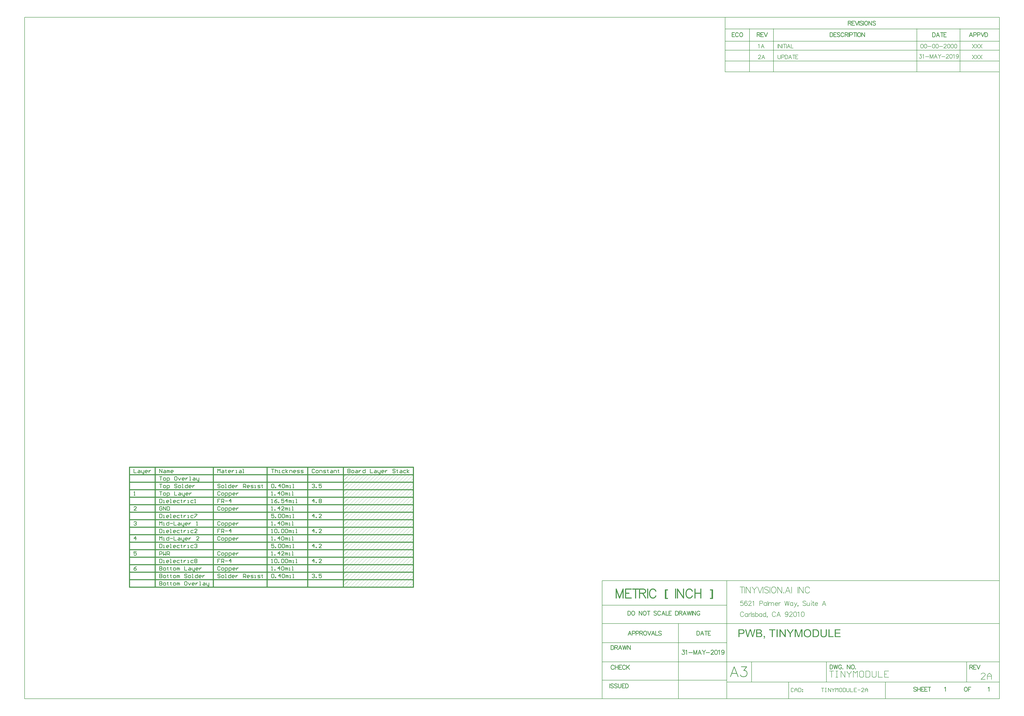
<source format=gbr>
%TF.GenerationSoftware,Altium Limited,Altium Designer,20.1.11 (218)*%
G04 Layer_Color=8388736*
%FSLAX26Y26*%
%MOIN*%
%TF.SameCoordinates,F1652399-7491-40A6-9504-01A14B245E9D*%
%TF.FilePolarity,Positive*%
%TF.FileFunction,Other,Frame*%
%TF.Part,Single*%
G01*
G75*
%TA.AperFunction,NonConductor*%
%ADD61C,0.010000*%
%ADD79C,0.007874*%
%ADD124C,0.015000*%
%ADD125C,0.001000*%
%ADD126C,0.007795*%
%ADD127C,0.008425*%
%ADD128C,0.008425*%
%ADD129C,0.017874*%
G36*
X7870593Y-3898731D02*
Y-3952116D01*
X7853830D01*
Y-3898731D01*
X7805183Y-3826034D01*
X7825407D01*
X7850186Y-3864296D01*
Y-3864478D01*
X7850551Y-3864842D01*
X7850915Y-3865389D01*
X7851279Y-3866117D01*
X7852008Y-3867028D01*
X7852737Y-3868122D01*
X7854377Y-3870855D01*
X7856381Y-3874134D01*
X7858567Y-3877778D01*
X7860936Y-3881604D01*
X7863122Y-3885613D01*
Y-3885431D01*
X7863305Y-3885066D01*
X7863669Y-3884520D01*
X7864216Y-3883791D01*
X7864762Y-3882880D01*
X7865491Y-3881787D01*
X7867131Y-3879054D01*
X7869135Y-3875774D01*
X7871504Y-3871948D01*
X7874237Y-3867757D01*
X7877152Y-3863202D01*
X7901384Y-3826034D01*
X7920880D01*
X7870593Y-3898731D01*
D02*
G37*
G36*
X7790425Y-3952116D02*
X7773116D01*
X7707159Y-3853181D01*
Y-3952116D01*
X7691126D01*
Y-3826034D01*
X7708252D01*
X7774391Y-3925150D01*
Y-3826034D01*
X7790425D01*
Y-3952116D01*
D02*
G37*
G36*
X8055708D02*
X8039674D01*
Y-3846622D01*
X8002870Y-3952116D01*
X7987929D01*
X7951489Y-3844800D01*
Y-3952116D01*
X7935456D01*
Y-3826034D01*
X7960417D01*
X7990298Y-3915494D01*
Y-3915676D01*
X7990480Y-3916040D01*
X7990662Y-3916587D01*
X7991027Y-3917498D01*
X7991756Y-3919684D01*
X7992667Y-3922417D01*
X7993578Y-3925515D01*
X7994671Y-3928612D01*
X7995582Y-3931527D01*
X7996311Y-3934078D01*
X7996493Y-3933714D01*
X7996675Y-3932803D01*
X7997222Y-3931163D01*
X7997950Y-3928977D01*
X7998861Y-3926061D01*
X8000137Y-3922599D01*
X8001412Y-3918591D01*
X8003052Y-3913854D01*
X8033297Y-3826034D01*
X8055708D01*
Y-3952116D01*
D02*
G37*
G36*
X7268786D02*
X7252388D01*
X7225969Y-3856097D01*
Y-3855914D01*
X7225787Y-3855550D01*
X7225605Y-3855003D01*
X7225422Y-3854092D01*
X7224876Y-3852088D01*
X7224329Y-3849720D01*
X7223600Y-3847169D01*
X7222872Y-3844800D01*
X7222325Y-3842796D01*
X7222143Y-3841885D01*
X7221961Y-3841338D01*
Y-3841521D01*
X7221778Y-3841703D01*
X7221596Y-3842796D01*
X7221232Y-3844436D01*
X7220685Y-3846440D01*
X7220139Y-3848626D01*
X7219410Y-3851177D01*
X7218863Y-3853728D01*
X7218134Y-3856097D01*
X7191533Y-3952116D01*
X7174042D01*
X7141064Y-3826034D01*
X7158373D01*
X7177139Y-3908752D01*
Y-3908934D01*
X7177322Y-3909299D01*
X7177504Y-3910028D01*
X7177686Y-3910939D01*
X7177868Y-3912214D01*
X7178233Y-3913490D01*
X7178597Y-3915129D01*
X7178961Y-3916951D01*
X7179872Y-3920778D01*
X7180783Y-3925150D01*
X7181694Y-3929887D01*
X7182605Y-3934625D01*
Y-3934443D01*
X7182788Y-3933714D01*
X7183152Y-3932803D01*
X7183334Y-3931345D01*
X7183699Y-3929887D01*
X7184245Y-3928066D01*
X7185156Y-3924057D01*
X7186249Y-3920049D01*
X7186614Y-3918044D01*
X7187160Y-3916222D01*
X7187525Y-3914583D01*
X7187889Y-3913125D01*
X7188254Y-3912032D01*
X7188436Y-3911303D01*
X7212304Y-3826034D01*
X7232528D01*
X7250384Y-3889986D01*
Y-3890168D01*
X7250748Y-3891079D01*
X7251113Y-3892354D01*
X7251477Y-3893994D01*
X7252024Y-3896180D01*
X7252752Y-3898549D01*
X7253481Y-3901282D01*
X7254210Y-3904380D01*
X7255121Y-3907841D01*
X7255850Y-3911303D01*
X7257490Y-3918773D01*
X7259129Y-3926608D01*
X7260405Y-3934625D01*
Y-3934443D01*
X7260587Y-3934078D01*
Y-3933349D01*
X7260951Y-3932438D01*
X7261134Y-3931345D01*
X7261498Y-3930070D01*
X7261680Y-3928430D01*
X7262227Y-3926608D01*
X7263138Y-3922599D01*
X7264231Y-3917862D01*
X7265324Y-3912761D01*
X7266782Y-3907113D01*
X7286459Y-3826034D01*
X7303404D01*
X7268786Y-3952116D01*
D02*
G37*
G36*
X8446345Y-3898914D02*
Y-3899096D01*
Y-3899825D01*
Y-3900735D01*
Y-3902011D01*
X8446162Y-3903651D01*
Y-3905473D01*
X8445980Y-3907659D01*
X8445798Y-3909845D01*
X8445251Y-3914765D01*
X8444523Y-3919867D01*
X8443429Y-3924786D01*
X8442701Y-3927155D01*
X8441972Y-3929341D01*
Y-3929523D01*
X8441790Y-3929887D01*
X8441425Y-3930434D01*
X8441061Y-3931163D01*
X8439968Y-3933167D01*
X8438328Y-3935718D01*
X8436141Y-3938633D01*
X8433591Y-3941548D01*
X8430311Y-3944646D01*
X8426303Y-3947379D01*
X8426120D01*
X8425756Y-3947743D01*
X8425209Y-3947925D01*
X8424298Y-3948472D01*
X8423205Y-3949019D01*
X8421748Y-3949565D01*
X8420290Y-3950112D01*
X8418468Y-3950840D01*
X8416464Y-3951569D01*
X8414277Y-3952116D01*
X8411909Y-3952662D01*
X8409176Y-3953209D01*
X8406443Y-3953573D01*
X8403528Y-3953938D01*
X8396968Y-3954302D01*
X8395329D01*
X8394053Y-3954120D01*
X8392596D01*
X8390774Y-3953938D01*
X8388769Y-3953756D01*
X8386765Y-3953573D01*
X8382210Y-3952845D01*
X8377291Y-3951751D01*
X8372554Y-3950294D01*
X8367999Y-3948290D01*
X8367816D01*
X8367452Y-3947925D01*
X8366905Y-3947561D01*
X8366177Y-3947197D01*
X8364172Y-3945739D01*
X8361804Y-3943735D01*
X8359071Y-3941184D01*
X8356520Y-3938269D01*
X8353969Y-3934625D01*
X8351965Y-3930616D01*
Y-3930434D01*
X8351783Y-3930070D01*
X8351601Y-3929341D01*
X8351236Y-3928430D01*
X8350872Y-3927337D01*
X8350507Y-3925879D01*
X8349961Y-3924239D01*
X8349596Y-3922235D01*
X8349232Y-3920049D01*
X8348685Y-3917680D01*
X8348321Y-3915129D01*
X8347957Y-3912396D01*
X8347592Y-3909299D01*
X8347410Y-3906019D01*
X8347228Y-3902557D01*
Y-3898914D01*
Y-3826034D01*
X8363990D01*
Y-3898914D01*
Y-3899096D01*
Y-3899642D01*
Y-3900553D01*
Y-3901646D01*
X8364172Y-3902922D01*
Y-3904562D01*
X8364355Y-3908023D01*
X8364719Y-3912032D01*
X8365266Y-3916040D01*
X8365994Y-3919867D01*
X8366359Y-3921506D01*
X8366905Y-3923146D01*
X8367088Y-3923510D01*
X8367452Y-3924421D01*
X8368363Y-3925697D01*
X8369456Y-3927519D01*
X8370732Y-3929341D01*
X8372554Y-3931345D01*
X8374740Y-3933349D01*
X8377291Y-3934989D01*
X8377655Y-3935171D01*
X8378566Y-3935718D01*
X8380206Y-3936265D01*
X8382392Y-3936993D01*
X8384943Y-3937904D01*
X8388223Y-3938451D01*
X8391685Y-3938997D01*
X8395511Y-3939180D01*
X8397333D01*
X8398426Y-3938997D01*
X8400066D01*
X8401706Y-3938815D01*
X8405714Y-3938086D01*
X8410087Y-3937175D01*
X8414277Y-3935718D01*
X8418286Y-3933714D01*
X8420108Y-3932438D01*
X8421748Y-3930981D01*
X8421930Y-3930798D01*
X8422112Y-3930616D01*
X8422476Y-3930070D01*
X8423023Y-3929341D01*
X8423570Y-3928248D01*
X8424298Y-3927155D01*
X8425027Y-3925515D01*
X8425756Y-3923875D01*
X8426485Y-3921871D01*
X8427031Y-3919502D01*
X8427760Y-3916769D01*
X8428307Y-3913854D01*
X8428853Y-3910574D01*
X8429218Y-3907113D01*
X8429582Y-3903104D01*
Y-3898914D01*
Y-3826034D01*
X8446345D01*
Y-3898914D01*
D02*
G37*
G36*
X8663709Y-3840974D02*
X8589189D01*
Y-3879418D01*
X8658972D01*
Y-3894358D01*
X8589189D01*
Y-3937175D01*
X8666624D01*
Y-3952116D01*
X8572427D01*
Y-3826034D01*
X8663709D01*
Y-3840974D01*
D02*
G37*
G36*
X8490255Y-3937175D02*
X8552385D01*
Y-3952116D01*
X8473492D01*
Y-3826034D01*
X8490255D01*
Y-3937175D01*
D02*
G37*
G36*
X8271615Y-3826216D02*
X8275259Y-3826398D01*
X8278903Y-3826762D01*
X8282547Y-3827309D01*
X8285644Y-3827856D01*
X8285826D01*
X8286191Y-3828038D01*
X8286737D01*
X8287466Y-3828402D01*
X8289470Y-3828949D01*
X8292021Y-3829860D01*
X8294936Y-3831135D01*
X8298034Y-3832775D01*
X8301131Y-3834597D01*
X8304046Y-3836965D01*
X8304229Y-3837148D01*
X8304411Y-3837330D01*
X8304957Y-3837876D01*
X8305686Y-3838423D01*
X8307508Y-3840245D01*
X8309695Y-3842796D01*
X8312063Y-3845893D01*
X8314614Y-3849537D01*
X8316983Y-3853728D01*
X8318987Y-3858465D01*
Y-3858647D01*
X8319169Y-3859012D01*
X8319533Y-3859740D01*
X8319716Y-3860834D01*
X8320262Y-3862109D01*
X8320627Y-3863567D01*
X8320991Y-3865206D01*
X8321538Y-3867211D01*
X8322084Y-3869215D01*
X8322449Y-3871584D01*
X8323360Y-3876685D01*
X8323906Y-3882333D01*
X8324088Y-3888528D01*
Y-3888710D01*
Y-3889075D01*
Y-3889986D01*
Y-3890897D01*
X8323906Y-3892172D01*
Y-3893630D01*
X8323724Y-3897091D01*
X8323177Y-3901100D01*
X8322631Y-3905291D01*
X8321720Y-3909663D01*
X8320627Y-3914036D01*
Y-3914218D01*
X8320444Y-3914583D01*
X8320262Y-3915129D01*
X8320080Y-3915858D01*
X8319351Y-3917862D01*
X8318258Y-3920413D01*
X8317165Y-3923328D01*
X8315707Y-3926244D01*
X8313885Y-3929341D01*
X8312063Y-3932256D01*
X8311881Y-3932620D01*
X8311152Y-3933532D01*
X8310059Y-3934807D01*
X8308601Y-3936447D01*
X8306962Y-3938269D01*
X8304957Y-3940091D01*
X8302953Y-3942095D01*
X8300585Y-3943735D01*
X8300220Y-3943917D01*
X8299491Y-3944463D01*
X8298216Y-3945192D01*
X8296394Y-3946103D01*
X8294208Y-3947197D01*
X8291657Y-3948108D01*
X8288742Y-3949201D01*
X8285462Y-3950112D01*
X8285098D01*
X8284551Y-3950294D01*
X8284004Y-3950476D01*
X8282182Y-3950658D01*
X8279632Y-3951023D01*
X8276716Y-3951387D01*
X8273255Y-3951751D01*
X8269428Y-3951934D01*
X8265238Y-3952116D01*
X8219870D01*
Y-3826034D01*
X8268335D01*
X8271615Y-3826216D01*
D02*
G37*
G36*
X7661791Y-3952116D02*
X7645029D01*
Y-3826034D01*
X7661791D01*
Y-3952116D01*
D02*
G37*
G36*
X7624987Y-3840974D02*
X7583445D01*
Y-3952116D01*
X7566683D01*
Y-3840974D01*
X7525141D01*
Y-3826034D01*
X7624987D01*
Y-3840974D01*
D02*
G37*
G36*
X7369178Y-3826216D02*
X7370636D01*
X7373915Y-3826580D01*
X7377559Y-3826945D01*
X7381386Y-3827673D01*
X7385212Y-3828584D01*
X7388674Y-3829860D01*
X7388856D01*
X7389038Y-3830042D01*
X7390131Y-3830588D01*
X7391771Y-3831499D01*
X7393593Y-3832775D01*
X7395779Y-3834415D01*
X7398148Y-3836419D01*
X7400334Y-3838970D01*
X7402339Y-3841703D01*
X7402521Y-3842067D01*
X7403067Y-3843160D01*
X7403978Y-3844618D01*
X7404889Y-3846804D01*
X7405800Y-3849355D01*
X7406711Y-3852088D01*
X7407258Y-3855186D01*
X7407440Y-3858283D01*
Y-3858647D01*
Y-3859558D01*
X7407258Y-3861198D01*
X7406894Y-3863202D01*
X7406347Y-3865571D01*
X7405436Y-3868122D01*
X7404343Y-3870673D01*
X7402885Y-3873405D01*
X7402703Y-3873770D01*
X7402156Y-3874499D01*
X7401063Y-3875956D01*
X7399606Y-3877414D01*
X7397784Y-3879236D01*
X7395597Y-3881240D01*
X7392864Y-3883062D01*
X7389767Y-3884884D01*
X7389949D01*
X7390313Y-3885066D01*
X7390860Y-3885249D01*
X7391589Y-3885613D01*
X7393775Y-3886342D01*
X7396326Y-3887617D01*
X7399059Y-3889257D01*
X7402156Y-3891261D01*
X7404889Y-3893630D01*
X7407440Y-3896545D01*
X7407622Y-3896909D01*
X7408351Y-3898003D01*
X7409444Y-3899642D01*
X7410538Y-3901829D01*
X7411631Y-3904744D01*
X7412724Y-3907841D01*
X7413453Y-3911485D01*
X7413635Y-3915494D01*
Y-3915676D01*
Y-3915858D01*
Y-3916951D01*
X7413453Y-3918773D01*
X7413088Y-3920960D01*
X7412724Y-3923510D01*
X7411995Y-3926244D01*
X7411084Y-3929159D01*
X7409809Y-3932074D01*
X7409627Y-3932438D01*
X7409080Y-3933349D01*
X7408351Y-3934625D01*
X7407258Y-3936447D01*
X7405800Y-3938269D01*
X7404343Y-3940273D01*
X7402521Y-3942277D01*
X7400517Y-3943917D01*
X7400334Y-3944099D01*
X7399606Y-3944646D01*
X7398330Y-3945374D01*
X7396690Y-3946103D01*
X7394686Y-3947197D01*
X7392318Y-3948290D01*
X7389767Y-3949201D01*
X7386669Y-3950112D01*
X7386305D01*
X7385212Y-3950476D01*
X7383390Y-3950658D01*
X7381021Y-3951023D01*
X7378106Y-3951387D01*
X7374644Y-3951751D01*
X7370818Y-3951934D01*
X7366445Y-3952116D01*
X7318344D01*
Y-3826034D01*
X7367903D01*
X7369178Y-3826216D01*
D02*
G37*
G36*
X7089683D02*
X7092781Y-3826398D01*
X7096060Y-3826580D01*
X7099158Y-3826945D01*
X7101891Y-3827309D01*
X7102255D01*
X7103531Y-3827673D01*
X7105170Y-3828038D01*
X7107357Y-3828584D01*
X7109725Y-3829495D01*
X7112276Y-3830588D01*
X7115009Y-3831864D01*
X7117378Y-3833322D01*
X7117742Y-3833504D01*
X7118471Y-3834050D01*
X7119564Y-3835144D01*
X7121022Y-3836419D01*
X7122662Y-3838059D01*
X7124301Y-3840245D01*
X7126123Y-3842614D01*
X7127581Y-3845347D01*
X7127763Y-3845711D01*
X7128128Y-3846622D01*
X7128856Y-3848262D01*
X7129585Y-3850448D01*
X7130132Y-3852999D01*
X7130861Y-3855914D01*
X7131225Y-3859194D01*
X7131407Y-3862656D01*
Y-3862838D01*
Y-3863385D01*
Y-3864113D01*
X7131225Y-3865389D01*
X7131043Y-3866664D01*
X7130861Y-3868304D01*
X7130496Y-3870126D01*
X7130132Y-3872130D01*
X7128856Y-3876321D01*
X7128128Y-3878507D01*
X7127034Y-3880876D01*
X7125759Y-3883244D01*
X7124484Y-3885431D01*
X7122844Y-3887617D01*
X7121022Y-3889803D01*
X7120840Y-3889986D01*
X7120475Y-3890350D01*
X7119929Y-3890897D01*
X7119018Y-3891443D01*
X7117924Y-3892354D01*
X7116467Y-3893265D01*
X7114645Y-3894358D01*
X7112641Y-3895269D01*
X7110272Y-3896363D01*
X7107539Y-3897456D01*
X7104624Y-3898367D01*
X7101162Y-3899096D01*
X7097518Y-3899825D01*
X7093510Y-3900371D01*
X7088955Y-3900735D01*
X7084217Y-3900918D01*
X7051968D01*
Y-3952116D01*
X7035206D01*
Y-3826034D01*
X7086950D01*
X7089683Y-3826216D01*
D02*
G37*
G36*
X8140977Y-3824029D02*
X8142617D01*
X8144257Y-3824211D01*
X8146443Y-3824576D01*
X8148630Y-3824940D01*
X8153367Y-3825851D01*
X8158833Y-3827309D01*
X8164117Y-3829495D01*
X8166850Y-3830771D01*
X8169583Y-3832228D01*
X8169765Y-3832410D01*
X8170129Y-3832593D01*
X8170858Y-3833139D01*
X8171951Y-3833686D01*
X8173045Y-3834597D01*
X8174502Y-3835690D01*
X8177600Y-3838241D01*
X8180879Y-3841521D01*
X8184523Y-3845529D01*
X8187985Y-3850266D01*
X8190900Y-3855550D01*
Y-3855732D01*
X8191265Y-3856279D01*
X8191629Y-3857008D01*
X8191993Y-3858101D01*
X8192722Y-3859558D01*
X8193269Y-3861198D01*
X8193998Y-3863202D01*
X8194726Y-3865389D01*
X8195273Y-3867757D01*
X8196002Y-3870308D01*
X8196731Y-3873223D01*
X8197277Y-3876139D01*
X8198006Y-3882515D01*
X8198370Y-3889439D01*
Y-3889621D01*
Y-3890350D01*
Y-3891261D01*
X8198188Y-3892719D01*
Y-3894358D01*
X8198006Y-3896363D01*
X8197642Y-3898549D01*
X8197459Y-3900918D01*
X8196548Y-3906202D01*
X8195091Y-3912032D01*
X8193087Y-3917862D01*
X8191993Y-3920778D01*
X8190536Y-3923693D01*
Y-3923875D01*
X8190171Y-3924421D01*
X8189807Y-3925150D01*
X8189078Y-3926244D01*
X8188349Y-3927519D01*
X8187438Y-3928794D01*
X8184888Y-3932256D01*
X8181790Y-3935900D01*
X8178146Y-3939726D01*
X8173773Y-3943370D01*
X8168672Y-3946650D01*
X8168490D01*
X8168125Y-3947014D01*
X8167214Y-3947379D01*
X8166121Y-3947925D01*
X8164846Y-3948472D01*
X8163388Y-3949019D01*
X8161566Y-3949747D01*
X8159562Y-3950476D01*
X8157375Y-3951205D01*
X8155007Y-3951934D01*
X8149723Y-3953027D01*
X8144075Y-3953938D01*
X8138062Y-3954302D01*
X8136240D01*
X8135147Y-3954120D01*
X8133507D01*
X8131685Y-3953756D01*
X8129681Y-3953573D01*
X8127312Y-3953209D01*
X8122393Y-3952116D01*
X8117109Y-3950658D01*
X8111643Y-3948472D01*
X8108910Y-3947197D01*
X8106177Y-3945739D01*
X8105995Y-3945557D01*
X8105631Y-3945374D01*
X8104902Y-3944828D01*
X8103809Y-3944099D01*
X8102715Y-3943370D01*
X8101440Y-3942277D01*
X8098343Y-3939544D01*
X8094881Y-3936265D01*
X8091237Y-3932256D01*
X8087957Y-3927701D01*
X8084860Y-3922417D01*
Y-3922235D01*
X8084495Y-3921689D01*
X8084131Y-3920960D01*
X8083767Y-3919867D01*
X8083220Y-3918409D01*
X8082673Y-3916769D01*
X8081945Y-3914947D01*
X8081398Y-3912943D01*
X8080669Y-3910574D01*
X8079940Y-3908206D01*
X8078847Y-3902740D01*
X8078118Y-3897091D01*
X8077754Y-3890897D01*
Y-3890715D01*
Y-3890532D01*
Y-3889439D01*
X8077936Y-3887799D01*
Y-3885613D01*
X8078301Y-3883062D01*
X8078665Y-3879965D01*
X8079212Y-3876503D01*
X8079940Y-3872859D01*
X8080669Y-3869033D01*
X8081762Y-3865024D01*
X8083220Y-3861016D01*
X8084860Y-3856825D01*
X8086682Y-3852817D01*
X8089050Y-3848809D01*
X8091601Y-3845164D01*
X8094516Y-3841703D01*
X8094699Y-3841521D01*
X8095245Y-3840974D01*
X8096338Y-3840063D01*
X8097614Y-3838970D01*
X8099254Y-3837512D01*
X8101258Y-3836055D01*
X8103626Y-3834415D01*
X8106359Y-3832775D01*
X8109275Y-3831135D01*
X8112554Y-3829495D01*
X8116198Y-3828038D01*
X8120024Y-3826580D01*
X8124215Y-3825487D01*
X8128588Y-3824576D01*
X8133143Y-3824029D01*
X8138062Y-3823847D01*
X8139702D01*
X8140977Y-3824029D01*
D02*
G37*
G36*
X7456270Y-3952116D02*
Y-3952298D01*
Y-3952480D01*
Y-3953027D01*
Y-3953756D01*
X7456088Y-3955396D01*
X7455905Y-3957764D01*
X7455359Y-3960133D01*
X7454812Y-3962866D01*
X7453901Y-3965416D01*
X7452808Y-3967785D01*
X7452626Y-3967967D01*
X7452079Y-3968696D01*
X7451350Y-3969789D01*
X7450075Y-3971247D01*
X7448617Y-3972704D01*
X7446795Y-3974162D01*
X7444427Y-3975802D01*
X7441876Y-3977077D01*
X7437503Y-3970518D01*
X7437685Y-3970336D01*
X7438232Y-3970154D01*
X7439143Y-3969607D01*
X7440236Y-3968878D01*
X7441329Y-3967967D01*
X7442605Y-3966874D01*
X7443698Y-3965599D01*
X7444609Y-3964141D01*
X7444791Y-3963959D01*
X7444973Y-3963412D01*
X7445338Y-3962319D01*
X7445884Y-3961044D01*
X7446249Y-3959404D01*
X7446795Y-3957218D01*
X7447160Y-3954849D01*
X7447342Y-3952116D01*
X7438596D01*
Y-3934443D01*
X7456270D01*
Y-3952116D01*
D02*
G37*
%LPC*%
G36*
X8265784Y-3840974D02*
X8236632D01*
Y-3937175D01*
X8266513D01*
X8267789Y-3936993D01*
X8270522Y-3936811D01*
X8273619Y-3936629D01*
X8276899Y-3936265D01*
X8280178Y-3935718D01*
X8282911Y-3934989D01*
X8283276Y-3934807D01*
X8284187Y-3934625D01*
X8285462Y-3934078D01*
X8287102Y-3933349D01*
X8288924Y-3932256D01*
X8290746Y-3931163D01*
X8292568Y-3929887D01*
X8294390Y-3928430D01*
X8294572Y-3928066D01*
X8295301Y-3927337D01*
X8296394Y-3926061D01*
X8297669Y-3924239D01*
X8299127Y-3921871D01*
X8300767Y-3919138D01*
X8302224Y-3916040D01*
X8303500Y-3912579D01*
Y-3912396D01*
X8303682Y-3912032D01*
X8303864Y-3911485D01*
X8304046Y-3910756D01*
X8304229Y-3909845D01*
X8304593Y-3908570D01*
X8304957Y-3907295D01*
X8305322Y-3905837D01*
X8305868Y-3902193D01*
X8306415Y-3898003D01*
X8306779Y-3893265D01*
X8306962Y-3888164D01*
Y-3887981D01*
Y-3887253D01*
Y-3886342D01*
X8306779Y-3884884D01*
Y-3883244D01*
X8306597Y-3881422D01*
X8306415Y-3879236D01*
X8306233Y-3877050D01*
X8305322Y-3872130D01*
X8304229Y-3867028D01*
X8302589Y-3862291D01*
X8301496Y-3859923D01*
X8300402Y-3857919D01*
Y-3857736D01*
X8300038Y-3857372D01*
X8299674Y-3856825D01*
X8299309Y-3856097D01*
X8297852Y-3854274D01*
X8296030Y-3852088D01*
X8293661Y-3849720D01*
X8290928Y-3847351D01*
X8287831Y-3845347D01*
X8284551Y-3843707D01*
X8284187Y-3843525D01*
X8283276Y-3843343D01*
X8281636Y-3842796D01*
X8279267Y-3842249D01*
X8276352Y-3841885D01*
X8272708Y-3841338D01*
X8270522Y-3841156D01*
X8268153D01*
X8265784Y-3840974D01*
D02*
G37*
G36*
X7364988D02*
X7335107D01*
Y-3878872D01*
X7366081D01*
X7368449Y-3878689D01*
X7371000Y-3878507D01*
X7373551Y-3878325D01*
X7376102Y-3877961D01*
X7378106Y-3877596D01*
X7378470Y-3877414D01*
X7379199Y-3877232D01*
X7380292Y-3876685D01*
X7381750Y-3875956D01*
X7383208Y-3875227D01*
X7384847Y-3874134D01*
X7386487Y-3872677D01*
X7387763Y-3871219D01*
X7387945Y-3871037D01*
X7388309Y-3870490D01*
X7388856Y-3869397D01*
X7389402Y-3868122D01*
X7389949Y-3866664D01*
X7390496Y-3864842D01*
X7390860Y-3862656D01*
X7391042Y-3860287D01*
Y-3859923D01*
Y-3859194D01*
X7390860Y-3858101D01*
X7390678Y-3856643D01*
X7390313Y-3854821D01*
X7389767Y-3852999D01*
X7389038Y-3851177D01*
X7387945Y-3849355D01*
X7387763Y-3849173D01*
X7387398Y-3848626D01*
X7386669Y-3847715D01*
X7385758Y-3846804D01*
X7384483Y-3845711D01*
X7383025Y-3844618D01*
X7381203Y-3843525D01*
X7379199Y-3842796D01*
X7379017D01*
X7378106Y-3842432D01*
X7376831Y-3842249D01*
X7374826Y-3841885D01*
X7372093Y-3841521D01*
X7368996Y-3841338D01*
X7364988Y-3840974D01*
D02*
G37*
G36*
X7368267Y-3893812D02*
X7335107D01*
Y-3937175D01*
X7371000D01*
X7374826Y-3936993D01*
X7376466Y-3936811D01*
X7377924Y-3936629D01*
X7378106D01*
X7378835Y-3936447D01*
X7379928Y-3936265D01*
X7381203Y-3935900D01*
X7384301Y-3934807D01*
X7387398Y-3933349D01*
X7387580Y-3933167D01*
X7388127Y-3932803D01*
X7388856Y-3932256D01*
X7389767Y-3931527D01*
X7390678Y-3930434D01*
X7391953Y-3929341D01*
X7392864Y-3927883D01*
X7393957Y-3926244D01*
X7394140Y-3926061D01*
X7394322Y-3925515D01*
X7394686Y-3924421D01*
X7395233Y-3923146D01*
X7395779Y-3921689D01*
X7396144Y-3919867D01*
X7396326Y-3917680D01*
X7396508Y-3915494D01*
Y-3915129D01*
Y-3914401D01*
X7396326Y-3912943D01*
X7395962Y-3911303D01*
X7395597Y-3909481D01*
X7394868Y-3907477D01*
X7393957Y-3905473D01*
X7392682Y-3903468D01*
X7392500Y-3903286D01*
X7391953Y-3902557D01*
X7391224Y-3901646D01*
X7390131Y-3900553D01*
X7388674Y-3899278D01*
X7386852Y-3898003D01*
X7384847Y-3896909D01*
X7382479Y-3895998D01*
X7382114Y-3895816D01*
X7381386Y-3895634D01*
X7379746Y-3895269D01*
X7377742Y-3894905D01*
X7375191Y-3894541D01*
X7372093Y-3894176D01*
X7368267Y-3893812D01*
D02*
G37*
G36*
X7088044Y-3840974D02*
X7051968D01*
Y-3885977D01*
X7085857D01*
X7087133Y-3885795D01*
X7088408D01*
X7089866Y-3885613D01*
X7093327Y-3885249D01*
X7097154Y-3884520D01*
X7100980Y-3883427D01*
X7104442Y-3881969D01*
X7106081Y-3881058D01*
X7107357Y-3879965D01*
X7107721Y-3879600D01*
X7108450Y-3878872D01*
X7109543Y-3877414D01*
X7110819Y-3875592D01*
X7112094Y-3873223D01*
X7113187Y-3870308D01*
X7113916Y-3867028D01*
X7114280Y-3863202D01*
Y-3863020D01*
Y-3862838D01*
Y-3861927D01*
X7114098Y-3860287D01*
X7113734Y-3858465D01*
X7113369Y-3856461D01*
X7112641Y-3854092D01*
X7111547Y-3851906D01*
X7110272Y-3849720D01*
X7110090Y-3849537D01*
X7109543Y-3848809D01*
X7108632Y-3847898D01*
X7107539Y-3846622D01*
X7105899Y-3845347D01*
X7104077Y-3844253D01*
X7102073Y-3843160D01*
X7099704Y-3842249D01*
X7099522D01*
X7098793Y-3842067D01*
X7097700Y-3841885D01*
X7096243Y-3841521D01*
X7094056Y-3841338D01*
X7091323Y-3841156D01*
X7088044Y-3840974D01*
D02*
G37*
G36*
X8138062Y-3838241D02*
X8136422D01*
X8135147Y-3838423D01*
X8133507Y-3838605D01*
X8131867Y-3838970D01*
X8129863Y-3839334D01*
X8127677Y-3839698D01*
X8122940Y-3841156D01*
X8120389Y-3842249D01*
X8117838Y-3843343D01*
X8115105Y-3844800D01*
X8112554Y-3846440D01*
X8110003Y-3848262D01*
X8107635Y-3850448D01*
X8107453Y-3850631D01*
X8107088Y-3850995D01*
X8106542Y-3851724D01*
X8105631Y-3852817D01*
X8104720Y-3854092D01*
X8103626Y-3855732D01*
X8102533Y-3857736D01*
X8101258Y-3860105D01*
X8100165Y-3862656D01*
X8098889Y-3865753D01*
X8097796Y-3869033D01*
X8096885Y-3872677D01*
X8095974Y-3876685D01*
X8095427Y-3881240D01*
X8095063Y-3885977D01*
X8094881Y-3891079D01*
Y-3891261D01*
Y-3891990D01*
Y-3893265D01*
X8095063Y-3894905D01*
X8095245Y-3896727D01*
X8095610Y-3898914D01*
X8095974Y-3901464D01*
X8096338Y-3904015D01*
X8097796Y-3909845D01*
X8098889Y-3912761D01*
X8099982Y-3915858D01*
X8101440Y-3918773D01*
X8103080Y-3921689D01*
X8104902Y-3924421D01*
X8107088Y-3926972D01*
X8107270Y-3927155D01*
X8107635Y-3927519D01*
X8108364Y-3928248D01*
X8109275Y-3928977D01*
X8110550Y-3930070D01*
X8112008Y-3931163D01*
X8113647Y-3932256D01*
X8115469Y-3933532D01*
X8117656Y-3934807D01*
X8120024Y-3935900D01*
X8122575Y-3936993D01*
X8125308Y-3938086D01*
X8128223Y-3938815D01*
X8131139Y-3939544D01*
X8134418Y-3939909D01*
X8137880Y-3940091D01*
X8138791D01*
X8139702Y-3939909D01*
X8140977D01*
X8142617Y-3939726D01*
X8144439Y-3939362D01*
X8146626Y-3938997D01*
X8148812Y-3938451D01*
X8151363Y-3937722D01*
X8153731Y-3936811D01*
X8156464Y-3935900D01*
X8159015Y-3934625D01*
X8161566Y-3932985D01*
X8164117Y-3931345D01*
X8166668Y-3929341D01*
X8169036Y-3926972D01*
X8169218Y-3926790D01*
X8169583Y-3926426D01*
X8170129Y-3925515D01*
X8171040Y-3924421D01*
X8171951Y-3923146D01*
X8172862Y-3921506D01*
X8173956Y-3919502D01*
X8175231Y-3917316D01*
X8176324Y-3914765D01*
X8177417Y-3911850D01*
X8178328Y-3908752D01*
X8179422Y-3905473D01*
X8180150Y-3901829D01*
X8180697Y-3897820D01*
X8181061Y-3893630D01*
X8181244Y-3889257D01*
Y-3889075D01*
Y-3888528D01*
Y-3887799D01*
Y-3886706D01*
X8181061Y-3885431D01*
Y-3883791D01*
X8180879Y-3882151D01*
X8180515Y-3880147D01*
X8179968Y-3875956D01*
X8179057Y-3871584D01*
X8177782Y-3866846D01*
X8175960Y-3862474D01*
Y-3862291D01*
X8175778Y-3861927D01*
X8175413Y-3861380D01*
X8175049Y-3860651D01*
X8173773Y-3858465D01*
X8172134Y-3855914D01*
X8169947Y-3852999D01*
X8167214Y-3850084D01*
X8164117Y-3847169D01*
X8160655Y-3844618D01*
X8160473D01*
X8160291Y-3844253D01*
X8159744Y-3844071D01*
X8158833Y-3843525D01*
X8157922Y-3843160D01*
X8156829Y-3842614D01*
X8154096Y-3841338D01*
X8150816Y-3840245D01*
X8146990Y-3839152D01*
X8142617Y-3838423D01*
X8138062Y-3838241D01*
D02*
G37*
%LPD*%
D61*
X7026298Y-4583926D02*
X6965358Y-4423960D01*
X6904419Y-4583926D01*
X6927271Y-4530604D02*
X7003445D01*
X7078858Y-4423960D02*
X7162649D01*
X7116945Y-4484900D01*
X7139797D01*
X7155032Y-4492517D01*
X7162649Y-4500134D01*
X7170267Y-4522987D01*
Y-4538221D01*
X7162649Y-4561074D01*
X7147415Y-4576309D01*
X7124562Y-4583926D01*
X7101710D01*
X7078858Y-4576309D01*
X7071240Y-4568691D01*
X7063623Y-4553456D01*
X-2635803Y-1259019D02*
Y-1319000D01*
X-2595816D01*
X-2565826Y-1279013D02*
X-2545832D01*
X-2535836Y-1289010D01*
Y-1319000D01*
X-2565826D01*
X-2575823Y-1309003D01*
X-2565826Y-1299006D01*
X-2535836D01*
X-2515842Y-1279013D02*
Y-1309003D01*
X-2505845Y-1319000D01*
X-2475855D01*
Y-1328997D01*
X-2485852Y-1338994D01*
X-2495849D01*
X-2475855Y-1319000D02*
Y-1279013D01*
X-2425871Y-1319000D02*
X-2445865D01*
X-2455862Y-1309003D01*
Y-1289010D01*
X-2445865Y-1279013D01*
X-2425871D01*
X-2415874Y-1289010D01*
Y-1299006D01*
X-2455862D01*
X-2395881Y-1279013D02*
Y-1319000D01*
Y-1299006D01*
X-2385884Y-1289010D01*
X-2375887Y-1279013D01*
X-2365891D01*
X-2595816Y-2819019D02*
X-2615810Y-2829016D01*
X-2635803Y-2849010D01*
Y-2869003D01*
X-2625807Y-2879000D01*
X-2605813D01*
X-2595816Y-2869003D01*
Y-2859006D01*
X-2605813Y-2849010D01*
X-2635803D01*
X-2595816Y-2579019D02*
X-2635803D01*
Y-2609010D01*
X-2615810Y-2599013D01*
X-2605813D01*
X-2595816Y-2609010D01*
Y-2629003D01*
X-2605813Y-2639000D01*
X-2625807D01*
X-2635803Y-2629003D01*
X-2605813Y-2399000D02*
Y-2339019D01*
X-2635803Y-2369010D01*
X-2595816D01*
X-2635803Y-2109016D02*
X-2625807Y-2099019D01*
X-2605813D01*
X-2595816Y-2109016D01*
Y-2119013D01*
X-2605813Y-2129010D01*
X-2615810D01*
X-2605813D01*
X-2595816Y-2139006D01*
Y-2149003D01*
X-2605813Y-2159000D01*
X-2625807D01*
X-2635803Y-2149003D01*
X-2595816Y-1919000D02*
X-2635803D01*
X-2595816Y-1879013D01*
Y-1869016D01*
X-2605813Y-1859019D01*
X-2625807D01*
X-2635803Y-1869016D01*
Y-1679000D02*
X-2615810D01*
X-2625807D01*
Y-1619019D01*
X-2635803Y-1629016D01*
X-2225891Y-1319000D02*
Y-1259019D01*
X-2185904Y-1319000D01*
Y-1259019D01*
X-2155913Y-1279013D02*
X-2135920D01*
X-2125923Y-1289010D01*
Y-1319000D01*
X-2155913D01*
X-2165910Y-1309003D01*
X-2155913Y-1299006D01*
X-2125923D01*
X-2105930Y-1319000D02*
Y-1279013D01*
X-2095933D01*
X-2085936Y-1289010D01*
Y-1319000D01*
Y-1289010D01*
X-2075939Y-1279013D01*
X-2065942Y-1289010D01*
Y-1319000D01*
X-2015959D02*
X-2035952D01*
X-2045949Y-1309003D01*
Y-1289010D01*
X-2035952Y-1279013D01*
X-2015959D01*
X-2005962Y-1289010D01*
Y-1299006D01*
X-2045949D01*
X-2225891Y-3059019D02*
Y-3119000D01*
X-2195900D01*
X-2185904Y-3109003D01*
Y-3099006D01*
X-2195900Y-3089010D01*
X-2225891D01*
X-2195900D01*
X-2185904Y-3079013D01*
Y-3069016D01*
X-2195900Y-3059019D01*
X-2225891D01*
X-2155913Y-3119000D02*
X-2135920D01*
X-2125923Y-3109003D01*
Y-3089010D01*
X-2135920Y-3079013D01*
X-2155913D01*
X-2165910Y-3089010D01*
Y-3109003D01*
X-2155913Y-3119000D01*
X-2095933Y-3069016D02*
Y-3079013D01*
X-2105930D01*
X-2085936D01*
X-2095933D01*
Y-3109003D01*
X-2085936Y-3119000D01*
X-2045949Y-3069016D02*
Y-3079013D01*
X-2055946D01*
X-2035952D01*
X-2045949D01*
Y-3109003D01*
X-2035952Y-3119000D01*
X-1995965D02*
X-1975972D01*
X-1965975Y-3109003D01*
Y-3089010D01*
X-1975972Y-3079013D01*
X-1995965D01*
X-2005962Y-3089010D01*
Y-3109003D01*
X-1995965Y-3119000D01*
X-1945981D02*
Y-3079013D01*
X-1935985D01*
X-1925988Y-3089010D01*
Y-3119000D01*
Y-3089010D01*
X-1915991Y-3079013D01*
X-1905994Y-3089010D01*
Y-3119000D01*
X-1796030Y-3059019D02*
X-1816023D01*
X-1826020Y-3069016D01*
Y-3109003D01*
X-1816023Y-3119000D01*
X-1796030D01*
X-1786033Y-3109003D01*
Y-3069016D01*
X-1796030Y-3059019D01*
X-1766040Y-3079013D02*
X-1746046Y-3119000D01*
X-1726052Y-3079013D01*
X-1676069Y-3119000D02*
X-1696062D01*
X-1706059Y-3109003D01*
Y-3089010D01*
X-1696062Y-3079013D01*
X-1676069D01*
X-1666072Y-3089010D01*
Y-3099006D01*
X-1706059D01*
X-1646078Y-3079013D02*
Y-3119000D01*
Y-3099006D01*
X-1636082Y-3089010D01*
X-1626085Y-3079013D01*
X-1616088D01*
X-1586098Y-3119000D02*
X-1566104D01*
X-1576101D01*
Y-3059019D01*
X-1586098D01*
X-1526117Y-3079013D02*
X-1506124D01*
X-1496127Y-3089010D01*
Y-3119000D01*
X-1526117D01*
X-1536114Y-3109003D01*
X-1526117Y-3099006D01*
X-1496127D01*
X-1476133Y-3079013D02*
Y-3109003D01*
X-1466137Y-3119000D01*
X-1436146D01*
Y-3128997D01*
X-1446143Y-3138994D01*
X-1456140D01*
X-1436146Y-3119000D02*
Y-3079013D01*
X-2225891Y-2939019D02*
Y-2999000D01*
X-2195900D01*
X-2185904Y-2989003D01*
Y-2979006D01*
X-2195900Y-2969010D01*
X-2225891D01*
X-2195900D01*
X-2185904Y-2959013D01*
Y-2949016D01*
X-2195900Y-2939019D01*
X-2225891D01*
X-2155913Y-2999000D02*
X-2135920D01*
X-2125923Y-2989003D01*
Y-2969010D01*
X-2135920Y-2959013D01*
X-2155913D01*
X-2165910Y-2969010D01*
Y-2989003D01*
X-2155913Y-2999000D01*
X-2095933Y-2949016D02*
Y-2959013D01*
X-2105930D01*
X-2085936D01*
X-2095933D01*
Y-2989003D01*
X-2085936Y-2999000D01*
X-2045949Y-2949016D02*
Y-2959013D01*
X-2055946D01*
X-2035952D01*
X-2045949D01*
Y-2989003D01*
X-2035952Y-2999000D01*
X-1995965D02*
X-1975972D01*
X-1965975Y-2989003D01*
Y-2969010D01*
X-1975972Y-2959013D01*
X-1995965D01*
X-2005962Y-2969010D01*
Y-2989003D01*
X-1995965Y-2999000D01*
X-1945981D02*
Y-2959013D01*
X-1935985D01*
X-1925988Y-2969010D01*
Y-2999000D01*
Y-2969010D01*
X-1915991Y-2959013D01*
X-1905994Y-2969010D01*
Y-2999000D01*
X-1786033Y-2949016D02*
X-1796030Y-2939019D01*
X-1816023D01*
X-1826020Y-2949016D01*
Y-2959013D01*
X-1816023Y-2969010D01*
X-1796030D01*
X-1786033Y-2979006D01*
Y-2989003D01*
X-1796030Y-2999000D01*
X-1816023D01*
X-1826020Y-2989003D01*
X-1756043Y-2999000D02*
X-1736049D01*
X-1726052Y-2989003D01*
Y-2969010D01*
X-1736049Y-2959013D01*
X-1756043D01*
X-1766040Y-2969010D01*
Y-2989003D01*
X-1756043Y-2999000D01*
X-1706059D02*
X-1686065D01*
X-1696062D01*
Y-2939019D01*
X-1706059D01*
X-1616088D02*
Y-2999000D01*
X-1646078D01*
X-1656075Y-2989003D01*
Y-2969010D01*
X-1646078Y-2959013D01*
X-1616088D01*
X-1566104Y-2999000D02*
X-1586098D01*
X-1596094Y-2989003D01*
Y-2969010D01*
X-1586098Y-2959013D01*
X-1566104D01*
X-1556107Y-2969010D01*
Y-2979006D01*
X-1596094D01*
X-1536114Y-2959013D02*
Y-2999000D01*
Y-2979006D01*
X-1526117Y-2969010D01*
X-1516120Y-2959013D01*
X-1506124D01*
X-2225891Y-2819019D02*
Y-2879000D01*
X-2195900D01*
X-2185904Y-2869003D01*
Y-2859006D01*
X-2195900Y-2849010D01*
X-2225891D01*
X-2195900D01*
X-2185904Y-2839013D01*
Y-2829016D01*
X-2195900Y-2819019D01*
X-2225891D01*
X-2155913Y-2879000D02*
X-2135920D01*
X-2125923Y-2869003D01*
Y-2849010D01*
X-2135920Y-2839013D01*
X-2155913D01*
X-2165910Y-2849010D01*
Y-2869003D01*
X-2155913Y-2879000D01*
X-2095933Y-2829016D02*
Y-2839013D01*
X-2105930D01*
X-2085936D01*
X-2095933D01*
Y-2869003D01*
X-2085936Y-2879000D01*
X-2045949Y-2829016D02*
Y-2839013D01*
X-2055946D01*
X-2035952D01*
X-2045949D01*
Y-2869003D01*
X-2035952Y-2879000D01*
X-1995965D02*
X-1975972D01*
X-1965975Y-2869003D01*
Y-2849010D01*
X-1975972Y-2839013D01*
X-1995965D01*
X-2005962Y-2849010D01*
Y-2869003D01*
X-1995965Y-2879000D01*
X-1945981D02*
Y-2839013D01*
X-1935985D01*
X-1925988Y-2849010D01*
Y-2879000D01*
Y-2849010D01*
X-1915991Y-2839013D01*
X-1905994Y-2849010D01*
Y-2879000D01*
X-1826020Y-2819019D02*
Y-2879000D01*
X-1786033D01*
X-1756043Y-2839013D02*
X-1736049D01*
X-1726052Y-2849010D01*
Y-2879000D01*
X-1756043D01*
X-1766040Y-2869003D01*
X-1756043Y-2859006D01*
X-1726052D01*
X-1706059Y-2839013D02*
Y-2869003D01*
X-1696062Y-2879000D01*
X-1666072D01*
Y-2888997D01*
X-1676069Y-2898994D01*
X-1686065D01*
X-1666072Y-2879000D02*
Y-2839013D01*
X-1616088Y-2879000D02*
X-1636082D01*
X-1646078Y-2869003D01*
Y-2849010D01*
X-1636082Y-2839013D01*
X-1616088D01*
X-1606091Y-2849010D01*
Y-2859006D01*
X-1646078D01*
X-1586098Y-2839013D02*
Y-2879000D01*
Y-2859006D01*
X-1576101Y-2849010D01*
X-1566104Y-2839013D01*
X-1556107D01*
X-2225891Y-2699019D02*
Y-2759000D01*
X-2195900D01*
X-2185904Y-2749003D01*
Y-2709016D01*
X-2195900Y-2699019D01*
X-2225891D01*
X-2165910Y-2759000D02*
X-2145917D01*
X-2155913D01*
Y-2719013D01*
X-2165910D01*
X-2085936Y-2759000D02*
X-2105930D01*
X-2115926Y-2749003D01*
Y-2729010D01*
X-2105930Y-2719013D01*
X-2085936D01*
X-2075939Y-2729010D01*
Y-2739006D01*
X-2115926D01*
X-2055946Y-2759000D02*
X-2035952D01*
X-2045949D01*
Y-2699019D01*
X-2055946D01*
X-1975972Y-2759000D02*
X-1995965D01*
X-2005962Y-2749003D01*
Y-2729010D01*
X-1995965Y-2719013D01*
X-1975972D01*
X-1965975Y-2729010D01*
Y-2739006D01*
X-2005962D01*
X-1905994Y-2719013D02*
X-1935985D01*
X-1945981Y-2729010D01*
Y-2749003D01*
X-1935985Y-2759000D01*
X-1905994D01*
X-1876004Y-2709016D02*
Y-2719013D01*
X-1886001D01*
X-1866007D01*
X-1876004D01*
Y-2749003D01*
X-1866007Y-2759000D01*
X-1836017Y-2719013D02*
Y-2759000D01*
Y-2739006D01*
X-1826020Y-2729010D01*
X-1816023Y-2719013D01*
X-1806027D01*
X-1776036Y-2759000D02*
X-1756043D01*
X-1766040D01*
Y-2719013D01*
X-1776036D01*
X-1686065D02*
X-1716056D01*
X-1726053Y-2729010D01*
Y-2749003D01*
X-1716056Y-2759000D01*
X-1686065D01*
X-1666072Y-2709016D02*
X-1656075Y-2699019D01*
X-1636082D01*
X-1626085Y-2709016D01*
Y-2719013D01*
X-1636082Y-2729010D01*
X-1626085Y-2739006D01*
Y-2749003D01*
X-1636082Y-2759000D01*
X-1656075D01*
X-1666072Y-2749003D01*
Y-2739006D01*
X-1656075Y-2729010D01*
X-1666072Y-2719013D01*
Y-2709016D01*
X-1656075Y-2729010D02*
X-1636082D01*
X-2225891Y-2639000D02*
Y-2579019D01*
X-2195900D01*
X-2185904Y-2589016D01*
Y-2609010D01*
X-2195900Y-2619006D01*
X-2225891D01*
X-2165910Y-2579019D02*
Y-2639000D01*
X-2145917Y-2619006D01*
X-2125923Y-2639000D01*
Y-2579019D01*
X-2105930Y-2639000D02*
Y-2579019D01*
X-2075939D01*
X-2065942Y-2589016D01*
Y-2609010D01*
X-2075939Y-2619006D01*
X-2105930D01*
X-2085936D02*
X-2065942Y-2639000D01*
X-2225891Y-2459019D02*
Y-2519000D01*
X-2195900D01*
X-2185904Y-2509003D01*
Y-2469016D01*
X-2195900Y-2459019D01*
X-2225891D01*
X-2165910Y-2519000D02*
X-2145917D01*
X-2155913D01*
Y-2479013D01*
X-2165910D01*
X-2085936Y-2519000D02*
X-2105930D01*
X-2115926Y-2509003D01*
Y-2489010D01*
X-2105930Y-2479013D01*
X-2085936D01*
X-2075939Y-2489010D01*
Y-2499006D01*
X-2115926D01*
X-2055946Y-2519000D02*
X-2035952D01*
X-2045949D01*
Y-2459019D01*
X-2055946D01*
X-1975972Y-2519000D02*
X-1995965D01*
X-2005962Y-2509003D01*
Y-2489010D01*
X-1995965Y-2479013D01*
X-1975972D01*
X-1965975Y-2489010D01*
Y-2499006D01*
X-2005962D01*
X-1905994Y-2479013D02*
X-1935985D01*
X-1945981Y-2489010D01*
Y-2509003D01*
X-1935985Y-2519000D01*
X-1905994D01*
X-1876004Y-2469016D02*
Y-2479013D01*
X-1886001D01*
X-1866007D01*
X-1876004D01*
Y-2509003D01*
X-1866007Y-2519000D01*
X-1836017Y-2479013D02*
Y-2519000D01*
Y-2499006D01*
X-1826020Y-2489010D01*
X-1816023Y-2479013D01*
X-1806027D01*
X-1776036Y-2519000D02*
X-1756043D01*
X-1766040D01*
Y-2479013D01*
X-1776036D01*
X-1686065D02*
X-1716056D01*
X-1726053Y-2489010D01*
Y-2509003D01*
X-1716056Y-2519000D01*
X-1686065D01*
X-1666072Y-2469016D02*
X-1656075Y-2459019D01*
X-1636082D01*
X-1626085Y-2469016D01*
Y-2479013D01*
X-1636082Y-2489010D01*
X-1646078D01*
X-1636082D01*
X-1626085Y-2499006D01*
Y-2509003D01*
X-1636082Y-2519000D01*
X-1656075D01*
X-1666072Y-2509003D01*
X-2225891Y-2399000D02*
Y-2339019D01*
X-2205897Y-2359013D01*
X-2185904Y-2339019D01*
Y-2399000D01*
X-2165910D02*
X-2145917D01*
X-2155913D01*
Y-2359013D01*
X-2165910D01*
X-2075939Y-2339019D02*
Y-2399000D01*
X-2105930D01*
X-2115926Y-2389003D01*
Y-2369010D01*
X-2105930Y-2359013D01*
X-2075939D01*
X-2055946Y-2369010D02*
X-2015959D01*
X-1995965Y-2339019D02*
Y-2399000D01*
X-1955978D01*
X-1925988Y-2359013D02*
X-1905994D01*
X-1895997Y-2369010D01*
Y-2399000D01*
X-1925988D01*
X-1935985Y-2389003D01*
X-1925988Y-2379006D01*
X-1895997D01*
X-1876004Y-2359013D02*
Y-2389003D01*
X-1866007Y-2399000D01*
X-1836017D01*
Y-2408997D01*
X-1846014Y-2418994D01*
X-1856010D01*
X-1836017Y-2399000D02*
Y-2359013D01*
X-1786033Y-2399000D02*
X-1806026D01*
X-1816023Y-2389003D01*
Y-2369010D01*
X-1806026Y-2359013D01*
X-1786033D01*
X-1776036Y-2369010D01*
Y-2379006D01*
X-1816023D01*
X-1756043Y-2359013D02*
Y-2399000D01*
Y-2379006D01*
X-1746046Y-2369010D01*
X-1736049Y-2359013D01*
X-1726052D01*
X-1596094Y-2399000D02*
X-1636082D01*
X-1596094Y-2359013D01*
Y-2349016D01*
X-1606091Y-2339019D01*
X-1626085D01*
X-1636082Y-2349016D01*
X-2225891Y-2219019D02*
Y-2279000D01*
X-2195900D01*
X-2185904Y-2269003D01*
Y-2229016D01*
X-2195900Y-2219019D01*
X-2225891D01*
X-2165910Y-2279000D02*
X-2145917D01*
X-2155913D01*
Y-2239013D01*
X-2165910D01*
X-2085936Y-2279000D02*
X-2105930D01*
X-2115926Y-2269003D01*
Y-2249010D01*
X-2105930Y-2239013D01*
X-2085936D01*
X-2075939Y-2249010D01*
Y-2259006D01*
X-2115926D01*
X-2055946Y-2279000D02*
X-2035952D01*
X-2045949D01*
Y-2219019D01*
X-2055946D01*
X-1975972Y-2279000D02*
X-1995965D01*
X-2005962Y-2269003D01*
Y-2249010D01*
X-1995965Y-2239013D01*
X-1975972D01*
X-1965975Y-2249010D01*
Y-2259006D01*
X-2005962D01*
X-1905994Y-2239013D02*
X-1935985D01*
X-1945981Y-2249010D01*
Y-2269003D01*
X-1935985Y-2279000D01*
X-1905994D01*
X-1876004Y-2229016D02*
Y-2239013D01*
X-1886001D01*
X-1866007D01*
X-1876004D01*
Y-2269003D01*
X-1866007Y-2279000D01*
X-1836017Y-2239013D02*
Y-2279000D01*
Y-2259006D01*
X-1826020Y-2249010D01*
X-1816023Y-2239013D01*
X-1806027D01*
X-1776036Y-2279000D02*
X-1756043D01*
X-1766040D01*
Y-2239013D01*
X-1776036D01*
X-1686065D02*
X-1716056D01*
X-1726053Y-2249010D01*
Y-2269003D01*
X-1716056Y-2279000D01*
X-1686065D01*
X-1626085D02*
X-1666072D01*
X-1626085Y-2239013D01*
Y-2229016D01*
X-1636082Y-2219019D01*
X-1656075D01*
X-1666072Y-2229016D01*
X-2225891Y-2159000D02*
Y-2099019D01*
X-2205897Y-2119013D01*
X-2185904Y-2099019D01*
Y-2159000D01*
X-2165910D02*
X-2145917D01*
X-2155913D01*
Y-2119013D01*
X-2165910D01*
X-2075939Y-2099019D02*
Y-2159000D01*
X-2105930D01*
X-2115926Y-2149003D01*
Y-2129010D01*
X-2105930Y-2119013D01*
X-2075939D01*
X-2055946Y-2129010D02*
X-2015959D01*
X-1995965Y-2099019D02*
Y-2159000D01*
X-1955978D01*
X-1925988Y-2119013D02*
X-1905994D01*
X-1895997Y-2129010D01*
Y-2159000D01*
X-1925988D01*
X-1935985Y-2149003D01*
X-1925988Y-2139006D01*
X-1895997D01*
X-1876004Y-2119013D02*
Y-2149003D01*
X-1866007Y-2159000D01*
X-1836017D01*
Y-2168997D01*
X-1846014Y-2178994D01*
X-1856010D01*
X-1836017Y-2159000D02*
Y-2119013D01*
X-1786033Y-2159000D02*
X-1806026D01*
X-1816023Y-2149003D01*
Y-2129010D01*
X-1806026Y-2119013D01*
X-1786033D01*
X-1776036Y-2129010D01*
Y-2139006D01*
X-1816023D01*
X-1756043Y-2119013D02*
Y-2159000D01*
Y-2139006D01*
X-1746046Y-2129010D01*
X-1736049Y-2119013D01*
X-1726052D01*
X-1636082Y-2159000D02*
X-1616088D01*
X-1626085D01*
Y-2099019D01*
X-1636082Y-2109016D01*
X-2225891Y-1979019D02*
Y-2039000D01*
X-2195900D01*
X-2185904Y-2029003D01*
Y-1989016D01*
X-2195900Y-1979019D01*
X-2225891D01*
X-2165910Y-2039000D02*
X-2145917D01*
X-2155913D01*
Y-1999013D01*
X-2165910D01*
X-2085936Y-2039000D02*
X-2105930D01*
X-2115926Y-2029003D01*
Y-2009010D01*
X-2105930Y-1999013D01*
X-2085936D01*
X-2075939Y-2009010D01*
Y-2019006D01*
X-2115926D01*
X-2055946Y-2039000D02*
X-2035952D01*
X-2045949D01*
Y-1979019D01*
X-2055946D01*
X-1975972Y-2039000D02*
X-1995965D01*
X-2005962Y-2029003D01*
Y-2009010D01*
X-1995965Y-1999013D01*
X-1975972D01*
X-1965975Y-2009010D01*
Y-2019006D01*
X-2005962D01*
X-1905994Y-1999013D02*
X-1935985D01*
X-1945981Y-2009010D01*
Y-2029003D01*
X-1935985Y-2039000D01*
X-1905994D01*
X-1876004Y-1989016D02*
Y-1999013D01*
X-1886001D01*
X-1866007D01*
X-1876004D01*
Y-2029003D01*
X-1866007Y-2039000D01*
X-1836017Y-1999013D02*
Y-2039000D01*
Y-2019006D01*
X-1826020Y-2009010D01*
X-1816023Y-1999013D01*
X-1806027D01*
X-1776036Y-2039000D02*
X-1756043D01*
X-1766040D01*
Y-1999013D01*
X-1776036D01*
X-1686065D02*
X-1716056D01*
X-1726053Y-2009010D01*
Y-2029003D01*
X-1716056Y-2039000D01*
X-1686065D01*
X-1666072Y-1979019D02*
X-1626085D01*
Y-1989016D01*
X-1666072Y-2029003D01*
Y-2039000D01*
X-2185904Y-1869016D02*
X-2195900Y-1859019D01*
X-2215894D01*
X-2225891Y-1869016D01*
Y-1909003D01*
X-2215894Y-1919000D01*
X-2195900D01*
X-2185904Y-1909003D01*
Y-1889010D01*
X-2205897D01*
X-2165910Y-1919000D02*
Y-1859019D01*
X-2125923Y-1919000D01*
Y-1859019D01*
X-2105930D02*
Y-1919000D01*
X-2075939D01*
X-2065942Y-1909003D01*
Y-1869016D01*
X-2075939Y-1859019D01*
X-2105930D01*
X-2225891Y-1739019D02*
Y-1799000D01*
X-2195900D01*
X-2185904Y-1789003D01*
Y-1749016D01*
X-2195900Y-1739019D01*
X-2225891D01*
X-2165910Y-1799000D02*
X-2145917D01*
X-2155913D01*
Y-1759013D01*
X-2165910D01*
X-2085936Y-1799000D02*
X-2105930D01*
X-2115926Y-1789003D01*
Y-1769010D01*
X-2105930Y-1759013D01*
X-2085936D01*
X-2075939Y-1769010D01*
Y-1779006D01*
X-2115926D01*
X-2055946Y-1799000D02*
X-2035952D01*
X-2045949D01*
Y-1739019D01*
X-2055946D01*
X-1975972Y-1799000D02*
X-1995965D01*
X-2005962Y-1789003D01*
Y-1769010D01*
X-1995965Y-1759013D01*
X-1975972D01*
X-1965975Y-1769010D01*
Y-1779006D01*
X-2005962D01*
X-1905994Y-1759013D02*
X-1935985D01*
X-1945981Y-1769010D01*
Y-1789003D01*
X-1935985Y-1799000D01*
X-1905994D01*
X-1876004Y-1749016D02*
Y-1759013D01*
X-1886001D01*
X-1866007D01*
X-1876004D01*
Y-1789003D01*
X-1866007Y-1799000D01*
X-1836017Y-1759013D02*
Y-1799000D01*
Y-1779006D01*
X-1826020Y-1769010D01*
X-1816023Y-1759013D01*
X-1806027D01*
X-1776036Y-1799000D02*
X-1756043D01*
X-1766040D01*
Y-1759013D01*
X-1776036D01*
X-1686065D02*
X-1716056D01*
X-1726053Y-1769010D01*
Y-1789003D01*
X-1716056Y-1799000D01*
X-1686065D01*
X-1666072D02*
X-1646078D01*
X-1656075D01*
Y-1739019D01*
X-1666072Y-1749016D01*
X-2225891Y-1619019D02*
X-2185904D01*
X-2205897D01*
Y-1679000D01*
X-2155913D02*
X-2135920D01*
X-2125923Y-1669003D01*
Y-1649010D01*
X-2135920Y-1639013D01*
X-2155913D01*
X-2165910Y-1649010D01*
Y-1669003D01*
X-2155913Y-1679000D01*
X-2105930Y-1698994D02*
Y-1639013D01*
X-2075939D01*
X-2065942Y-1649010D01*
Y-1669003D01*
X-2075939Y-1679000D01*
X-2105930D01*
X-1985968Y-1619019D02*
Y-1679000D01*
X-1945981D01*
X-1915991Y-1639013D02*
X-1895997D01*
X-1886001Y-1649010D01*
Y-1679000D01*
X-1915991D01*
X-1925988Y-1669003D01*
X-1915991Y-1659006D01*
X-1886001D01*
X-1866007Y-1639013D02*
Y-1669003D01*
X-1856010Y-1679000D01*
X-1826020D01*
Y-1688997D01*
X-1836017Y-1698994D01*
X-1846014D01*
X-1826020Y-1679000D02*
Y-1639013D01*
X-1776036Y-1679000D02*
X-1796030D01*
X-1806026Y-1669003D01*
Y-1649010D01*
X-1796030Y-1639013D01*
X-1776036D01*
X-1766039Y-1649010D01*
Y-1659006D01*
X-1806026D01*
X-1746046Y-1639013D02*
Y-1679000D01*
Y-1659006D01*
X-1736049Y-1649010D01*
X-1726052Y-1639013D01*
X-1716056D01*
X-2225891Y-1499019D02*
X-2185904D01*
X-2205897D01*
Y-1559000D01*
X-2155913D02*
X-2135920D01*
X-2125923Y-1549003D01*
Y-1529010D01*
X-2135920Y-1519013D01*
X-2155913D01*
X-2165910Y-1529010D01*
Y-1549003D01*
X-2155913Y-1559000D01*
X-2105930Y-1578994D02*
Y-1519013D01*
X-2075939D01*
X-2065942Y-1529010D01*
Y-1549003D01*
X-2075939Y-1559000D01*
X-2105930D01*
X-1945981Y-1509016D02*
X-1955978Y-1499019D01*
X-1975972D01*
X-1985968Y-1509016D01*
Y-1519013D01*
X-1975972Y-1529010D01*
X-1955978D01*
X-1945981Y-1539006D01*
Y-1549003D01*
X-1955978Y-1559000D01*
X-1975972D01*
X-1985968Y-1549003D01*
X-1915991Y-1559000D02*
X-1895997D01*
X-1886001Y-1549003D01*
Y-1529010D01*
X-1895997Y-1519013D01*
X-1915991D01*
X-1925988Y-1529010D01*
Y-1549003D01*
X-1915991Y-1559000D01*
X-1866007D02*
X-1846014D01*
X-1856010D01*
Y-1499019D01*
X-1866007D01*
X-1776036D02*
Y-1559000D01*
X-1806026D01*
X-1816023Y-1549003D01*
Y-1529010D01*
X-1806026Y-1519013D01*
X-1776036D01*
X-1726052Y-1559000D02*
X-1746046D01*
X-1756043Y-1549003D01*
Y-1529010D01*
X-1746046Y-1519013D01*
X-1726052D01*
X-1716056Y-1529010D01*
Y-1539006D01*
X-1756043D01*
X-1696062Y-1519013D02*
Y-1559000D01*
Y-1539006D01*
X-1686065Y-1529010D01*
X-1676069Y-1519013D01*
X-1666072D01*
X-2225891Y-1379019D02*
X-2185904D01*
X-2205897D01*
Y-1439000D01*
X-2155913D02*
X-2135920D01*
X-2125923Y-1429003D01*
Y-1409010D01*
X-2135920Y-1399013D01*
X-2155913D01*
X-2165910Y-1409010D01*
Y-1429003D01*
X-2155913Y-1439000D01*
X-2105930Y-1458994D02*
Y-1399013D01*
X-2075939D01*
X-2065942Y-1409010D01*
Y-1429003D01*
X-2075939Y-1439000D01*
X-2105930D01*
X-1955978Y-1379019D02*
X-1975972D01*
X-1985968Y-1389016D01*
Y-1429003D01*
X-1975972Y-1439000D01*
X-1955978D01*
X-1945981Y-1429003D01*
Y-1389016D01*
X-1955978Y-1379019D01*
X-1925988Y-1399013D02*
X-1905994Y-1439000D01*
X-1886001Y-1399013D01*
X-1836017Y-1439000D02*
X-1856010D01*
X-1866007Y-1429003D01*
Y-1409010D01*
X-1856010Y-1399013D01*
X-1836017D01*
X-1826020Y-1409010D01*
Y-1419006D01*
X-1866007D01*
X-1806026Y-1399013D02*
Y-1439000D01*
Y-1419006D01*
X-1796030Y-1409010D01*
X-1786033Y-1399013D01*
X-1776036D01*
X-1746046Y-1439000D02*
X-1726052D01*
X-1736049D01*
Y-1379019D01*
X-1746046D01*
X-1686065Y-1399013D02*
X-1666072D01*
X-1656075Y-1409010D01*
Y-1439000D01*
X-1686065D01*
X-1696062Y-1429003D01*
X-1686065Y-1419006D01*
X-1656075D01*
X-1636082Y-1399013D02*
Y-1429003D01*
X-1626085Y-1439000D01*
X-1596094D01*
Y-1448997D01*
X-1606091Y-1458994D01*
X-1616088D01*
X-1596094Y-1439000D02*
Y-1399013D01*
X-1296146Y-1319000D02*
Y-1259019D01*
X-1276153Y-1279013D01*
X-1256159Y-1259019D01*
Y-1319000D01*
X-1226169Y-1279013D02*
X-1206175D01*
X-1196178Y-1289010D01*
Y-1319000D01*
X-1226169D01*
X-1236166Y-1309003D01*
X-1226169Y-1299006D01*
X-1196178D01*
X-1166188Y-1269016D02*
Y-1279013D01*
X-1176185D01*
X-1156191D01*
X-1166188D01*
Y-1309003D01*
X-1156191Y-1319000D01*
X-1096211D02*
X-1116204D01*
X-1126201Y-1309003D01*
Y-1289010D01*
X-1116204Y-1279013D01*
X-1096211D01*
X-1086214Y-1289010D01*
Y-1299006D01*
X-1126201D01*
X-1066221Y-1279013D02*
Y-1319000D01*
Y-1299006D01*
X-1056224Y-1289010D01*
X-1046227Y-1279013D01*
X-1036230D01*
X-1006240Y-1319000D02*
X-986246D01*
X-996243D01*
Y-1279013D01*
X-1006240D01*
X-946259D02*
X-926266D01*
X-916269Y-1289010D01*
Y-1319000D01*
X-946259D01*
X-956256Y-1309003D01*
X-946259Y-1299006D01*
X-916269D01*
X-896276Y-1319000D02*
X-876282D01*
X-886279D01*
Y-1259019D01*
X-896276D01*
X-1256159Y-2949016D02*
X-1266156Y-2939019D01*
X-1286149D01*
X-1296146Y-2949016D01*
Y-2959013D01*
X-1286149Y-2969010D01*
X-1266156D01*
X-1256159Y-2979006D01*
Y-2989003D01*
X-1266156Y-2999000D01*
X-1286149D01*
X-1296146Y-2989003D01*
X-1226169Y-2999000D02*
X-1206175D01*
X-1196178Y-2989003D01*
Y-2969010D01*
X-1206175Y-2959013D01*
X-1226169D01*
X-1236166Y-2969010D01*
Y-2989003D01*
X-1226169Y-2999000D01*
X-1176185D02*
X-1156191D01*
X-1166188D01*
Y-2939019D01*
X-1176185D01*
X-1086214D02*
Y-2999000D01*
X-1116204D01*
X-1126201Y-2989003D01*
Y-2969010D01*
X-1116204Y-2959013D01*
X-1086214D01*
X-1036230Y-2999000D02*
X-1056224D01*
X-1066221Y-2989003D01*
Y-2969010D01*
X-1056224Y-2959013D01*
X-1036230D01*
X-1026234Y-2969010D01*
Y-2979006D01*
X-1066221D01*
X-1006240Y-2959013D02*
Y-2999000D01*
Y-2979006D01*
X-996243Y-2969010D01*
X-986246Y-2959013D01*
X-976250D01*
X-886279Y-2999000D02*
Y-2939019D01*
X-856288D01*
X-846292Y-2949016D01*
Y-2969010D01*
X-856288Y-2979006D01*
X-886279D01*
X-866285D02*
X-846292Y-2999000D01*
X-796308D02*
X-816301D01*
X-826298Y-2989003D01*
Y-2969010D01*
X-816301Y-2959013D01*
X-796308D01*
X-786311Y-2969010D01*
Y-2979006D01*
X-826298D01*
X-766318Y-2999000D02*
X-736327D01*
X-726331Y-2989003D01*
X-736327Y-2979006D01*
X-756321D01*
X-766318Y-2969010D01*
X-756321Y-2959013D01*
X-726331D01*
X-706337Y-2999000D02*
X-686343D01*
X-696340D01*
Y-2959013D01*
X-706337D01*
X-656353Y-2999000D02*
X-626363D01*
X-616366Y-2989003D01*
X-626363Y-2979006D01*
X-646356D01*
X-656353Y-2969010D01*
X-646356Y-2959013D01*
X-616366D01*
X-586376Y-2949016D02*
Y-2959013D01*
X-596373D01*
X-576379D01*
X-586376D01*
Y-2989003D01*
X-576379Y-2999000D01*
X-1256159Y-2829016D02*
X-1266156Y-2819019D01*
X-1286149D01*
X-1296146Y-2829016D01*
Y-2869003D01*
X-1286149Y-2879000D01*
X-1266156D01*
X-1256159Y-2869003D01*
X-1226169Y-2879000D02*
X-1206175D01*
X-1196178Y-2869003D01*
Y-2849010D01*
X-1206175Y-2839013D01*
X-1226169D01*
X-1236166Y-2849010D01*
Y-2869003D01*
X-1226169Y-2879000D01*
X-1176185Y-2898994D02*
Y-2839013D01*
X-1146195D01*
X-1136198Y-2849010D01*
Y-2869003D01*
X-1146195Y-2879000D01*
X-1176185D01*
X-1116204Y-2898994D02*
Y-2839013D01*
X-1086214D01*
X-1076217Y-2849010D01*
Y-2869003D01*
X-1086214Y-2879000D01*
X-1116204D01*
X-1026234D02*
X-1046227D01*
X-1056224Y-2869003D01*
Y-2849010D01*
X-1046227Y-2839013D01*
X-1026234D01*
X-1016237Y-2849010D01*
Y-2859006D01*
X-1056224D01*
X-996243Y-2839013D02*
Y-2879000D01*
Y-2859006D01*
X-986246Y-2849010D01*
X-976250Y-2839013D01*
X-966253D01*
X-1256159Y-2699019D02*
X-1296146D01*
Y-2729010D01*
X-1276153D01*
X-1296146D01*
Y-2759000D01*
X-1236166D02*
Y-2699019D01*
X-1206175D01*
X-1196178Y-2709016D01*
Y-2729010D01*
X-1206175Y-2739006D01*
X-1236166D01*
X-1216172D02*
X-1196178Y-2759000D01*
X-1176185Y-2729010D02*
X-1136198D01*
X-1086214Y-2759000D02*
Y-2699019D01*
X-1116204Y-2729010D01*
X-1076217D01*
X-1256159Y-2589016D02*
X-1266156Y-2579019D01*
X-1286149D01*
X-1296146Y-2589016D01*
Y-2629003D01*
X-1286149Y-2639000D01*
X-1266156D01*
X-1256159Y-2629003D01*
X-1226169Y-2639000D02*
X-1206175D01*
X-1196178Y-2629003D01*
Y-2609010D01*
X-1206175Y-2599013D01*
X-1226169D01*
X-1236166Y-2609010D01*
Y-2629003D01*
X-1226169Y-2639000D01*
X-1176185Y-2658994D02*
Y-2599013D01*
X-1146195D01*
X-1136198Y-2609010D01*
Y-2629003D01*
X-1146195Y-2639000D01*
X-1176185D01*
X-1116204Y-2658994D02*
Y-2599013D01*
X-1086214D01*
X-1076217Y-2609010D01*
Y-2629003D01*
X-1086214Y-2639000D01*
X-1116204D01*
X-1026234D02*
X-1046227D01*
X-1056224Y-2629003D01*
Y-2609010D01*
X-1046227Y-2599013D01*
X-1026234D01*
X-1016237Y-2609010D01*
Y-2619006D01*
X-1056224D01*
X-996243Y-2599013D02*
Y-2639000D01*
Y-2619006D01*
X-986246Y-2609010D01*
X-976250Y-2599013D01*
X-966253D01*
X-1256159Y-2349016D02*
X-1266156Y-2339019D01*
X-1286149D01*
X-1296146Y-2349016D01*
Y-2389003D01*
X-1286149Y-2399000D01*
X-1266156D01*
X-1256159Y-2389003D01*
X-1226169Y-2399000D02*
X-1206175D01*
X-1196178Y-2389003D01*
Y-2369010D01*
X-1206175Y-2359013D01*
X-1226169D01*
X-1236166Y-2369010D01*
Y-2389003D01*
X-1226169Y-2399000D01*
X-1176185Y-2418994D02*
Y-2359013D01*
X-1146195D01*
X-1136198Y-2369010D01*
Y-2389003D01*
X-1146195Y-2399000D01*
X-1176185D01*
X-1116204Y-2418994D02*
Y-2359013D01*
X-1086214D01*
X-1076217Y-2369010D01*
Y-2389003D01*
X-1086214Y-2399000D01*
X-1116204D01*
X-1026234D02*
X-1046227D01*
X-1056224Y-2389003D01*
Y-2369010D01*
X-1046227Y-2359013D01*
X-1026234D01*
X-1016237Y-2369010D01*
Y-2379006D01*
X-1056224D01*
X-996243Y-2359013D02*
Y-2399000D01*
Y-2379006D01*
X-986246Y-2369010D01*
X-976250Y-2359013D01*
X-966253D01*
X-1256159Y-2219019D02*
X-1296146D01*
Y-2249010D01*
X-1276153D01*
X-1296146D01*
Y-2279000D01*
X-1236166D02*
Y-2219019D01*
X-1206175D01*
X-1196178Y-2229016D01*
Y-2249010D01*
X-1206175Y-2259006D01*
X-1236166D01*
X-1216172D02*
X-1196178Y-2279000D01*
X-1176185Y-2249010D02*
X-1136198D01*
X-1086214Y-2279000D02*
Y-2219019D01*
X-1116204Y-2249010D01*
X-1076217D01*
X-1256159Y-2109016D02*
X-1266156Y-2099019D01*
X-1286149D01*
X-1296146Y-2109016D01*
Y-2149003D01*
X-1286149Y-2159000D01*
X-1266156D01*
X-1256159Y-2149003D01*
X-1226169Y-2159000D02*
X-1206175D01*
X-1196178Y-2149003D01*
Y-2129010D01*
X-1206175Y-2119013D01*
X-1226169D01*
X-1236166Y-2129010D01*
Y-2149003D01*
X-1226169Y-2159000D01*
X-1176185Y-2178994D02*
Y-2119013D01*
X-1146195D01*
X-1136198Y-2129010D01*
Y-2149003D01*
X-1146195Y-2159000D01*
X-1176185D01*
X-1116204Y-2178994D02*
Y-2119013D01*
X-1086214D01*
X-1076217Y-2129010D01*
Y-2149003D01*
X-1086214Y-2159000D01*
X-1116204D01*
X-1026234D02*
X-1046227D01*
X-1056224Y-2149003D01*
Y-2129010D01*
X-1046227Y-2119013D01*
X-1026234D01*
X-1016237Y-2129010D01*
Y-2139006D01*
X-1056224D01*
X-996243Y-2119013D02*
Y-2159000D01*
Y-2139006D01*
X-986246Y-2129010D01*
X-976250Y-2119013D01*
X-966253D01*
X-1256159Y-1869016D02*
X-1266156Y-1859019D01*
X-1286149D01*
X-1296146Y-1869016D01*
Y-1909003D01*
X-1286149Y-1919000D01*
X-1266156D01*
X-1256159Y-1909003D01*
X-1226169Y-1919000D02*
X-1206175D01*
X-1196178Y-1909003D01*
Y-1889010D01*
X-1206175Y-1879013D01*
X-1226169D01*
X-1236166Y-1889010D01*
Y-1909003D01*
X-1226169Y-1919000D01*
X-1176185Y-1938994D02*
Y-1879013D01*
X-1146195D01*
X-1136198Y-1889010D01*
Y-1909003D01*
X-1146195Y-1919000D01*
X-1176185D01*
X-1116204Y-1938994D02*
Y-1879013D01*
X-1086214D01*
X-1076217Y-1889010D01*
Y-1909003D01*
X-1086214Y-1919000D01*
X-1116204D01*
X-1026234D02*
X-1046227D01*
X-1056224Y-1909003D01*
Y-1889010D01*
X-1046227Y-1879013D01*
X-1026234D01*
X-1016237Y-1889010D01*
Y-1899006D01*
X-1056224D01*
X-996243Y-1879013D02*
Y-1919000D01*
Y-1899006D01*
X-986246Y-1889010D01*
X-976250Y-1879013D01*
X-966253D01*
X-1256159Y-1739019D02*
X-1296146D01*
Y-1769010D01*
X-1276153D01*
X-1296146D01*
Y-1799000D01*
X-1236166D02*
Y-1739019D01*
X-1206175D01*
X-1196178Y-1749016D01*
Y-1769010D01*
X-1206175Y-1779006D01*
X-1236166D01*
X-1216172D02*
X-1196178Y-1799000D01*
X-1176185Y-1769010D02*
X-1136198D01*
X-1086214Y-1799000D02*
Y-1739019D01*
X-1116204Y-1769010D01*
X-1076217D01*
X-1256159Y-1629016D02*
X-1266156Y-1619019D01*
X-1286149D01*
X-1296146Y-1629016D01*
Y-1669003D01*
X-1286149Y-1679000D01*
X-1266156D01*
X-1256159Y-1669003D01*
X-1226169Y-1679000D02*
X-1206175D01*
X-1196178Y-1669003D01*
Y-1649010D01*
X-1206175Y-1639013D01*
X-1226169D01*
X-1236166Y-1649010D01*
Y-1669003D01*
X-1226169Y-1679000D01*
X-1176185Y-1698994D02*
Y-1639013D01*
X-1146195D01*
X-1136198Y-1649010D01*
Y-1669003D01*
X-1146195Y-1679000D01*
X-1176185D01*
X-1116204Y-1698994D02*
Y-1639013D01*
X-1086214D01*
X-1076217Y-1649010D01*
Y-1669003D01*
X-1086214Y-1679000D01*
X-1116204D01*
X-1026234D02*
X-1046227D01*
X-1056224Y-1669003D01*
Y-1649010D01*
X-1046227Y-1639013D01*
X-1026234D01*
X-1016237Y-1649010D01*
Y-1659006D01*
X-1056224D01*
X-996243Y-1639013D02*
Y-1679000D01*
Y-1659006D01*
X-986246Y-1649010D01*
X-976250Y-1639013D01*
X-966253D01*
X-1256159Y-1509016D02*
X-1266156Y-1499019D01*
X-1286149D01*
X-1296146Y-1509016D01*
Y-1519013D01*
X-1286149Y-1529010D01*
X-1266156D01*
X-1256159Y-1539006D01*
Y-1549003D01*
X-1266156Y-1559000D01*
X-1286149D01*
X-1296146Y-1549003D01*
X-1226169Y-1559000D02*
X-1206175D01*
X-1196178Y-1549003D01*
Y-1529010D01*
X-1206175Y-1519013D01*
X-1226169D01*
X-1236166Y-1529010D01*
Y-1549003D01*
X-1226169Y-1559000D01*
X-1176185D02*
X-1156191D01*
X-1166188D01*
Y-1499019D01*
X-1176185D01*
X-1086214D02*
Y-1559000D01*
X-1116204D01*
X-1126201Y-1549003D01*
Y-1529010D01*
X-1116204Y-1519013D01*
X-1086214D01*
X-1036230Y-1559000D02*
X-1056224D01*
X-1066221Y-1549003D01*
Y-1529010D01*
X-1056224Y-1519013D01*
X-1036230D01*
X-1026234Y-1529010D01*
Y-1539006D01*
X-1066221D01*
X-1006240Y-1519013D02*
Y-1559000D01*
Y-1539006D01*
X-996243Y-1529010D01*
X-986246Y-1519013D01*
X-976250D01*
X-886279Y-1559000D02*
Y-1499019D01*
X-856288D01*
X-846292Y-1509016D01*
Y-1529010D01*
X-856288Y-1539006D01*
X-886279D01*
X-866285D02*
X-846292Y-1559000D01*
X-796308D02*
X-816301D01*
X-826298Y-1549003D01*
Y-1529010D01*
X-816301Y-1519013D01*
X-796308D01*
X-786311Y-1529010D01*
Y-1539006D01*
X-826298D01*
X-766318Y-1559000D02*
X-736327D01*
X-726331Y-1549003D01*
X-736327Y-1539006D01*
X-756321D01*
X-766318Y-1529010D01*
X-756321Y-1519013D01*
X-726331D01*
X-706337Y-1559000D02*
X-686343D01*
X-696340D01*
Y-1519013D01*
X-706337D01*
X-656353Y-1559000D02*
X-626363D01*
X-616366Y-1549003D01*
X-626363Y-1539006D01*
X-646356D01*
X-656353Y-1529010D01*
X-646356Y-1519013D01*
X-616366D01*
X-586376Y-1509016D02*
Y-1519013D01*
X-596373D01*
X-576379D01*
X-586376D01*
Y-1549003D01*
X-576379Y-1559000D01*
X-436379Y-1259019D02*
X-396392D01*
X-416386D01*
Y-1319000D01*
X-376399Y-1259019D02*
Y-1319000D01*
Y-1289010D01*
X-366402Y-1279013D01*
X-346408D01*
X-336411Y-1289010D01*
Y-1319000D01*
X-316418D02*
X-296424D01*
X-306421D01*
Y-1279013D01*
X-316418D01*
X-226447D02*
X-256437D01*
X-266434Y-1289010D01*
Y-1309003D01*
X-256437Y-1319000D01*
X-226447D01*
X-206453D02*
Y-1259019D01*
Y-1299006D02*
X-176463Y-1279013D01*
X-206453Y-1299006D02*
X-176463Y-1319000D01*
X-146473D02*
Y-1279013D01*
X-116483D01*
X-106486Y-1289010D01*
Y-1319000D01*
X-56502D02*
X-76496D01*
X-86492Y-1309003D01*
Y-1289010D01*
X-76496Y-1279013D01*
X-56502D01*
X-46505Y-1289010D01*
Y-1299006D01*
X-86492D01*
X-26512Y-1319000D02*
X3479D01*
X13475Y-1309003D01*
X3479Y-1299006D01*
X-16515D01*
X-26512Y-1289010D01*
X-16515Y-1279013D01*
X13475D01*
X33469Y-1319000D02*
X63459D01*
X73456Y-1309003D01*
X63459Y-1299006D01*
X43466D01*
X33469Y-1289010D01*
X43466Y-1279013D01*
X73456D01*
X-436379Y-2949016D02*
X-426382Y-2939019D01*
X-406389D01*
X-396392Y-2949016D01*
Y-2989003D01*
X-406389Y-2999000D01*
X-426382D01*
X-436379Y-2989003D01*
Y-2949016D01*
X-376399Y-2999000D02*
Y-2989003D01*
X-366402D01*
Y-2999000D01*
X-376399D01*
X-296424D02*
Y-2939019D01*
X-326415Y-2969010D01*
X-286428D01*
X-266434Y-2949016D02*
X-256437Y-2939019D01*
X-236444D01*
X-226447Y-2949016D01*
Y-2989003D01*
X-236444Y-2999000D01*
X-256437D01*
X-266434Y-2989003D01*
Y-2949016D01*
X-206453Y-2999000D02*
Y-2959013D01*
X-196457D01*
X-186460Y-2969010D01*
Y-2999000D01*
Y-2969010D01*
X-176463Y-2959013D01*
X-166466Y-2969010D01*
Y-2999000D01*
X-146473D02*
X-126479D01*
X-136476D01*
Y-2959013D01*
X-146473D01*
X-96489Y-2999000D02*
X-76496D01*
X-86492D01*
Y-2939019D01*
X-96489D01*
X-436379Y-2879000D02*
X-416386D01*
X-426382D01*
Y-2819019D01*
X-436379Y-2829016D01*
X-386395Y-2879000D02*
Y-2869003D01*
X-376399D01*
Y-2879000D01*
X-386395D01*
X-306421D02*
Y-2819019D01*
X-336411Y-2849010D01*
X-296424D01*
X-276431Y-2829016D02*
X-266434Y-2819019D01*
X-246441D01*
X-236444Y-2829016D01*
Y-2869003D01*
X-246441Y-2879000D01*
X-266434D01*
X-276431Y-2869003D01*
Y-2829016D01*
X-216450Y-2879000D02*
Y-2839013D01*
X-206453D01*
X-196457Y-2849010D01*
Y-2879000D01*
Y-2849010D01*
X-186460Y-2839013D01*
X-176463Y-2849010D01*
Y-2879000D01*
X-156470D02*
X-136476D01*
X-146473D01*
Y-2839013D01*
X-156470D01*
X-106486Y-2879000D02*
X-86492D01*
X-96489D01*
Y-2819019D01*
X-106486D01*
X-436379Y-2759000D02*
X-416386D01*
X-426382D01*
Y-2699019D01*
X-436379Y-2709016D01*
X-386395D02*
X-376399Y-2699019D01*
X-356405D01*
X-346408Y-2709016D01*
Y-2749003D01*
X-356405Y-2759000D01*
X-376399D01*
X-386395Y-2749003D01*
Y-2709016D01*
X-326415Y-2759000D02*
Y-2749003D01*
X-316418D01*
Y-2759000D01*
X-326415D01*
X-276431Y-2709016D02*
X-266434Y-2699019D01*
X-246441D01*
X-236444Y-2709016D01*
Y-2749003D01*
X-246441Y-2759000D01*
X-266434D01*
X-276431Y-2749003D01*
Y-2709016D01*
X-216450D02*
X-206453Y-2699019D01*
X-186460D01*
X-176463Y-2709016D01*
Y-2749003D01*
X-186460Y-2759000D01*
X-206453D01*
X-216450Y-2749003D01*
Y-2709016D01*
X-156470Y-2759000D02*
Y-2719013D01*
X-146473D01*
X-136476Y-2729010D01*
Y-2759000D01*
Y-2729010D01*
X-126479Y-2719013D01*
X-116483Y-2729010D01*
Y-2759000D01*
X-96489D02*
X-76496D01*
X-86492D01*
Y-2719013D01*
X-96489D01*
X-46505Y-2759000D02*
X-26512D01*
X-36508D01*
Y-2699019D01*
X-46505D01*
X-436379Y-2639000D02*
X-416386D01*
X-426382D01*
Y-2579019D01*
X-436379Y-2589016D01*
X-386395Y-2639000D02*
Y-2629003D01*
X-376399D01*
Y-2639000D01*
X-386395D01*
X-306421D02*
Y-2579019D01*
X-336411Y-2609010D01*
X-296424D01*
X-236444Y-2639000D02*
X-276431D01*
X-236444Y-2599013D01*
Y-2589016D01*
X-246441Y-2579019D01*
X-266434D01*
X-276431Y-2589016D01*
X-216450Y-2639000D02*
Y-2599013D01*
X-206453D01*
X-196457Y-2609010D01*
Y-2639000D01*
Y-2609010D01*
X-186460Y-2599013D01*
X-176463Y-2609010D01*
Y-2639000D01*
X-156470D02*
X-136476D01*
X-146473D01*
Y-2599013D01*
X-156470D01*
X-106486Y-2639000D02*
X-86492D01*
X-96489D01*
Y-2579019D01*
X-106486D01*
X-396392Y-2459019D02*
X-436379D01*
Y-2489010D01*
X-416386Y-2479013D01*
X-406389D01*
X-396392Y-2489010D01*
Y-2509003D01*
X-406389Y-2519000D01*
X-426382D01*
X-436379Y-2509003D01*
X-376399Y-2519000D02*
Y-2509003D01*
X-366402D01*
Y-2519000D01*
X-376399D01*
X-326415Y-2469016D02*
X-316418Y-2459019D01*
X-296424D01*
X-286428Y-2469016D01*
Y-2509003D01*
X-296424Y-2519000D01*
X-316418D01*
X-326415Y-2509003D01*
Y-2469016D01*
X-266434D02*
X-256437Y-2459019D01*
X-236444D01*
X-226447Y-2469016D01*
Y-2509003D01*
X-236444Y-2519000D01*
X-256437D01*
X-266434Y-2509003D01*
Y-2469016D01*
X-206453Y-2519000D02*
Y-2479013D01*
X-196457D01*
X-186460Y-2489010D01*
Y-2519000D01*
Y-2489010D01*
X-176463Y-2479013D01*
X-166466Y-2489010D01*
Y-2519000D01*
X-146473D02*
X-126479D01*
X-136476D01*
Y-2479013D01*
X-146473D01*
X-96489Y-2519000D02*
X-76496D01*
X-86492D01*
Y-2459019D01*
X-96489D01*
X-436379Y-2399000D02*
X-416386D01*
X-426382D01*
Y-2339019D01*
X-436379Y-2349016D01*
X-386395Y-2399000D02*
Y-2389003D01*
X-376399D01*
Y-2399000D01*
X-386395D01*
X-306421D02*
Y-2339019D01*
X-336411Y-2369010D01*
X-296424D01*
X-276431Y-2349016D02*
X-266434Y-2339019D01*
X-246441D01*
X-236444Y-2349016D01*
Y-2389003D01*
X-246441Y-2399000D01*
X-266434D01*
X-276431Y-2389003D01*
Y-2349016D01*
X-216450Y-2399000D02*
Y-2359013D01*
X-206453D01*
X-196457Y-2369010D01*
Y-2399000D01*
Y-2369010D01*
X-186460Y-2359013D01*
X-176463Y-2369010D01*
Y-2399000D01*
X-156470D02*
X-136476D01*
X-146473D01*
Y-2359013D01*
X-156470D01*
X-106486Y-2399000D02*
X-86492D01*
X-96489D01*
Y-2339019D01*
X-106486D01*
X-436379Y-2279000D02*
X-416386D01*
X-426382D01*
Y-2219019D01*
X-436379Y-2229016D01*
X-386395D02*
X-376399Y-2219019D01*
X-356405D01*
X-346408Y-2229016D01*
Y-2269003D01*
X-356405Y-2279000D01*
X-376399D01*
X-386395Y-2269003D01*
Y-2229016D01*
X-326415Y-2279000D02*
Y-2269003D01*
X-316418D01*
Y-2279000D01*
X-326415D01*
X-276431Y-2229016D02*
X-266434Y-2219019D01*
X-246441D01*
X-236444Y-2229016D01*
Y-2269003D01*
X-246441Y-2279000D01*
X-266434D01*
X-276431Y-2269003D01*
Y-2229016D01*
X-216450D02*
X-206453Y-2219019D01*
X-186460D01*
X-176463Y-2229016D01*
Y-2269003D01*
X-186460Y-2279000D01*
X-206453D01*
X-216450Y-2269003D01*
Y-2229016D01*
X-156470Y-2279000D02*
Y-2239013D01*
X-146473D01*
X-136476Y-2249010D01*
Y-2279000D01*
Y-2249010D01*
X-126479Y-2239013D01*
X-116483Y-2249010D01*
Y-2279000D01*
X-96489D02*
X-76496D01*
X-86492D01*
Y-2239013D01*
X-96489D01*
X-46505Y-2279000D02*
X-26512D01*
X-36508D01*
Y-2219019D01*
X-46505D01*
X-436379Y-2159000D02*
X-416386D01*
X-426382D01*
Y-2099019D01*
X-436379Y-2109016D01*
X-386395Y-2159000D02*
Y-2149003D01*
X-376399D01*
Y-2159000D01*
X-386395D01*
X-306421D02*
Y-2099019D01*
X-336411Y-2129010D01*
X-296424D01*
X-276431Y-2109016D02*
X-266434Y-2099019D01*
X-246441D01*
X-236444Y-2109016D01*
Y-2149003D01*
X-246441Y-2159000D01*
X-266434D01*
X-276431Y-2149003D01*
Y-2109016D01*
X-216450Y-2159000D02*
Y-2119013D01*
X-206453D01*
X-196457Y-2129010D01*
Y-2159000D01*
Y-2129010D01*
X-186460Y-2119013D01*
X-176463Y-2129010D01*
Y-2159000D01*
X-156470D02*
X-136476D01*
X-146473D01*
Y-2119013D01*
X-156470D01*
X-106486Y-2159000D02*
X-86492D01*
X-96489D01*
Y-2099019D01*
X-106486D01*
X-396392Y-1979019D02*
X-436379D01*
Y-2009010D01*
X-416386Y-1999013D01*
X-406389D01*
X-396392Y-2009010D01*
Y-2029003D01*
X-406389Y-2039000D01*
X-426382D01*
X-436379Y-2029003D01*
X-376399Y-2039000D02*
Y-2029003D01*
X-366402D01*
Y-2039000D01*
X-376399D01*
X-326415Y-1989016D02*
X-316418Y-1979019D01*
X-296424D01*
X-286428Y-1989016D01*
Y-2029003D01*
X-296424Y-2039000D01*
X-316418D01*
X-326415Y-2029003D01*
Y-1989016D01*
X-266434D02*
X-256437Y-1979019D01*
X-236444D01*
X-226447Y-1989016D01*
Y-2029003D01*
X-236444Y-2039000D01*
X-256437D01*
X-266434Y-2029003D01*
Y-1989016D01*
X-206453Y-2039000D02*
Y-1999013D01*
X-196457D01*
X-186460Y-2009010D01*
Y-2039000D01*
Y-2009010D01*
X-176463Y-1999013D01*
X-166466Y-2009010D01*
Y-2039000D01*
X-146473D02*
X-126479D01*
X-136476D01*
Y-1999013D01*
X-146473D01*
X-96489Y-2039000D02*
X-76496D01*
X-86492D01*
Y-1979019D01*
X-96489D01*
X-436379Y-1919000D02*
X-416386D01*
X-426382D01*
Y-1859019D01*
X-436379Y-1869016D01*
X-386395Y-1919000D02*
Y-1909003D01*
X-376399D01*
Y-1919000D01*
X-386395D01*
X-306421D02*
Y-1859019D01*
X-336411Y-1889010D01*
X-296424D01*
X-236444Y-1919000D02*
X-276431D01*
X-236444Y-1879013D01*
Y-1869016D01*
X-246441Y-1859019D01*
X-266434D01*
X-276431Y-1869016D01*
X-216450Y-1919000D02*
Y-1879013D01*
X-206453D01*
X-196457Y-1889010D01*
Y-1919000D01*
Y-1889010D01*
X-186460Y-1879013D01*
X-176463Y-1889010D01*
Y-1919000D01*
X-156470D02*
X-136476D01*
X-146473D01*
Y-1879013D01*
X-156470D01*
X-106486Y-1919000D02*
X-86492D01*
X-96489D01*
Y-1859019D01*
X-106486D01*
X-436379Y-1799000D02*
X-416386D01*
X-426382D01*
Y-1739019D01*
X-436379Y-1749016D01*
X-346408Y-1739019D02*
X-366402Y-1749016D01*
X-386395Y-1769010D01*
Y-1789003D01*
X-376399Y-1799000D01*
X-356405D01*
X-346408Y-1789003D01*
Y-1779006D01*
X-356405Y-1769010D01*
X-386395D01*
X-326415Y-1799000D02*
Y-1789003D01*
X-316418D01*
Y-1799000D01*
X-326415D01*
X-236444Y-1739019D02*
X-276431D01*
Y-1769010D01*
X-256437Y-1759013D01*
X-246441D01*
X-236444Y-1769010D01*
Y-1789003D01*
X-246441Y-1799000D01*
X-266434D01*
X-276431Y-1789003D01*
X-186460Y-1799000D02*
Y-1739019D01*
X-216450Y-1769010D01*
X-176463D01*
X-156470Y-1799000D02*
Y-1759013D01*
X-146473D01*
X-136476Y-1769010D01*
Y-1799000D01*
Y-1769010D01*
X-126479Y-1759013D01*
X-116483Y-1769010D01*
Y-1799000D01*
X-96489D02*
X-76496D01*
X-86492D01*
Y-1759013D01*
X-96489D01*
X-46505Y-1799000D02*
X-26512D01*
X-36508D01*
Y-1739019D01*
X-46505D01*
X-436379Y-1679000D02*
X-416386D01*
X-426382D01*
Y-1619019D01*
X-436379Y-1629016D01*
X-386395Y-1679000D02*
Y-1669003D01*
X-376399D01*
Y-1679000D01*
X-386395D01*
X-306421D02*
Y-1619019D01*
X-336411Y-1649010D01*
X-296424D01*
X-276431Y-1629016D02*
X-266434Y-1619019D01*
X-246441D01*
X-236444Y-1629016D01*
Y-1669003D01*
X-246441Y-1679000D01*
X-266434D01*
X-276431Y-1669003D01*
Y-1629016D01*
X-216450Y-1679000D02*
Y-1639013D01*
X-206453D01*
X-196457Y-1649010D01*
Y-1679000D01*
Y-1649010D01*
X-186460Y-1639013D01*
X-176463Y-1649010D01*
Y-1679000D01*
X-156470D02*
X-136476D01*
X-146473D01*
Y-1639013D01*
X-156470D01*
X-106486Y-1679000D02*
X-86492D01*
X-96489D01*
Y-1619019D01*
X-106486D01*
X-436379Y-1509016D02*
X-426382Y-1499019D01*
X-406389D01*
X-396392Y-1509016D01*
Y-1549003D01*
X-406389Y-1559000D01*
X-426382D01*
X-436379Y-1549003D01*
Y-1509016D01*
X-376399Y-1559000D02*
Y-1549003D01*
X-366402D01*
Y-1559000D01*
X-376399D01*
X-296424D02*
Y-1499019D01*
X-326415Y-1529010D01*
X-286428D01*
X-266434Y-1509016D02*
X-256437Y-1499019D01*
X-236444D01*
X-226447Y-1509016D01*
Y-1549003D01*
X-236444Y-1559000D01*
X-256437D01*
X-266434Y-1549003D01*
Y-1509016D01*
X-206453Y-1559000D02*
Y-1519013D01*
X-196457D01*
X-186460Y-1529010D01*
Y-1559000D01*
Y-1529010D01*
X-176463Y-1519013D01*
X-166466Y-1529010D01*
Y-1559000D01*
X-146473D02*
X-126479D01*
X-136476D01*
Y-1519013D01*
X-146473D01*
X-96489Y-1559000D02*
X-76496D01*
X-86492D01*
Y-1499019D01*
X-96489D01*
X253443Y-1269016D02*
X243446Y-1259019D01*
X223453D01*
X213456Y-1269016D01*
Y-1309003D01*
X223453Y-1319000D01*
X243446D01*
X253443Y-1309003D01*
X283433Y-1319000D02*
X303427D01*
X313424Y-1309003D01*
Y-1289010D01*
X303427Y-1279013D01*
X283433D01*
X273437Y-1289010D01*
Y-1309003D01*
X283433Y-1319000D01*
X333417D02*
Y-1279013D01*
X363408D01*
X373404Y-1289010D01*
Y-1319000D01*
X393398D02*
X423388D01*
X433385Y-1309003D01*
X423388Y-1299006D01*
X403395D01*
X393398Y-1289010D01*
X403395Y-1279013D01*
X433385D01*
X463375Y-1269016D02*
Y-1279013D01*
X453378D01*
X473372D01*
X463375D01*
Y-1309003D01*
X473372Y-1319000D01*
X513359Y-1279013D02*
X533352D01*
X543349Y-1289010D01*
Y-1319000D01*
X513359D01*
X503362Y-1309003D01*
X513359Y-1299006D01*
X543349D01*
X563343Y-1319000D02*
Y-1279013D01*
X593333D01*
X603330Y-1289010D01*
Y-1319000D01*
X633320Y-1269016D02*
Y-1279013D01*
X623323D01*
X643317D01*
X633320D01*
Y-1309003D01*
X643317Y-1319000D01*
X213456Y-2949016D02*
X223453Y-2939019D01*
X243446D01*
X253443Y-2949016D01*
Y-2959013D01*
X243446Y-2969010D01*
X233450D01*
X243446D01*
X253443Y-2979006D01*
Y-2989003D01*
X243446Y-2999000D01*
X223453D01*
X213456Y-2989003D01*
X273437Y-2999000D02*
Y-2989003D01*
X283433D01*
Y-2999000D01*
X273437D01*
X363408Y-2939019D02*
X323420D01*
Y-2969010D01*
X343414Y-2959013D01*
X353411D01*
X363408Y-2969010D01*
Y-2989003D01*
X353411Y-2999000D01*
X333417D01*
X323420Y-2989003D01*
X243446Y-2759000D02*
Y-2699019D01*
X213456Y-2729010D01*
X253443D01*
X273437Y-2759000D02*
Y-2749003D01*
X283433D01*
Y-2759000D01*
X273437D01*
X363408D02*
X323420D01*
X363408Y-2719013D01*
Y-2709016D01*
X353411Y-2699019D01*
X333417D01*
X323420Y-2709016D01*
X243446Y-2519000D02*
Y-2459019D01*
X213456Y-2489010D01*
X253443D01*
X273437Y-2519000D02*
Y-2509003D01*
X283433D01*
Y-2519000D01*
X273437D01*
X363408D02*
X323420D01*
X363408Y-2479013D01*
Y-2469016D01*
X353411Y-2459019D01*
X333417D01*
X323420Y-2469016D01*
X243446Y-2279000D02*
Y-2219019D01*
X213456Y-2249010D01*
X253443D01*
X273437Y-2279000D02*
Y-2269003D01*
X283433D01*
Y-2279000D01*
X273437D01*
X363408D02*
X323420D01*
X363408Y-2239013D01*
Y-2229016D01*
X353411Y-2219019D01*
X333417D01*
X323420Y-2229016D01*
X243446Y-2039000D02*
Y-1979019D01*
X213456Y-2009010D01*
X253443D01*
X273437Y-2039000D02*
Y-2029003D01*
X283433D01*
Y-2039000D01*
X273437D01*
X363408D02*
X323420D01*
X363408Y-1999013D01*
Y-1989016D01*
X353411Y-1979019D01*
X333417D01*
X323420Y-1989016D01*
X243446Y-1799000D02*
Y-1739019D01*
X213456Y-1769010D01*
X253443D01*
X273437Y-1799000D02*
Y-1789003D01*
X283433D01*
Y-1799000D01*
X273437D01*
X323420Y-1749016D02*
X333417Y-1739019D01*
X353411D01*
X363408Y-1749016D01*
Y-1759013D01*
X353411Y-1769010D01*
X363408Y-1779006D01*
Y-1789003D01*
X353411Y-1799000D01*
X333417D01*
X323420Y-1789003D01*
Y-1779006D01*
X333417Y-1769010D01*
X323420Y-1759013D01*
Y-1749016D01*
X333417Y-1769010D02*
X353411D01*
X213456Y-1509016D02*
X223453Y-1499019D01*
X243446D01*
X253443Y-1509016D01*
Y-1519013D01*
X243446Y-1529010D01*
X233450D01*
X243446D01*
X253443Y-1539006D01*
Y-1549003D01*
X243446Y-1559000D01*
X223453D01*
X213456Y-1549003D01*
X273437Y-1559000D02*
Y-1549003D01*
X283433D01*
Y-1559000D01*
X273437D01*
X363408Y-1499019D02*
X323420D01*
Y-1529010D01*
X343414Y-1519013D01*
X353411D01*
X363408Y-1529010D01*
Y-1549003D01*
X353411Y-1559000D01*
X333417D01*
X323420Y-1549003D01*
X783317Y-1259019D02*
Y-1319000D01*
X813307D01*
X823304Y-1309003D01*
Y-1299006D01*
X813307Y-1289010D01*
X783317D01*
X813307D01*
X823304Y-1279013D01*
Y-1269016D01*
X813307Y-1259019D01*
X783317D01*
X853294Y-1319000D02*
X873288D01*
X883285Y-1309003D01*
Y-1289010D01*
X873288Y-1279013D01*
X853294D01*
X843298Y-1289010D01*
Y-1309003D01*
X853294Y-1319000D01*
X913275Y-1279013D02*
X933268D01*
X943265Y-1289010D01*
Y-1319000D01*
X913275D01*
X903278Y-1309003D01*
X913275Y-1299006D01*
X943265D01*
X963259Y-1279013D02*
Y-1319000D01*
Y-1299006D01*
X973255Y-1289010D01*
X983252Y-1279013D01*
X993249D01*
X1063226Y-1259019D02*
Y-1319000D01*
X1033236D01*
X1023239Y-1309003D01*
Y-1289010D01*
X1033236Y-1279013D01*
X1063226D01*
X1143200Y-1259019D02*
Y-1319000D01*
X1183188D01*
X1213178Y-1279013D02*
X1233171D01*
X1243168Y-1289010D01*
Y-1319000D01*
X1213178D01*
X1203181Y-1309003D01*
X1213178Y-1299006D01*
X1243168D01*
X1263162Y-1279013D02*
Y-1309003D01*
X1273159Y-1319000D01*
X1303149D01*
Y-1328997D01*
X1293152Y-1338994D01*
X1283155D01*
X1303149Y-1319000D02*
Y-1279013D01*
X1353133Y-1319000D02*
X1333139D01*
X1323142Y-1309003D01*
Y-1289010D01*
X1333139Y-1279013D01*
X1353133D01*
X1363129Y-1289010D01*
Y-1299006D01*
X1323142D01*
X1383123Y-1279013D02*
Y-1319000D01*
Y-1299006D01*
X1393120Y-1289010D01*
X1403116Y-1279013D01*
X1413113D01*
X1543071Y-1269016D02*
X1533074Y-1259019D01*
X1513081D01*
X1503084Y-1269016D01*
Y-1279013D01*
X1513081Y-1289010D01*
X1533074D01*
X1543071Y-1299006D01*
Y-1309003D01*
X1533074Y-1319000D01*
X1513081D01*
X1503084Y-1309003D01*
X1573062Y-1269016D02*
Y-1279013D01*
X1563065D01*
X1583058D01*
X1573062D01*
Y-1309003D01*
X1583058Y-1319000D01*
X1623045Y-1279013D02*
X1643039D01*
X1653036Y-1289010D01*
Y-1319000D01*
X1623045D01*
X1613049Y-1309003D01*
X1623045Y-1299006D01*
X1653036D01*
X1713016Y-1279013D02*
X1683026D01*
X1673029Y-1289010D01*
Y-1309003D01*
X1683026Y-1319000D01*
X1713016D01*
X1733010D02*
Y-1259019D01*
Y-1299006D02*
X1763000Y-1279013D01*
X1733010Y-1299006D02*
X1763000Y-1319000D01*
D79*
X7209774Y5099302D02*
Y5788278D01*
X7595600Y5099302D02*
Y5788278D01*
X7838277Y-4937007D02*
Y-4669289D01*
X9385521Y-4933069D02*
Y-4669289D01*
X9888514Y5095366D02*
Y5788278D01*
X10575916Y5099302D02*
Y5788278D01*
X4854025Y-4933069D02*
Y-3047243D01*
X6073711Y-4937007D02*
Y-3732281D01*
X6820010Y5095366D02*
Y5967372D01*
X6846151Y-4933069D02*
Y-3047243D01*
X7243789Y-4669289D02*
Y-4346455D01*
X8440639Y-4665353D02*
Y-4346455D01*
X10684733Y-4665353D02*
Y-4346455D01*
X-4382117Y-4936368D02*
Y5969144D01*
X11208434Y-4936368D02*
Y5969144D01*
X4854025Y-4039369D02*
X6846151D01*
X4854025Y-4641731D02*
X6846151D01*
X4854025Y-3440943D02*
X6846151D01*
Y-4669281D02*
X11207569D01*
X4854025Y-4346445D02*
X11207569D01*
X4854025Y-3732273D02*
X11207569D01*
X4854025Y-3047233D02*
X11207569D01*
X6820010Y5095366D02*
X11200442D01*
X6823946Y5268594D02*
X11200442D01*
X6820010Y5586310D02*
X11204379Y5586309D01*
X6820010Y5783160D02*
X11208316D01*
X6820010Y5441822D02*
X11204379D01*
X-4382117Y-4936368D02*
X11208434D01*
X-4382117Y5969144D02*
X11208434D01*
X7353165Y5351773D02*
Y5354772D01*
X7356164Y5360770D01*
X7359163Y5363769D01*
X7365161Y5366768D01*
X7377157D01*
X7383155Y5363769D01*
X7386154Y5360770D01*
X7389153Y5354772D01*
Y5348774D01*
X7386154Y5342776D01*
X7380156Y5333779D01*
X7350166Y5303790D01*
X7392152D01*
X7454231D02*
X7430239Y5366768D01*
X7406247Y5303790D01*
X7415244Y5324783D02*
X7445234D01*
X7350166Y5528001D02*
X7356164Y5531000D01*
X7365161Y5539997D01*
Y5477018D01*
X7444334D02*
X7420342Y5539997D01*
X7396350Y5477018D01*
X7405347Y5498011D02*
X7435337D01*
X8361977Y-4767096D02*
X8401334D01*
X8381655D01*
Y-4826132D01*
X8421013Y-4767096D02*
X8440691D01*
X8430852D01*
Y-4826132D01*
X8421013D01*
X8440691D01*
X8470209D02*
Y-4767096D01*
X8509567Y-4826132D01*
Y-4767096D01*
X8529245D02*
Y-4776935D01*
X8548924Y-4796614D01*
X8568603Y-4776935D01*
Y-4767096D01*
X8548924Y-4796614D02*
Y-4826132D01*
X8588281D02*
Y-4767096D01*
X8607960Y-4786774D01*
X8627639Y-4767096D01*
Y-4826132D01*
X8676835Y-4767096D02*
X8657157D01*
X8647317Y-4776935D01*
Y-4816292D01*
X8657157Y-4826132D01*
X8676835D01*
X8686675Y-4816292D01*
Y-4776935D01*
X8676835Y-4767096D01*
X8706353D02*
Y-4826132D01*
X8735871D01*
X8745711Y-4816292D01*
Y-4776935D01*
X8735871Y-4767096D01*
X8706353D01*
X8765389D02*
Y-4816292D01*
X8775229Y-4826132D01*
X8794907D01*
X8804747Y-4816292D01*
Y-4767096D01*
X8824425D02*
Y-4826132D01*
X8863783D01*
X8922819Y-4767096D02*
X8883461D01*
Y-4826132D01*
X8922819D01*
X8883461Y-4796614D02*
X8903140D01*
X8942497D02*
X8981855D01*
X9040891Y-4826132D02*
X9001533D01*
X9040891Y-4786774D01*
Y-4776935D01*
X9031051Y-4767096D01*
X9011373D01*
X9001533Y-4776935D01*
X9060569Y-4826132D02*
Y-4786774D01*
X9080248Y-4767096D01*
X9099927Y-4786774D01*
Y-4826132D01*
Y-4796614D01*
X9060569D01*
X7915114Y-4776935D02*
X7905275Y-4767096D01*
X7885596D01*
X7875757Y-4776935D01*
Y-4816292D01*
X7885596Y-4826132D01*
X7905275D01*
X7915114Y-4816292D01*
X7934793Y-4826132D02*
Y-4786774D01*
X7954471Y-4767096D01*
X7974150Y-4786774D01*
Y-4826132D01*
Y-4796614D01*
X7934793D01*
X7993829Y-4767096D02*
Y-4826132D01*
X8023347D01*
X8033186Y-4816292D01*
Y-4776935D01*
X8023347Y-4767096D01*
X7993829D01*
X8052865Y-4786774D02*
X8062704D01*
Y-4796614D01*
X8052865D01*
Y-4786774D01*
Y-4816292D02*
X8062704D01*
Y-4826132D01*
X8052865D01*
Y-4816292D01*
X10775363Y5366768D02*
X10817349Y5303790D01*
Y5366768D02*
X10775363Y5303790D01*
X10831444Y5366768D02*
X10873430Y5303790D01*
Y5366768D02*
X10831444Y5303790D01*
X10887525Y5366768D02*
X10929511Y5303790D01*
Y5366768D02*
X10887525Y5303790D01*
X10775363Y5539997D02*
X10817349Y5477018D01*
Y5539997D02*
X10775363Y5477018D01*
X10831444Y5539997D02*
X10873430Y5477018D01*
Y5539997D02*
X10831444Y5477018D01*
X10887525Y5539997D02*
X10929511Y5477018D01*
Y5539997D02*
X10887525Y5477018D01*
X7105703Y-3372511D02*
X7069996D01*
X7066425Y-3404647D01*
X7069996Y-3401077D01*
X7080708Y-3397506D01*
X7091420D01*
X7102132Y-3401077D01*
X7109273Y-3408218D01*
X7112844Y-3418930D01*
Y-3426071D01*
X7109273Y-3436783D01*
X7102132Y-3443924D01*
X7091420Y-3447495D01*
X7080708D01*
X7069996Y-3443924D01*
X7066425Y-3440354D01*
X7062855Y-3433212D01*
X7172474Y-3383223D02*
X7168903Y-3376082D01*
X7158191Y-3372511D01*
X7151050D01*
X7140338Y-3376082D01*
X7133197Y-3386794D01*
X7129626Y-3404647D01*
Y-3422501D01*
X7133197Y-3436783D01*
X7140338Y-3443924D01*
X7151050Y-3447495D01*
X7154621D01*
X7165333Y-3443924D01*
X7172474Y-3436783D01*
X7176045Y-3426071D01*
Y-3422501D01*
X7172474Y-3411789D01*
X7165333Y-3404647D01*
X7154621Y-3401077D01*
X7151050D01*
X7140338Y-3404647D01*
X7133197Y-3411789D01*
X7129626Y-3422501D01*
X7196041Y-3390365D02*
Y-3386794D01*
X7199611Y-3379653D01*
X7203182Y-3376082D01*
X7210323Y-3372511D01*
X7224606D01*
X7231747Y-3376082D01*
X7235318Y-3379653D01*
X7238888Y-3386794D01*
Y-3393935D01*
X7235318Y-3401077D01*
X7228176Y-3411789D01*
X7192470Y-3447495D01*
X7242459D01*
X7259241Y-3386794D02*
X7266382Y-3383223D01*
X7277095Y-3372511D01*
Y-3447495D01*
X7373145Y-3411789D02*
X7405281D01*
X7415993Y-3408218D01*
X7419564Y-3404647D01*
X7423135Y-3397506D01*
Y-3386794D01*
X7419564Y-3379653D01*
X7415993Y-3376082D01*
X7405281Y-3372511D01*
X7373145D01*
Y-3447495D01*
X7482765Y-3397506D02*
Y-3447495D01*
Y-3408218D02*
X7475623Y-3401077D01*
X7468482Y-3397506D01*
X7457770D01*
X7450629Y-3401077D01*
X7443487Y-3408218D01*
X7439917Y-3418930D01*
Y-3426071D01*
X7443487Y-3436783D01*
X7450629Y-3443924D01*
X7457770Y-3447495D01*
X7468482D01*
X7475623Y-3443924D01*
X7482765Y-3436783D01*
X7502760Y-3372511D02*
Y-3447495D01*
X7518471Y-3397506D02*
Y-3447495D01*
Y-3411789D02*
X7529183Y-3401077D01*
X7536325Y-3397506D01*
X7547037D01*
X7554178Y-3401077D01*
X7557749Y-3411789D01*
Y-3447495D01*
Y-3411789D02*
X7568461Y-3401077D01*
X7575602Y-3397506D01*
X7586314D01*
X7593455Y-3401077D01*
X7597026Y-3411789D01*
Y-3447495D01*
X7620592Y-3418930D02*
X7663440D01*
Y-3411789D01*
X7659870Y-3404647D01*
X7656299Y-3401077D01*
X7649158Y-3397506D01*
X7638446D01*
X7631304Y-3401077D01*
X7624163Y-3408218D01*
X7620592Y-3418930D01*
Y-3426071D01*
X7624163Y-3436783D01*
X7631304Y-3443924D01*
X7638446Y-3447495D01*
X7649158D01*
X7656299Y-3443924D01*
X7663440Y-3436783D01*
X7679508Y-3397506D02*
Y-3447495D01*
Y-3418930D02*
X7683079Y-3408218D01*
X7690220Y-3401077D01*
X7697361Y-3397506D01*
X7708074D01*
X7773774Y-3372511D02*
X7791627Y-3447495D01*
X7809480Y-3372511D02*
X7791627Y-3447495D01*
X7809480Y-3372511D02*
X7827334Y-3447495D01*
X7845187Y-3372511D02*
X7827334Y-3447495D01*
X7903032Y-3397506D02*
Y-3447495D01*
Y-3408218D02*
X7895890Y-3401077D01*
X7888749Y-3397506D01*
X7878037D01*
X7870896Y-3401077D01*
X7863755Y-3408218D01*
X7860184Y-3418930D01*
Y-3426071D01*
X7863755Y-3436783D01*
X7870896Y-3443924D01*
X7878037Y-3447495D01*
X7888749D01*
X7895890Y-3443924D01*
X7903032Y-3436783D01*
X7926598Y-3397506D02*
X7948022Y-3447495D01*
X7969446Y-3397506D02*
X7948022Y-3447495D01*
X7940881Y-3461778D01*
X7933739Y-3468919D01*
X7926598Y-3472490D01*
X7923028D01*
X7989085Y-3443924D02*
X7985514Y-3447495D01*
X7981943Y-3443924D01*
X7985514Y-3440354D01*
X7989085Y-3443924D01*
Y-3451066D01*
X7985514Y-3458207D01*
X7981943Y-3461778D01*
X8114415Y-3383223D02*
X8107274Y-3376082D01*
X8096562Y-3372511D01*
X8082279D01*
X8071567Y-3376082D01*
X8064426Y-3383223D01*
Y-3390365D01*
X8067996Y-3397506D01*
X8071567Y-3401077D01*
X8078708Y-3404647D01*
X8100132Y-3411789D01*
X8107274Y-3415359D01*
X8110844Y-3418930D01*
X8114415Y-3426071D01*
Y-3436783D01*
X8107274Y-3443924D01*
X8096562Y-3447495D01*
X8082279D01*
X8071567Y-3443924D01*
X8064426Y-3436783D01*
X8131197Y-3397506D02*
Y-3433212D01*
X8134768Y-3443924D01*
X8141909Y-3447495D01*
X8152621D01*
X8159762Y-3443924D01*
X8170474Y-3433212D01*
Y-3397506D02*
Y-3447495D01*
X8197254Y-3372511D02*
X8200825Y-3376082D01*
X8204396Y-3372511D01*
X8200825Y-3368941D01*
X8197254Y-3372511D01*
X8200825Y-3397506D02*
Y-3447495D01*
X8228319Y-3372511D02*
Y-3433212D01*
X8231890Y-3443924D01*
X8239031Y-3447495D01*
X8246172D01*
X8217607Y-3397506D02*
X8242602D01*
X8256884Y-3418930D02*
X8299732D01*
Y-3411789D01*
X8296162Y-3404647D01*
X8292591Y-3401077D01*
X8285450Y-3397506D01*
X8274738D01*
X8267596Y-3401077D01*
X8260455Y-3408218D01*
X8256884Y-3418930D01*
Y-3426071D01*
X8260455Y-3436783D01*
X8267596Y-3443924D01*
X8274738Y-3447495D01*
X8285450D01*
X8292591Y-3443924D01*
X8299732Y-3436783D01*
X8431847Y-3447495D02*
X8403281Y-3372511D01*
X8374716Y-3447495D01*
X8385428Y-3422501D02*
X8421135D01*
X7665127Y5366768D02*
Y5321784D01*
X7668126Y5312787D01*
X7674124Y5306789D01*
X7683121Y5303790D01*
X7689119D01*
X7698116Y5306789D01*
X7704114Y5312787D01*
X7707113Y5321784D01*
Y5366768D01*
X7724507Y5333780D02*
X7751498D01*
X7760494Y5336779D01*
X7763493Y5339778D01*
X7766493Y5345775D01*
Y5354773D01*
X7763493Y5360770D01*
X7760494Y5363769D01*
X7751498Y5366768D01*
X7724507D01*
Y5303790D01*
X7780588Y5366768D02*
Y5303790D01*
Y5366768D02*
X7801581D01*
X7810578Y5363769D01*
X7816575Y5357771D01*
X7819574Y5351774D01*
X7822574Y5342776D01*
Y5327782D01*
X7819574Y5318785D01*
X7816575Y5312787D01*
X7810578Y5306789D01*
X7801581Y5303790D01*
X7780588D01*
X7884653D02*
X7860661Y5366768D01*
X7836669Y5303790D01*
X7845666Y5324783D02*
X7875655D01*
X7920340Y5366768D02*
Y5303790D01*
X7899347Y5366768D02*
X7941333D01*
X7987818D02*
X7948831D01*
Y5303790D01*
X7987818D01*
X7948831Y5336779D02*
X7972823D01*
X7665127Y5539997D02*
Y5477018D01*
X7678322Y5539997D02*
Y5477018D01*
Y5539997D02*
X7720308Y5477018D01*
Y5539997D02*
Y5477018D01*
X7737702Y5539997D02*
Y5477018D01*
X7771891Y5539997D02*
Y5477018D01*
X7750898Y5539997D02*
X7792883D01*
X7800381D02*
Y5477018D01*
X7861560D02*
X7837568Y5539997D01*
X7813577Y5477018D01*
X7822574Y5498011D02*
X7852563D01*
X7876255Y5539997D02*
Y5477018D01*
X7912243D01*
X9928999Y5376611D02*
X9961988D01*
X9943994Y5352619D01*
X9952991D01*
X9958989Y5349620D01*
X9961988Y5346621D01*
X9964987Y5337624D01*
Y5331626D01*
X9961988Y5322629D01*
X9955990Y5316631D01*
X9946993Y5313632D01*
X9937996D01*
X9928999Y5316631D01*
X9926000Y5319630D01*
X9923001Y5325628D01*
X9979082Y5364615D02*
X9985080Y5367614D01*
X9994077Y5376611D01*
Y5313632D01*
X10025266Y5340623D02*
X10079248D01*
X10097841Y5376611D02*
Y5313632D01*
Y5376611D02*
X10121833Y5313632D01*
X10145825Y5376611D02*
X10121833Y5313632D01*
X10145825Y5376611D02*
Y5313632D01*
X10211803D02*
X10187811Y5376611D01*
X10163819Y5313632D01*
X10172816Y5334625D02*
X10202806D01*
X10226498Y5376611D02*
X10250489Y5346621D01*
Y5313632D01*
X10274481Y5376611D02*
X10250489Y5346621D01*
X10282579Y5340623D02*
X10336560D01*
X10358153Y5361616D02*
Y5364615D01*
X10361152Y5370613D01*
X10364151Y5373612D01*
X10370149Y5376611D01*
X10382145D01*
X10388143Y5373612D01*
X10391142Y5370613D01*
X10394141Y5364615D01*
Y5358617D01*
X10391142Y5352619D01*
X10385144Y5343622D01*
X10355154Y5313632D01*
X10397140D01*
X10429229Y5376611D02*
X10420232Y5373612D01*
X10414234Y5364615D01*
X10411235Y5349620D01*
Y5340623D01*
X10414234Y5325628D01*
X10420232Y5316631D01*
X10429229Y5313632D01*
X10435227D01*
X10444224Y5316631D01*
X10450222Y5325628D01*
X10453220Y5340623D01*
Y5349620D01*
X10450222Y5364615D01*
X10444224Y5373612D01*
X10435227Y5376611D01*
X10429229D01*
X10467316Y5364615D02*
X10473314Y5367614D01*
X10482311Y5376611D01*
Y5313632D01*
X10552487Y5355618D02*
X10549488Y5346621D01*
X10543490Y5340623D01*
X10534493Y5337624D01*
X10531494D01*
X10522497Y5340623D01*
X10516499Y5346621D01*
X10513500Y5355618D01*
Y5358617D01*
X10516499Y5367614D01*
X10522497Y5373612D01*
X10531494Y5376611D01*
X10534493D01*
X10543490Y5373612D01*
X10549488Y5367614D01*
X10552487Y5355618D01*
Y5340623D01*
X10549488Y5325628D01*
X10543490Y5316631D01*
X10534493Y5313632D01*
X10528495D01*
X10519498Y5316631D01*
X10516499Y5322629D01*
X9966585Y5539997D02*
X9957588Y5536998D01*
X9951590Y5528001D01*
X9948591Y5513006D01*
Y5504009D01*
X9951590Y5489014D01*
X9957588Y5480017D01*
X9966585Y5477018D01*
X9972583D01*
X9981580Y5480017D01*
X9987578Y5489014D01*
X9990577Y5504009D01*
Y5513006D01*
X9987578Y5528001D01*
X9981580Y5536998D01*
X9972583Y5539997D01*
X9966585D01*
X10022666D02*
X10013669Y5536998D01*
X10007671Y5528001D01*
X10004672Y5513006D01*
Y5504009D01*
X10007671Y5489014D01*
X10013669Y5480017D01*
X10022666Y5477018D01*
X10028664D01*
X10037661Y5480017D01*
X10043659Y5489014D01*
X10046658Y5504009D01*
Y5513006D01*
X10043659Y5528001D01*
X10037661Y5536998D01*
X10028664Y5539997D01*
X10022666D01*
X10060753Y5504009D02*
X10114735D01*
X10151322Y5539997D02*
X10142325Y5536998D01*
X10136327Y5528001D01*
X10133328Y5513006D01*
Y5504009D01*
X10136327Y5489014D01*
X10142325Y5480017D01*
X10151322Y5477018D01*
X10157320D01*
X10166317Y5480017D01*
X10172315Y5489014D01*
X10175314Y5504009D01*
Y5513006D01*
X10172315Y5528001D01*
X10166317Y5536998D01*
X10157320Y5539997D01*
X10151322D01*
X10207403D02*
X10198406Y5536998D01*
X10192408Y5528001D01*
X10189409Y5513006D01*
Y5504009D01*
X10192408Y5489014D01*
X10198406Y5480017D01*
X10207403Y5477018D01*
X10213401D01*
X10222398Y5480017D01*
X10228396Y5489014D01*
X10231395Y5504009D01*
Y5513006D01*
X10228396Y5528001D01*
X10222398Y5536998D01*
X10213401Y5539997D01*
X10207403D01*
X10245490Y5504009D02*
X10299472D01*
X10321065Y5525002D02*
Y5528001D01*
X10324064Y5533999D01*
X10327062Y5536998D01*
X10333060Y5539997D01*
X10345056D01*
X10351054Y5536998D01*
X10354053Y5533999D01*
X10357052Y5528001D01*
Y5522003D01*
X10354053Y5516005D01*
X10348055Y5507008D01*
X10318066Y5477018D01*
X10360051D01*
X10392140Y5539997D02*
X10383143Y5536998D01*
X10377146Y5528001D01*
X10374147Y5513006D01*
Y5504009D01*
X10377146Y5489014D01*
X10383143Y5480017D01*
X10392140Y5477018D01*
X10398138D01*
X10407135Y5480017D01*
X10413133Y5489014D01*
X10416132Y5504009D01*
Y5513006D01*
X10413133Y5528001D01*
X10407135Y5536998D01*
X10398138Y5539997D01*
X10392140D01*
X10448221D02*
X10439224Y5536998D01*
X10433226Y5528001D01*
X10430227Y5513006D01*
Y5504009D01*
X10433226Y5489014D01*
X10439224Y5480017D01*
X10448221Y5477018D01*
X10454219D01*
X10463216Y5480017D01*
X10469214Y5489014D01*
X10472213Y5504009D01*
Y5513006D01*
X10469214Y5528001D01*
X10463216Y5536998D01*
X10454219Y5539997D01*
X10448221D01*
X10504302D02*
X10495305Y5536998D01*
X10489307Y5528001D01*
X10486308Y5513006D01*
Y5504009D01*
X10489307Y5489014D01*
X10495305Y5480017D01*
X10504302Y5477018D01*
X10510300D01*
X10519297Y5480017D01*
X10525295Y5489014D01*
X10528294Y5504009D01*
Y5513006D01*
X10525295Y5528001D01*
X10519297Y5536998D01*
X10510300Y5539997D01*
X10504302D01*
X7116415Y-3565365D02*
X7112844Y-3558223D01*
X7105703Y-3551082D01*
X7098561Y-3547511D01*
X7084279D01*
X7077137Y-3551082D01*
X7069996Y-3558223D01*
X7066425Y-3565365D01*
X7062855Y-3576077D01*
Y-3593930D01*
X7066425Y-3604642D01*
X7069996Y-3611783D01*
X7077137Y-3618924D01*
X7084279Y-3622495D01*
X7098561D01*
X7105703Y-3618924D01*
X7112844Y-3611783D01*
X7116415Y-3604642D01*
X7180330Y-3572506D02*
Y-3622495D01*
Y-3583218D02*
X7173188Y-3576077D01*
X7166047Y-3572506D01*
X7155335D01*
X7148194Y-3576077D01*
X7141052Y-3583218D01*
X7137482Y-3593930D01*
Y-3601071D01*
X7141052Y-3611783D01*
X7148194Y-3618924D01*
X7155335Y-3622495D01*
X7166047D01*
X7173188Y-3618924D01*
X7180330Y-3611783D01*
X7200325Y-3572506D02*
Y-3622495D01*
Y-3593930D02*
X7203896Y-3583218D01*
X7211037Y-3576077D01*
X7218179Y-3572506D01*
X7228891D01*
X7235675Y-3547511D02*
Y-3622495D01*
X7290663Y-3583218D02*
X7287092Y-3576077D01*
X7276380Y-3572506D01*
X7265668D01*
X7254957Y-3576077D01*
X7251386Y-3583218D01*
X7254957Y-3590359D01*
X7262098Y-3593930D01*
X7279951Y-3597501D01*
X7287092Y-3601071D01*
X7290663Y-3608212D01*
Y-3611783D01*
X7287092Y-3618924D01*
X7276380Y-3622495D01*
X7265668D01*
X7254957Y-3618924D01*
X7251386Y-3611783D01*
X7306374Y-3547511D02*
Y-3622495D01*
Y-3583218D02*
X7313515Y-3576077D01*
X7320657Y-3572506D01*
X7331369D01*
X7338510Y-3576077D01*
X7345651Y-3583218D01*
X7349222Y-3593930D01*
Y-3601071D01*
X7345651Y-3611783D01*
X7338510Y-3618924D01*
X7331369Y-3622495D01*
X7320657D01*
X7313515Y-3618924D01*
X7306374Y-3611783D01*
X7408138Y-3572506D02*
Y-3622495D01*
Y-3583218D02*
X7400997Y-3576077D01*
X7393855Y-3572506D01*
X7383143D01*
X7376002Y-3576077D01*
X7368861Y-3583218D01*
X7365290Y-3593930D01*
Y-3601071D01*
X7368861Y-3611783D01*
X7376002Y-3618924D01*
X7383143Y-3622495D01*
X7393855D01*
X7400997Y-3618924D01*
X7408138Y-3611783D01*
X7470982Y-3547511D02*
Y-3622495D01*
Y-3583218D02*
X7463840Y-3576077D01*
X7456699Y-3572506D01*
X7445987D01*
X7438846Y-3576077D01*
X7431704Y-3583218D01*
X7428134Y-3593930D01*
Y-3601071D01*
X7431704Y-3611783D01*
X7438846Y-3618924D01*
X7445987Y-3622495D01*
X7456699D01*
X7463840Y-3618924D01*
X7470982Y-3611783D01*
X7498119Y-3618924D02*
X7494548Y-3622495D01*
X7490977Y-3618924D01*
X7494548Y-3615354D01*
X7498119Y-3618924D01*
Y-3626066D01*
X7494548Y-3633207D01*
X7490977Y-3636778D01*
X7627020Y-3565365D02*
X7623449Y-3558223D01*
X7616308Y-3551082D01*
X7609166Y-3547511D01*
X7594884D01*
X7587742Y-3551082D01*
X7580601Y-3558223D01*
X7577030Y-3565365D01*
X7573460Y-3576077D01*
Y-3593930D01*
X7577030Y-3604642D01*
X7580601Y-3611783D01*
X7587742Y-3618924D01*
X7594884Y-3622495D01*
X7609166D01*
X7616308Y-3618924D01*
X7623449Y-3611783D01*
X7627020Y-3604642D01*
X7705217Y-3622495D02*
X7676652Y-3547511D01*
X7648087Y-3622495D01*
X7658798Y-3597501D02*
X7694505D01*
X7828048Y-3572506D02*
X7824477Y-3583218D01*
X7817336Y-3590359D01*
X7806624Y-3593930D01*
X7803053D01*
X7792341Y-3590359D01*
X7785200Y-3583218D01*
X7781629Y-3572506D01*
Y-3568935D01*
X7785200Y-3558223D01*
X7792341Y-3551082D01*
X7803053Y-3547511D01*
X7806624D01*
X7817336Y-3551082D01*
X7824477Y-3558223D01*
X7828048Y-3572506D01*
Y-3590359D01*
X7824477Y-3608212D01*
X7817336Y-3618924D01*
X7806624Y-3622495D01*
X7799483D01*
X7788771Y-3618924D01*
X7785200Y-3611783D01*
X7851971Y-3565365D02*
Y-3561794D01*
X7855542Y-3554653D01*
X7859113Y-3551082D01*
X7866254Y-3547511D01*
X7880537D01*
X7887678Y-3551082D01*
X7891249Y-3554653D01*
X7894819Y-3561794D01*
Y-3568935D01*
X7891249Y-3576077D01*
X7884107Y-3586789D01*
X7848401Y-3622495D01*
X7898390D01*
X7936596Y-3547511D02*
X7925884Y-3551082D01*
X7918743Y-3561794D01*
X7915172Y-3579647D01*
Y-3590359D01*
X7918743Y-3608212D01*
X7925884Y-3618924D01*
X7936596Y-3622495D01*
X7943737D01*
X7954449Y-3618924D01*
X7961591Y-3608212D01*
X7965161Y-3590359D01*
Y-3579647D01*
X7961591Y-3561794D01*
X7954449Y-3551082D01*
X7943737Y-3547511D01*
X7936596D01*
X7981944Y-3561794D02*
X7989085Y-3558223D01*
X7999797Y-3547511D01*
Y-3622495D01*
X8058356Y-3547511D02*
X8047644Y-3551082D01*
X8040502Y-3561794D01*
X8036932Y-3579647D01*
Y-3590359D01*
X8040502Y-3608212D01*
X8047644Y-3618924D01*
X8058356Y-3622495D01*
X8065497D01*
X8076209Y-3618924D01*
X8083350Y-3608212D01*
X8086921Y-3590359D01*
Y-3579647D01*
X8083350Y-3561794D01*
X8076209Y-3551082D01*
X8065497Y-3547511D01*
X8058356D01*
X7090275Y-3145548D02*
Y-3245527D01*
X7056949Y-3145548D02*
X7123602D01*
X7135504D02*
Y-3245527D01*
X7156452Y-3145548D02*
Y-3245527D01*
Y-3145548D02*
X7223104Y-3245527D01*
Y-3145548D02*
Y-3245527D01*
X7250717Y-3145548D02*
X7288804Y-3193157D01*
Y-3245527D01*
X7326891Y-3145548D02*
X7288804Y-3193157D01*
X7339746Y-3145548D02*
X7377833Y-3245527D01*
X7415920Y-3145548D02*
X7377833Y-3245527D01*
X7428774Y-3145548D02*
Y-3245527D01*
X7516374Y-3159831D02*
X7506853Y-3150309D01*
X7492570Y-3145548D01*
X7473526D01*
X7459244Y-3150309D01*
X7449722Y-3159831D01*
Y-3169352D01*
X7454483Y-3178874D01*
X7459244Y-3183635D01*
X7468766Y-3188396D01*
X7497331Y-3197918D01*
X7506853Y-3202679D01*
X7511614Y-3207439D01*
X7516374Y-3216961D01*
Y-3231244D01*
X7506853Y-3240766D01*
X7492570Y-3245527D01*
X7473526D01*
X7459244Y-3240766D01*
X7449722Y-3231244D01*
X7538751Y-3145548D02*
Y-3245527D01*
X7588264Y-3145548D02*
X7578742Y-3150309D01*
X7569220Y-3159831D01*
X7564459Y-3169352D01*
X7559699Y-3183635D01*
Y-3207439D01*
X7564459Y-3221722D01*
X7569220Y-3231244D01*
X7578742Y-3240766D01*
X7588264Y-3245527D01*
X7607307D01*
X7616829Y-3240766D01*
X7626351Y-3231244D01*
X7631112Y-3221722D01*
X7635873Y-3207439D01*
Y-3183635D01*
X7631112Y-3169352D01*
X7626351Y-3159831D01*
X7616829Y-3150309D01*
X7607307Y-3145548D01*
X7588264D01*
X7659201D02*
Y-3245527D01*
Y-3145548D02*
X7725853Y-3245527D01*
Y-3145548D02*
Y-3245527D01*
X7758227Y-3236005D02*
X7753467Y-3240766D01*
X7758227Y-3245527D01*
X7762988Y-3240766D01*
X7758227Y-3236005D01*
X7861062Y-3245527D02*
X7822975Y-3145548D01*
X7784888Y-3245527D01*
X7799171Y-3212200D02*
X7846780D01*
X7884391Y-3145548D02*
Y-3245527D01*
X7983893Y-3145548D02*
Y-3245527D01*
X8004841Y-3145548D02*
Y-3245527D01*
Y-3145548D02*
X8071494Y-3245527D01*
Y-3145548D02*
Y-3245527D01*
X8170520Y-3169352D02*
X8165759Y-3159831D01*
X8156237Y-3150309D01*
X8146716Y-3145548D01*
X8127672D01*
X8118150Y-3150309D01*
X8108628Y-3159831D01*
X8103868Y-3169352D01*
X8099107Y-3183635D01*
Y-3207439D01*
X8103868Y-3221722D01*
X8108628Y-3231244D01*
X8118150Y-3240766D01*
X8127672Y-3245527D01*
X8146716D01*
X8156237Y-3240766D01*
X8165759Y-3231244D01*
X8170520Y-3221722D01*
D124*
X-2705803Y-1349000D02*
X1833000D01*
X-2705803Y-1229000D02*
X1833000D01*
X-2705803Y-3149000D02*
Y-1229000D01*
Y-3149000D02*
X-2295891D01*
X-2705803Y-3029000D02*
X-2295891D01*
X-2705803Y-2909000D02*
X-2295891D01*
X-2705803Y-2789000D02*
X-2295891D01*
X-2705803Y-2669000D02*
X-2295891D01*
X-2705803Y-2549000D02*
X-2295891D01*
X-2705803Y-2429000D02*
X-2295891D01*
X-2705803Y-2309000D02*
X-2295891D01*
X-2705803Y-2189000D02*
X-2295891D01*
X-2705803Y-2069000D02*
X-2295891D01*
X-2705803Y-1949000D02*
X-2295891D01*
X-2705803Y-1829000D02*
X-2295891D01*
X-2705803Y-1709000D02*
X-2295891D01*
X-2705803Y-1589000D02*
X-2295891D01*
X-2705803Y-1469000D02*
X-2295891D01*
Y-3149000D02*
Y-1229000D01*
Y-3149000D02*
X-1366146D01*
X-2295891Y-3029000D02*
X-1366146D01*
X-2295891Y-2909000D02*
X-1366146D01*
X-2295891Y-2789000D02*
X-1366146D01*
X-2295891Y-2669000D02*
X-1366146D01*
X-2295891Y-2549000D02*
X-1366146D01*
X-2295891Y-2429000D02*
X-1366146D01*
X-2295891Y-2309000D02*
X-1366146D01*
X-2295891Y-2189000D02*
X-1366146D01*
X-2295891Y-2069000D02*
X-1366146D01*
X-2295891Y-1949000D02*
X-1366146D01*
X-2295891Y-1829000D02*
X-1366146D01*
X-2295891Y-1709000D02*
X-1366146D01*
X-2295891Y-1589000D02*
X-1366146D01*
X-2295891Y-1469000D02*
X-1366146D01*
Y-3149000D02*
Y-1229000D01*
Y-3149000D02*
X-506379D01*
X-1366146Y-3029000D02*
X-506379D01*
X-1366146Y-2909000D02*
X-506379D01*
X-1366146Y-2789000D02*
X-506379D01*
X-1366146Y-2669000D02*
X-506379D01*
X-1366146Y-2549000D02*
X-506379D01*
X-1366146Y-2429000D02*
X-506379D01*
X-1366146Y-2309000D02*
X-506379D01*
X-1366146Y-2189000D02*
X-506379D01*
X-1366146Y-2069000D02*
X-506379D01*
X-1366146Y-1949000D02*
X-506379D01*
X-1366146Y-1829000D02*
X-506379D01*
X-1366146Y-1709000D02*
X-506379D01*
X-1366146Y-1589000D02*
X-506379D01*
X-1366146Y-1469000D02*
X-506379D01*
Y-3149000D02*
Y-1229000D01*
Y-3149000D02*
X143456D01*
X-506379Y-3029000D02*
X143456D01*
X-506379Y-2909000D02*
X143456D01*
X-506379Y-2789000D02*
X143456D01*
X-506379Y-2669000D02*
X143456D01*
X-506379Y-2549000D02*
X143456D01*
X-506379Y-2429000D02*
X143456D01*
X-506379Y-2309000D02*
X143456D01*
X-506379Y-2189000D02*
X143456D01*
X-506379Y-2069000D02*
X143456D01*
X-506379Y-1949000D02*
X143456D01*
X-506379Y-1829000D02*
X143456D01*
X-506379Y-1709000D02*
X143456D01*
X-506379Y-1589000D02*
X143456D01*
X-506379Y-1469000D02*
X143456D01*
Y-3149000D02*
Y-1229000D01*
Y-3149000D02*
X713317D01*
X143456Y-3029000D02*
X713317D01*
X143456Y-2909000D02*
X713317D01*
X143456Y-2789000D02*
X713317D01*
X143456Y-2669000D02*
X713317D01*
X143456Y-2549000D02*
X713317D01*
X143456Y-2429000D02*
X713317D01*
X143456Y-2309000D02*
X713317D01*
X143456Y-2189000D02*
X713317D01*
X143456Y-2069000D02*
X713317D01*
X143456Y-1949000D02*
X713317D01*
X143456Y-1829000D02*
X713317D01*
X143456Y-1709000D02*
X713317D01*
X143456Y-1589000D02*
X713317D01*
X143456Y-1469000D02*
X713317D01*
Y-3149000D02*
Y-1229000D01*
Y-3149000D02*
X1833000D01*
X713317Y-3029000D02*
X1833000D01*
X713317Y-2909000D02*
X1833000D01*
X713317Y-2789000D02*
X1833000D01*
X713317Y-2669000D02*
X1833000D01*
X713317Y-2549000D02*
X1833000D01*
X713317Y-2429000D02*
X1833000D01*
X713317Y-2309000D02*
X1833000D01*
X713317Y-2189000D02*
X1833000D01*
X713317Y-2069000D02*
X1833000D01*
X713317Y-1949000D02*
X1833000D01*
X713317Y-1829000D02*
X1833000D01*
X713317Y-1709000D02*
X1833000D01*
X713317Y-1589000D02*
X1833000D01*
X713317Y-1469000D02*
X1833000D01*
Y-3149000D02*
Y-1229000D01*
D125*
X1773000Y-3149000D02*
X1833000Y-3089000D01*
X1713000Y-3149000D02*
X1833000Y-3029000D01*
X1653000Y-3149000D02*
X1773000Y-3029000D01*
X1593000Y-3149000D02*
X1713000Y-3029000D01*
X1533000Y-3149000D02*
X1653000Y-3029000D01*
X1473000Y-3149000D02*
X1593000Y-3029000D01*
X1413000Y-3149000D02*
X1533000Y-3029000D01*
X1353000Y-3149000D02*
X1473000Y-3029000D01*
X1293000Y-3149000D02*
X1413000Y-3029000D01*
X1233000Y-3149000D02*
X1353000Y-3029000D01*
X1173000Y-3149000D02*
X1293000Y-3029000D01*
X1113000Y-3149000D02*
X1233000Y-3029000D01*
X1053000Y-3149000D02*
X1173000Y-3029000D01*
X993000Y-3149000D02*
X1113000Y-3029000D01*
X933000Y-3149000D02*
X1053000Y-3029000D01*
X873000Y-3149000D02*
X993000Y-3029000D01*
X813000Y-3149000D02*
X933000Y-3029000D01*
X753000Y-3149000D02*
X873000Y-3029000D01*
X713317Y-3128683D02*
X813000Y-3029000D01*
X713317Y-3068683D02*
X753000Y-3029000D01*
X1773000D02*
X1833000Y-2969000D01*
X1713000Y-3029000D02*
X1833000Y-2909000D01*
X1653000Y-3029000D02*
X1773000Y-2909000D01*
X1593000Y-3029000D02*
X1713000Y-2909000D01*
X1533000Y-3029000D02*
X1653000Y-2909000D01*
X1473000Y-3029000D02*
X1593000Y-2909000D01*
X1413000Y-3029000D02*
X1533000Y-2909000D01*
X1353000Y-3029000D02*
X1473000Y-2909000D01*
X1293000Y-3029000D02*
X1413000Y-2909000D01*
X1233000Y-3029000D02*
X1353000Y-2909000D01*
X1173000Y-3029000D02*
X1293000Y-2909000D01*
X1113000Y-3029000D02*
X1233000Y-2909000D01*
X1053000Y-3029000D02*
X1173000Y-2909000D01*
X993000Y-3029000D02*
X1113000Y-2909000D01*
X933000Y-3029000D02*
X1053000Y-2909000D01*
X873000Y-3029000D02*
X993000Y-2909000D01*
X813000Y-3029000D02*
X933000Y-2909000D01*
X753000Y-3029000D02*
X873000Y-2909000D01*
X713317Y-3008683D02*
X813000Y-2909000D01*
X713317Y-2948683D02*
X753000Y-2909000D01*
X1773000D02*
X1833000Y-2849000D01*
X1713000Y-2909000D02*
X1833000Y-2789000D01*
X1653000Y-2909000D02*
X1773000Y-2789000D01*
X1593000Y-2909000D02*
X1713000Y-2789000D01*
X1533000Y-2909000D02*
X1653000Y-2789000D01*
X1473000Y-2909000D02*
X1593000Y-2789000D01*
X1413000Y-2909000D02*
X1533000Y-2789000D01*
X1353000Y-2909000D02*
X1473000Y-2789000D01*
X1293000Y-2909000D02*
X1413000Y-2789000D01*
X1233000Y-2909000D02*
X1353000Y-2789000D01*
X1173000Y-2909000D02*
X1293000Y-2789000D01*
X1113000Y-2909000D02*
X1233000Y-2789000D01*
X1053000Y-2909000D02*
X1173000Y-2789000D01*
X993000Y-2909000D02*
X1113000Y-2789000D01*
X933000Y-2909000D02*
X1053000Y-2789000D01*
X873000Y-2909000D02*
X993000Y-2789000D01*
X813000Y-2909000D02*
X933000Y-2789000D01*
X753000Y-2909000D02*
X873000Y-2789000D01*
X713317Y-2888683D02*
X813000Y-2789000D01*
X713317Y-2828683D02*
X753000Y-2789000D01*
X1773000D02*
X1833000Y-2729000D01*
X1713000Y-2789000D02*
X1833000Y-2669000D01*
X1653000Y-2789000D02*
X1773000Y-2669000D01*
X1593000Y-2789000D02*
X1713000Y-2669000D01*
X1533000Y-2789000D02*
X1653000Y-2669000D01*
X1473000Y-2789000D02*
X1593000Y-2669000D01*
X1413000Y-2789000D02*
X1533000Y-2669000D01*
X1353000Y-2789000D02*
X1473000Y-2669000D01*
X1293000Y-2789000D02*
X1413000Y-2669000D01*
X1233000Y-2789000D02*
X1353000Y-2669000D01*
X1173000Y-2789000D02*
X1293000Y-2669000D01*
X1113000Y-2789000D02*
X1233000Y-2669000D01*
X1053000Y-2789000D02*
X1173000Y-2669000D01*
X993000Y-2789000D02*
X1113000Y-2669000D01*
X933000Y-2789000D02*
X1053000Y-2669000D01*
X873000Y-2789000D02*
X993000Y-2669000D01*
X813000Y-2789000D02*
X933000Y-2669000D01*
X753000Y-2789000D02*
X873000Y-2669000D01*
X713317Y-2768683D02*
X813000Y-2669000D01*
X713317Y-2708683D02*
X753000Y-2669000D01*
X1773000D02*
X1833000Y-2609000D01*
X1713000Y-2669000D02*
X1833000Y-2549000D01*
X1653000Y-2669000D02*
X1773000Y-2549000D01*
X1593000Y-2669000D02*
X1713000Y-2549000D01*
X1533000Y-2669000D02*
X1653000Y-2549000D01*
X1473000Y-2669000D02*
X1593000Y-2549000D01*
X1413000Y-2669000D02*
X1533000Y-2549000D01*
X1353000Y-2669000D02*
X1473000Y-2549000D01*
X1293000Y-2669000D02*
X1413000Y-2549000D01*
X1233000Y-2669000D02*
X1353000Y-2549000D01*
X1173000Y-2669000D02*
X1293000Y-2549000D01*
X1113000Y-2669000D02*
X1233000Y-2549000D01*
X1053000Y-2669000D02*
X1173000Y-2549000D01*
X993000Y-2669000D02*
X1113000Y-2549000D01*
X933000Y-2669000D02*
X1053000Y-2549000D01*
X873000Y-2669000D02*
X993000Y-2549000D01*
X813000Y-2669000D02*
X933000Y-2549000D01*
X753000Y-2669000D02*
X873000Y-2549000D01*
X713317Y-2648683D02*
X813000Y-2549000D01*
X713317Y-2588683D02*
X753000Y-2549000D01*
X1773000D02*
X1833000Y-2489000D01*
X1713000Y-2549000D02*
X1833000Y-2429000D01*
X1653000Y-2549000D02*
X1773000Y-2429000D01*
X1593000Y-2549000D02*
X1713000Y-2429000D01*
X1533000Y-2549000D02*
X1653000Y-2429000D01*
X1473000Y-2549000D02*
X1593000Y-2429000D01*
X1413000Y-2549000D02*
X1533000Y-2429000D01*
X1353000Y-2549000D02*
X1473000Y-2429000D01*
X1293000Y-2549000D02*
X1413000Y-2429000D01*
X1233000Y-2549000D02*
X1353000Y-2429000D01*
X1173000Y-2549000D02*
X1293000Y-2429000D01*
X1113000Y-2549000D02*
X1233000Y-2429000D01*
X1053000Y-2549000D02*
X1173000Y-2429000D01*
X993000Y-2549000D02*
X1113000Y-2429000D01*
X933000Y-2549000D02*
X1053000Y-2429000D01*
X873000Y-2549000D02*
X993000Y-2429000D01*
X813000Y-2549000D02*
X933000Y-2429000D01*
X753000Y-2549000D02*
X873000Y-2429000D01*
X713317Y-2528683D02*
X813000Y-2429000D01*
X713317Y-2468683D02*
X753000Y-2429000D01*
X1773000D02*
X1833000Y-2369000D01*
X1713000Y-2429000D02*
X1833000Y-2309000D01*
X1653000Y-2429000D02*
X1773000Y-2309000D01*
X1593000Y-2429000D02*
X1713000Y-2309000D01*
X1533000Y-2429000D02*
X1653000Y-2309000D01*
X1473000Y-2429000D02*
X1593000Y-2309000D01*
X1413000Y-2429000D02*
X1533000Y-2309000D01*
X1353000Y-2429000D02*
X1473000Y-2309000D01*
X1293000Y-2429000D02*
X1413000Y-2309000D01*
X1233000Y-2429000D02*
X1353000Y-2309000D01*
X1173000Y-2429000D02*
X1293000Y-2309000D01*
X1113000Y-2429000D02*
X1233000Y-2309000D01*
X1053000Y-2429000D02*
X1173000Y-2309000D01*
X993000Y-2429000D02*
X1113000Y-2309000D01*
X933000Y-2429000D02*
X1053000Y-2309000D01*
X873000Y-2429000D02*
X993000Y-2309000D01*
X813000Y-2429000D02*
X933000Y-2309000D01*
X753000Y-2429000D02*
X873000Y-2309000D01*
X713317Y-2408683D02*
X813000Y-2309000D01*
X713317Y-2348683D02*
X753000Y-2309000D01*
X1773000D02*
X1833000Y-2249000D01*
X1713000Y-2309000D02*
X1833000Y-2189000D01*
X1653000Y-2309000D02*
X1773000Y-2189000D01*
X1593000Y-2309000D02*
X1713000Y-2189000D01*
X1533000Y-2309000D02*
X1653000Y-2189000D01*
X1473000Y-2309000D02*
X1593000Y-2189000D01*
X1413000Y-2309000D02*
X1533000Y-2189000D01*
X1353000Y-2309000D02*
X1473000Y-2189000D01*
X1293000Y-2309000D02*
X1413000Y-2189000D01*
X1233000Y-2309000D02*
X1353000Y-2189000D01*
X1173000Y-2309000D02*
X1293000Y-2189000D01*
X1113000Y-2309000D02*
X1233000Y-2189000D01*
X1053000Y-2309000D02*
X1173000Y-2189000D01*
X993000Y-2309000D02*
X1113000Y-2189000D01*
X933000Y-2309000D02*
X1053000Y-2189000D01*
X873000Y-2309000D02*
X993000Y-2189000D01*
X813000Y-2309000D02*
X933000Y-2189000D01*
X753000Y-2309000D02*
X873000Y-2189000D01*
X713317Y-2288683D02*
X813000Y-2189000D01*
X713317Y-2228683D02*
X753000Y-2189000D01*
X1773000D02*
X1833000Y-2129000D01*
X1713000Y-2189000D02*
X1833000Y-2069000D01*
X1653000Y-2189000D02*
X1773000Y-2069000D01*
X1593000Y-2189000D02*
X1713000Y-2069000D01*
X1533000Y-2189000D02*
X1653000Y-2069000D01*
X1473000Y-2189000D02*
X1593000Y-2069000D01*
X1413000Y-2189000D02*
X1533000Y-2069000D01*
X1353000Y-2189000D02*
X1473000Y-2069000D01*
X1293000Y-2189000D02*
X1413000Y-2069000D01*
X1233000Y-2189000D02*
X1353000Y-2069000D01*
X1173000Y-2189000D02*
X1293000Y-2069000D01*
X1113000Y-2189000D02*
X1233000Y-2069000D01*
X1053000Y-2189000D02*
X1173000Y-2069000D01*
X993000Y-2189000D02*
X1113000Y-2069000D01*
X933000Y-2189000D02*
X1053000Y-2069000D01*
X873000Y-2189000D02*
X993000Y-2069000D01*
X813000Y-2189000D02*
X933000Y-2069000D01*
X753000Y-2189000D02*
X873000Y-2069000D01*
X713317Y-2168683D02*
X813000Y-2069000D01*
X713317Y-2108683D02*
X753000Y-2069000D01*
X1773000D02*
X1833000Y-2009000D01*
X1713000Y-2069000D02*
X1833000Y-1949000D01*
X1653000Y-2069000D02*
X1773000Y-1949000D01*
X1593000Y-2069000D02*
X1713000Y-1949000D01*
X1533000Y-2069000D02*
X1653000Y-1949000D01*
X1473000Y-2069000D02*
X1593000Y-1949000D01*
X1413000Y-2069000D02*
X1533000Y-1949000D01*
X1353000Y-2069000D02*
X1473000Y-1949000D01*
X1293000Y-2069000D02*
X1413000Y-1949000D01*
X1233000Y-2069000D02*
X1353000Y-1949000D01*
X1173000Y-2069000D02*
X1293000Y-1949000D01*
X1113000Y-2069000D02*
X1233000Y-1949000D01*
X1053000Y-2069000D02*
X1173000Y-1949000D01*
X993000Y-2069000D02*
X1113000Y-1949000D01*
X933000Y-2069000D02*
X1053000Y-1949000D01*
X873000Y-2069000D02*
X993000Y-1949000D01*
X813000Y-2069000D02*
X933000Y-1949000D01*
X753000Y-2069000D02*
X873000Y-1949000D01*
X713317Y-2048683D02*
X813000Y-1949000D01*
X713317Y-1988683D02*
X753000Y-1949000D01*
X1773000D02*
X1833000Y-1889000D01*
X1713000Y-1949000D02*
X1833000Y-1829000D01*
X1653000Y-1949000D02*
X1773000Y-1829000D01*
X1593000Y-1949000D02*
X1713000Y-1829000D01*
X1533000Y-1949000D02*
X1653000Y-1829000D01*
X1473000Y-1949000D02*
X1593000Y-1829000D01*
X1413000Y-1949000D02*
X1533000Y-1829000D01*
X1353000Y-1949000D02*
X1473000Y-1829000D01*
X1293000Y-1949000D02*
X1413000Y-1829000D01*
X1233000Y-1949000D02*
X1353000Y-1829000D01*
X1173000Y-1949000D02*
X1293000Y-1829000D01*
X1113000Y-1949000D02*
X1233000Y-1829000D01*
X1053000Y-1949000D02*
X1173000Y-1829000D01*
X993000Y-1949000D02*
X1113000Y-1829000D01*
X933000Y-1949000D02*
X1053000Y-1829000D01*
X873000Y-1949000D02*
X993000Y-1829000D01*
X813000Y-1949000D02*
X933000Y-1829000D01*
X753000Y-1949000D02*
X873000Y-1829000D01*
X713317Y-1928683D02*
X813000Y-1829000D01*
X713317Y-1868683D02*
X753000Y-1829000D01*
X1773000D02*
X1833000Y-1769000D01*
X1713000Y-1829000D02*
X1833000Y-1709000D01*
X1653000Y-1829000D02*
X1773000Y-1709000D01*
X1593000Y-1829000D02*
X1713000Y-1709000D01*
X1533000Y-1829000D02*
X1653000Y-1709000D01*
X1473000Y-1829000D02*
X1593000Y-1709000D01*
X1413000Y-1829000D02*
X1533000Y-1709000D01*
X1353000Y-1829000D02*
X1473000Y-1709000D01*
X1293000Y-1829000D02*
X1413000Y-1709000D01*
X1233000Y-1829000D02*
X1353000Y-1709000D01*
X1173000Y-1829000D02*
X1293000Y-1709000D01*
X1113000Y-1829000D02*
X1233000Y-1709000D01*
X1053000Y-1829000D02*
X1173000Y-1709000D01*
X993000Y-1829000D02*
X1113000Y-1709000D01*
X933000Y-1829000D02*
X1053000Y-1709000D01*
X873000Y-1829000D02*
X993000Y-1709000D01*
X813000Y-1829000D02*
X933000Y-1709000D01*
X753000Y-1829000D02*
X873000Y-1709000D01*
X713317Y-1808683D02*
X813000Y-1709000D01*
X713317Y-1748683D02*
X753000Y-1709000D01*
X1773000D02*
X1833000Y-1649000D01*
X1713000Y-1709000D02*
X1833000Y-1589000D01*
X1653000Y-1709000D02*
X1773000Y-1589000D01*
X1593000Y-1709000D02*
X1713000Y-1589000D01*
X1533000Y-1709000D02*
X1653000Y-1589000D01*
X1473000Y-1709000D02*
X1593000Y-1589000D01*
X1413000Y-1709000D02*
X1533000Y-1589000D01*
X1353000Y-1709000D02*
X1473000Y-1589000D01*
X1293000Y-1709000D02*
X1413000Y-1589000D01*
X1233000Y-1709000D02*
X1353000Y-1589000D01*
X1173000Y-1709000D02*
X1293000Y-1589000D01*
X1113000Y-1709000D02*
X1233000Y-1589000D01*
X1053000Y-1709000D02*
X1173000Y-1589000D01*
X993000Y-1709000D02*
X1113000Y-1589000D01*
X933000Y-1709000D02*
X1053000Y-1589000D01*
X873000Y-1709000D02*
X993000Y-1589000D01*
X813000Y-1709000D02*
X933000Y-1589000D01*
X753000Y-1709000D02*
X873000Y-1589000D01*
X713317Y-1688683D02*
X813000Y-1589000D01*
X713317Y-1628683D02*
X753000Y-1589000D01*
X1773000D02*
X1833000Y-1529000D01*
X1713000Y-1589000D02*
X1833000Y-1469000D01*
X1653000Y-1589000D02*
X1773000Y-1469000D01*
X1593000Y-1589000D02*
X1713000Y-1469000D01*
X1533000Y-1589000D02*
X1653000Y-1469000D01*
X1473000Y-1589000D02*
X1593000Y-1469000D01*
X1413000Y-1589000D02*
X1533000Y-1469000D01*
X1353000Y-1589000D02*
X1473000Y-1469000D01*
X1293000Y-1589000D02*
X1413000Y-1469000D01*
X1233000Y-1589000D02*
X1353000Y-1469000D01*
X1173000Y-1589000D02*
X1293000Y-1469000D01*
X1113000Y-1589000D02*
X1233000Y-1469000D01*
X1053000Y-1589000D02*
X1173000Y-1469000D01*
X993000Y-1589000D02*
X1113000Y-1469000D01*
X933000Y-1589000D02*
X1053000Y-1469000D01*
X873000Y-1589000D02*
X993000Y-1469000D01*
X813000Y-1589000D02*
X933000Y-1469000D01*
X753000Y-1589000D02*
X873000Y-1469000D01*
X713317Y-1568683D02*
X813000Y-1469000D01*
X713317Y-1508683D02*
X753000Y-1469000D01*
X1773000D02*
X1833000Y-1409000D01*
X1713000Y-1469000D02*
X1833000Y-1349000D01*
X1653000Y-1469000D02*
X1773000Y-1349000D01*
X1593000Y-1469000D02*
X1713000Y-1349000D01*
X1533000Y-1469000D02*
X1653000Y-1349000D01*
X1473000Y-1469000D02*
X1593000Y-1349000D01*
X1413000Y-1469000D02*
X1533000Y-1349000D01*
X1353000Y-1469000D02*
X1473000Y-1349000D01*
X1293000Y-1469000D02*
X1413000Y-1349000D01*
X1233000Y-1469000D02*
X1353000Y-1349000D01*
X1173000Y-1469000D02*
X1293000Y-1349000D01*
X1113000Y-1469000D02*
X1233000Y-1349000D01*
X1053000Y-1469000D02*
X1173000Y-1349000D01*
X993000Y-1469000D02*
X1113000Y-1349000D01*
X933000Y-1469000D02*
X1053000Y-1349000D01*
X873000Y-1469000D02*
X993000Y-1349000D01*
X813000Y-1469000D02*
X933000Y-1349000D01*
X753000Y-1469000D02*
X873000Y-1349000D01*
X713317Y-1448683D02*
X813000Y-1349000D01*
X713317Y-1388683D02*
X753000Y-1349000D01*
D126*
X10979726Y-4626013D02*
X10913080D01*
X10979726Y-4559368D01*
Y-4542706D01*
X10963064Y-4526045D01*
X10929742D01*
X10913080Y-4542706D01*
X11013048Y-4626013D02*
Y-4559368D01*
X11046371Y-4526045D01*
X11079693Y-4559368D01*
Y-4626013D01*
Y-4576029D01*
X11013048D01*
X8489024Y-4494707D02*
X8555669D01*
X8522347D01*
Y-4594675D01*
X8588992Y-4494707D02*
X8622315D01*
X8605653D01*
Y-4594675D01*
X8588992D01*
X8622315D01*
X8672299D02*
Y-4494707D01*
X8738944Y-4594675D01*
Y-4494707D01*
X8772266D02*
Y-4511368D01*
X8805589Y-4544691D01*
X8838911Y-4511368D01*
Y-4494707D01*
X8805589Y-4544691D02*
Y-4594675D01*
X8872234D02*
Y-4494707D01*
X8905557Y-4528030D01*
X8938879Y-4494707D01*
Y-4594675D01*
X9022185Y-4494707D02*
X8988863D01*
X8972202Y-4511368D01*
Y-4578014D01*
X8988863Y-4594675D01*
X9022185D01*
X9038847Y-4578014D01*
Y-4511368D01*
X9022185Y-4494707D01*
X9072169D02*
Y-4594675D01*
X9122153D01*
X9138814Y-4578014D01*
Y-4511368D01*
X9122153Y-4494707D01*
X9072169D01*
X9172137D02*
Y-4578014D01*
X9188798Y-4594675D01*
X9222121D01*
X9238782Y-4578014D01*
Y-4494707D01*
X9272105D02*
Y-4594675D01*
X9338750D01*
X9438718Y-4494707D02*
X9372072D01*
Y-4594675D01*
X9438718D01*
X9372072Y-4544691D02*
X9405395D01*
D127*
X8495758Y-4393243D02*
Y-4460628D01*
Y-4393243D02*
X8518219D01*
X8527846Y-4396452D01*
X8534264Y-4402869D01*
X8537472Y-4409287D01*
X8540681Y-4418913D01*
Y-4434958D01*
X8537472Y-4444584D01*
X8534264Y-4451002D01*
X8527846Y-4457419D01*
X8518219Y-4460628D01*
X8495758D01*
X8555763Y-4393243D02*
X8571807Y-4460628D01*
X8587851Y-4393243D02*
X8571807Y-4460628D01*
X8587851Y-4393243D02*
X8603895Y-4460628D01*
X8619940Y-4393243D02*
X8603895Y-4460628D01*
X8681549Y-4409287D02*
X8678340Y-4402869D01*
X8671923Y-4396452D01*
X8665505Y-4393243D01*
X8652670D01*
X8646252Y-4396452D01*
X8639834Y-4402869D01*
X8636625Y-4409287D01*
X8633417Y-4418913D01*
Y-4434958D01*
X8636625Y-4444584D01*
X8639834Y-4451002D01*
X8646252Y-4457419D01*
X8652670Y-4460628D01*
X8665505D01*
X8671923Y-4457419D01*
X8678340Y-4451002D01*
X8681549Y-4444584D01*
Y-4434958D01*
X8665505D02*
X8681549D01*
X8700160Y-4454211D02*
X8696952Y-4457419D01*
X8700160Y-4460628D01*
X8703369Y-4457419D01*
X8700160Y-4454211D01*
X8771076Y-4393243D02*
Y-4460628D01*
Y-4393243D02*
X8815999Y-4460628D01*
Y-4393243D02*
Y-4460628D01*
X8853864Y-4393243D02*
X8847446Y-4396452D01*
X8841028Y-4402869D01*
X8837819Y-4409287D01*
X8834611Y-4418913D01*
Y-4434958D01*
X8837819Y-4444584D01*
X8841028Y-4451002D01*
X8847446Y-4457419D01*
X8853864Y-4460628D01*
X8866699D01*
X8873117Y-4457419D01*
X8879534Y-4451002D01*
X8882743Y-4444584D01*
X8885952Y-4434958D01*
Y-4418913D01*
X8882743Y-4409287D01*
X8879534Y-4402869D01*
X8873117Y-4396452D01*
X8866699Y-4393243D01*
X8853864D01*
X8904884Y-4454211D02*
X8901675Y-4457419D01*
X8904884Y-4460628D01*
X8908093Y-4457419D01*
X8904884Y-4454211D01*
X10731978Y-4397180D02*
Y-4464565D01*
Y-4397180D02*
X10760858D01*
X10770484Y-4400389D01*
X10773693Y-4403597D01*
X10776902Y-4410015D01*
Y-4416433D01*
X10773693Y-4422850D01*
X10770484Y-4426059D01*
X10760858Y-4429268D01*
X10731978D01*
X10754440D02*
X10776902Y-4464565D01*
X10833698Y-4397180D02*
X10791983D01*
Y-4464565D01*
X10833698D01*
X10791983Y-4429268D02*
X10817654D01*
X10844929Y-4397180D02*
X10870600Y-4464565D01*
X10896271Y-4397180D02*
X10870600Y-4464565D01*
X6971961Y5725743D02*
X6930246D01*
Y5658357D01*
X6971961D01*
X6930246Y5693654D02*
X6955917D01*
X7031324Y5709699D02*
X7028115Y5716116D01*
X7021698Y5722534D01*
X7015280Y5725743D01*
X7002445D01*
X6996027Y5722534D01*
X6989609Y5716116D01*
X6986400Y5709699D01*
X6983192Y5700072D01*
Y5684028D01*
X6986400Y5674401D01*
X6989609Y5667984D01*
X6996027Y5661566D01*
X7002445Y5658357D01*
X7015280D01*
X7021698Y5661566D01*
X7028115Y5667984D01*
X7031324Y5674401D01*
X7069509Y5725743D02*
X7063092Y5722534D01*
X7056674Y5716116D01*
X7053465Y5709699D01*
X7050256Y5700072D01*
Y5684028D01*
X7053465Y5674401D01*
X7056674Y5667984D01*
X7063092Y5661566D01*
X7069509Y5658357D01*
X7082345D01*
X7088762Y5661566D01*
X7095180Y5667984D01*
X7098389Y5674401D01*
X7101598Y5684028D01*
Y5700072D01*
X7098389Y5709699D01*
X7095180Y5716116D01*
X7088762Y5722534D01*
X7082345Y5725743D01*
X7069509D01*
X7331821D02*
Y5658357D01*
Y5725743D02*
X7360700D01*
X7370327Y5722534D01*
X7373536Y5719325D01*
X7376744Y5712907D01*
Y5706490D01*
X7373536Y5700072D01*
X7370327Y5696863D01*
X7360700Y5693654D01*
X7331821D01*
X7354283D02*
X7376744Y5658357D01*
X7433541Y5725743D02*
X7391826D01*
Y5658357D01*
X7433541D01*
X7391826Y5693654D02*
X7417497D01*
X7444772Y5725743D02*
X7470442Y5658357D01*
X7496113Y5725743D02*
X7470442Y5658357D01*
X8497175Y5725743D02*
Y5658357D01*
Y5725743D02*
X8519637D01*
X8529263Y5722534D01*
X8535681Y5716116D01*
X8538890Y5709699D01*
X8542099Y5700072D01*
Y5684028D01*
X8538890Y5674401D01*
X8535681Y5667984D01*
X8529263Y5661566D01*
X8519637Y5658357D01*
X8497175D01*
X8598895Y5725743D02*
X8557180D01*
Y5658357D01*
X8598895D01*
X8557180Y5693654D02*
X8582851D01*
X8655050Y5716116D02*
X8648632Y5722534D01*
X8639005Y5725743D01*
X8626170D01*
X8616544Y5722534D01*
X8610126Y5716116D01*
Y5709699D01*
X8613335Y5703281D01*
X8616544Y5700072D01*
X8622961Y5696863D01*
X8642214Y5690445D01*
X8648632Y5687237D01*
X8651841Y5684028D01*
X8655050Y5677610D01*
Y5667984D01*
X8648632Y5661566D01*
X8639005Y5658357D01*
X8626170D01*
X8616544Y5661566D01*
X8610126Y5667984D01*
X8718264Y5709699D02*
X8715055Y5716116D01*
X8708637Y5722534D01*
X8702220Y5725743D01*
X8689384D01*
X8682967Y5722534D01*
X8676549Y5716116D01*
X8673340Y5709699D01*
X8670131Y5700072D01*
Y5684028D01*
X8673340Y5674401D01*
X8676549Y5667984D01*
X8682967Y5661566D01*
X8689384Y5658357D01*
X8702220D01*
X8708637Y5661566D01*
X8715055Y5667984D01*
X8718264Y5674401D01*
X8737196Y5725743D02*
Y5658357D01*
Y5725743D02*
X8766075D01*
X8775702Y5722534D01*
X8778911Y5719325D01*
X8782120Y5712907D01*
Y5706490D01*
X8778911Y5700072D01*
X8775702Y5696863D01*
X8766075Y5693654D01*
X8737196D01*
X8759658D02*
X8782120Y5658357D01*
X8797201Y5725743D02*
Y5658357D01*
X8811320Y5690445D02*
X8840200D01*
X8849826Y5693654D01*
X8853035Y5696863D01*
X8856244Y5703281D01*
Y5712907D01*
X8853035Y5719325D01*
X8849826Y5722534D01*
X8840200Y5725743D01*
X8811320D01*
Y5658357D01*
X8893787Y5725743D02*
Y5658357D01*
X8871325Y5725743D02*
X8916249D01*
X8924271D02*
Y5658357D01*
X8957643Y5725743D02*
X8951225Y5722534D01*
X8944808Y5716116D01*
X8941599Y5709699D01*
X8938390Y5700072D01*
Y5684028D01*
X8941599Y5674401D01*
X8944808Y5667984D01*
X8951225Y5661566D01*
X8957643Y5658357D01*
X8970478D01*
X8976896Y5661566D01*
X8983314Y5667984D01*
X8986522Y5674401D01*
X8989731Y5684028D01*
Y5700072D01*
X8986522Y5709699D01*
X8983314Y5716116D01*
X8976896Y5722534D01*
X8970478Y5725743D01*
X8957643D01*
X9005455D02*
Y5658357D01*
Y5725743D02*
X9050378Y5658357D01*
Y5725743D02*
Y5658357D01*
X10136545Y5724562D02*
Y5657176D01*
Y5724562D02*
X10159007D01*
X10168634Y5721353D01*
X10175051Y5714935D01*
X10178260Y5708517D01*
X10181469Y5698891D01*
Y5682847D01*
X10178260Y5673220D01*
X10175051Y5666803D01*
X10168634Y5660385D01*
X10159007Y5657176D01*
X10136545D01*
X10247892D02*
X10222221Y5724562D01*
X10196550Y5657176D01*
X10206177Y5679638D02*
X10238265D01*
X10286077Y5724562D02*
Y5657176D01*
X10263615Y5724562D02*
X10308539D01*
X10358276D02*
X10316561D01*
Y5657176D01*
X10358276D01*
X10316561Y5692473D02*
X10342232D01*
X10776863Y5658357D02*
X10751192Y5725743D01*
X10725522Y5658357D01*
X10735148Y5680819D02*
X10767236D01*
X10792586Y5690445D02*
X10821466D01*
X10831092Y5693654D01*
X10834301Y5696863D01*
X10837510Y5703281D01*
Y5712907D01*
X10834301Y5719325D01*
X10831092Y5722534D01*
X10821466Y5725743D01*
X10792586D01*
Y5658357D01*
X10852591Y5690445D02*
X10881471D01*
X10891097Y5693654D01*
X10894306Y5696863D01*
X10897515Y5703281D01*
Y5712907D01*
X10894306Y5719325D01*
X10891097Y5722534D01*
X10881471Y5725743D01*
X10852591D01*
Y5658357D01*
X10912597Y5725743D02*
X10938267Y5658357D01*
X10963938Y5725743D02*
X10938267Y5658357D01*
X10972602Y5725743D02*
Y5658357D01*
Y5725743D02*
X10995064D01*
X11004690Y5722534D01*
X11011108Y5716116D01*
X11014317Y5709699D01*
X11017525Y5700072D01*
Y5684028D01*
X11014317Y5674401D01*
X11011108Y5667984D01*
X11004690Y5661566D01*
X10995064Y5658357D01*
X10972602D01*
X4975285Y-4697643D02*
Y-4765028D01*
X5034328Y-4707269D02*
X5027910Y-4700852D01*
X5018283Y-4697643D01*
X5005448D01*
X4995822Y-4700852D01*
X4989404Y-4707269D01*
Y-4713687D01*
X4992613Y-4720105D01*
X4995822Y-4723314D01*
X5002239Y-4726522D01*
X5021492Y-4732940D01*
X5027910Y-4736149D01*
X5031119Y-4739358D01*
X5034328Y-4745775D01*
Y-4755402D01*
X5027910Y-4761820D01*
X5018283Y-4765028D01*
X5005448D01*
X4995822Y-4761820D01*
X4989404Y-4755402D01*
X5094333Y-4707269D02*
X5087915Y-4700852D01*
X5078289Y-4697643D01*
X5065453D01*
X5055827Y-4700852D01*
X5049409Y-4707269D01*
Y-4713687D01*
X5052618Y-4720105D01*
X5055827Y-4723314D01*
X5062244Y-4726522D01*
X5081498Y-4732940D01*
X5087915Y-4736149D01*
X5091124Y-4739358D01*
X5094333Y-4745775D01*
Y-4755402D01*
X5087915Y-4761820D01*
X5078289Y-4765028D01*
X5065453D01*
X5055827Y-4761820D01*
X5049409Y-4755402D01*
X5109414Y-4697643D02*
Y-4745775D01*
X5112623Y-4755402D01*
X5119041Y-4761820D01*
X5128667Y-4765028D01*
X5135085D01*
X5144712Y-4761820D01*
X5151129Y-4755402D01*
X5154338Y-4745775D01*
Y-4697643D01*
X5214664D02*
X5172949D01*
Y-4765028D01*
X5214664D01*
X5172949Y-4729731D02*
X5198620D01*
X5225895Y-4697643D02*
Y-4765028D01*
Y-4697643D02*
X5248357D01*
X5257984Y-4700852D01*
X5264401Y-4707269D01*
X5267610Y-4713687D01*
X5270819Y-4723314D01*
Y-4739358D01*
X5267610Y-4748984D01*
X5264401Y-4755402D01*
X5257984Y-4761820D01*
X5248357Y-4765028D01*
X5225895D01*
X5043103Y-4414474D02*
X5039894Y-4408057D01*
X5033476Y-4401639D01*
X5027059Y-4398430D01*
X5014223D01*
X5007805Y-4401639D01*
X5001388Y-4408057D01*
X4998179Y-4414474D01*
X4994970Y-4424101D01*
Y-4440145D01*
X4998179Y-4449772D01*
X5001388Y-4456189D01*
X5007805Y-4462607D01*
X5014223Y-4465816D01*
X5027059D01*
X5033476Y-4462607D01*
X5039894Y-4456189D01*
X5043103Y-4449772D01*
X5062035Y-4398430D02*
Y-4465816D01*
X5106958Y-4398430D02*
Y-4465816D01*
X5062035Y-4430519D02*
X5106958D01*
X5167285Y-4398430D02*
X5125570D01*
Y-4465816D01*
X5167285D01*
X5125570Y-4430519D02*
X5151240D01*
X5226648Y-4414474D02*
X5223439Y-4408057D01*
X5217022Y-4401639D01*
X5210604Y-4398430D01*
X5197769D01*
X5191351Y-4401639D01*
X5184933Y-4408057D01*
X5181724Y-4414474D01*
X5178516Y-4424101D01*
Y-4440145D01*
X5181724Y-4449772D01*
X5184933Y-4456189D01*
X5191351Y-4462607D01*
X5197769Y-4465816D01*
X5210604D01*
X5217022Y-4462607D01*
X5223439Y-4456189D01*
X5226648Y-4449772D01*
X5245580Y-4398430D02*
Y-4465816D01*
X5290504Y-4398430D02*
X5245580Y-4443354D01*
X5261624Y-4427310D02*
X5290504Y-4465816D01*
X4994970Y-4083470D02*
Y-4150855D01*
Y-4083470D02*
X5017432D01*
X5027059Y-4086678D01*
X5033476Y-4093096D01*
X5036685Y-4099514D01*
X5039894Y-4109140D01*
Y-4125185D01*
X5036685Y-4134811D01*
X5033476Y-4141229D01*
X5027059Y-4147646D01*
X5017432Y-4150855D01*
X4994970D01*
X5054975Y-4083470D02*
Y-4150855D01*
Y-4083470D02*
X5083855D01*
X5093481Y-4086678D01*
X5096690Y-4089887D01*
X5099899Y-4096305D01*
Y-4102723D01*
X5096690Y-4109140D01*
X5093481Y-4112349D01*
X5083855Y-4115558D01*
X5054975D01*
X5077437D02*
X5099899Y-4150855D01*
X5166322D02*
X5140651Y-4083470D01*
X5114980Y-4150855D01*
X5124607Y-4128393D02*
X5156695D01*
X5182045Y-4083470D02*
X5198089Y-4150855D01*
X5214134Y-4083470D02*
X5198089Y-4150855D01*
X5214134Y-4083470D02*
X5230178Y-4150855D01*
X5246222Y-4083470D02*
X5230178Y-4150855D01*
X5259699Y-4083470D02*
Y-4150855D01*
Y-4083470D02*
X5304623Y-4150855D01*
Y-4083470D02*
Y-4150855D01*
X9879264Y-4760498D02*
X9872846Y-4754081D01*
X9863220Y-4750872D01*
X9850385D01*
X9840758Y-4754081D01*
X9834340Y-4760498D01*
Y-4766916D01*
X9837549Y-4773334D01*
X9840758Y-4776543D01*
X9847176Y-4779752D01*
X9866429Y-4786169D01*
X9872846Y-4789378D01*
X9876055Y-4792587D01*
X9879264Y-4799005D01*
Y-4808631D01*
X9872846Y-4815049D01*
X9863220Y-4818258D01*
X9850385D01*
X9840758Y-4815049D01*
X9834340Y-4808631D01*
X9894345Y-4750872D02*
Y-4818258D01*
X9939269Y-4750872D02*
Y-4818258D01*
X9894345Y-4782960D02*
X9939269D01*
X9999595Y-4750872D02*
X9957880D01*
Y-4818258D01*
X9999595D01*
X9957880Y-4782960D02*
X9983551D01*
X10052541Y-4750872D02*
X10010826D01*
Y-4818258D01*
X10052541D01*
X10010826Y-4782960D02*
X10036497D01*
X10086234Y-4750872D02*
Y-4818258D01*
X10063772Y-4750872D02*
X10108696D01*
X10328501Y-4763707D02*
X10334919Y-4760498D01*
X10344545Y-4750872D01*
Y-4818258D01*
X10661899Y-4750872D02*
X10655481Y-4754081D01*
X10649064Y-4760498D01*
X10645855Y-4766916D01*
X10642646Y-4776543D01*
Y-4792587D01*
X10645855Y-4802213D01*
X10649064Y-4808631D01*
X10655481Y-4815049D01*
X10661899Y-4818258D01*
X10674735D01*
X10681152Y-4815049D01*
X10687570Y-4808631D01*
X10690779Y-4802213D01*
X10693988Y-4792587D01*
Y-4776543D01*
X10690779Y-4766916D01*
X10687570Y-4760498D01*
X10681152Y-4754081D01*
X10674735Y-4750872D01*
X10661899D01*
X10709711D02*
Y-4818258D01*
Y-4750872D02*
X10751426D01*
X10709711Y-4782960D02*
X10735382D01*
X11023856Y-4763707D02*
X11030274Y-4760498D01*
X11039900Y-4750872D01*
Y-4818258D01*
X8788514Y5910782D02*
Y5843396D01*
Y5910782D02*
X8817393D01*
X8827020Y5907573D01*
X8830228Y5904364D01*
X8833437Y5897947D01*
Y5891529D01*
X8830228Y5885111D01*
X8827020Y5881903D01*
X8817393Y5878694D01*
X8788514D01*
X8810976D02*
X8833437Y5843396D01*
X8890234Y5910782D02*
X8848519D01*
Y5843396D01*
X8890234D01*
X8848519Y5878694D02*
X8874190D01*
X8901465Y5910782D02*
X8927135Y5843396D01*
X8952806Y5910782D02*
X8927135Y5843396D01*
X8961470Y5910782D02*
Y5843396D01*
X9020512Y5901156D02*
X9014095Y5907573D01*
X9004468Y5910782D01*
X8991633D01*
X8982006Y5907573D01*
X8975589Y5901156D01*
Y5894738D01*
X8978798Y5888320D01*
X8982006Y5885111D01*
X8988424Y5881903D01*
X9007677Y5875485D01*
X9014095Y5872276D01*
X9017304Y5869067D01*
X9020512Y5862650D01*
Y5853023D01*
X9014095Y5846605D01*
X9004468Y5843396D01*
X8991633D01*
X8982006Y5846605D01*
X8975589Y5853023D01*
X9035594Y5910782D02*
Y5843396D01*
X9068966Y5910782D02*
X9062548Y5907573D01*
X9056130Y5901156D01*
X9052922Y5894738D01*
X9049713Y5885111D01*
Y5869067D01*
X9052922Y5859441D01*
X9056130Y5853023D01*
X9062548Y5846605D01*
X9068966Y5843396D01*
X9081801D01*
X9088219Y5846605D01*
X9094637Y5853023D01*
X9097845Y5859441D01*
X9101054Y5869067D01*
Y5885111D01*
X9097845Y5894738D01*
X9094637Y5901156D01*
X9088219Y5907573D01*
X9081801Y5910782D01*
X9068966D01*
X9116778D02*
Y5843396D01*
Y5910782D02*
X9161701Y5843396D01*
Y5910782D02*
Y5843396D01*
X9225236Y5901156D02*
X9218818Y5907573D01*
X9209192Y5910782D01*
X9196357D01*
X9186730Y5907573D01*
X9180312Y5901156D01*
Y5894738D01*
X9183521Y5888320D01*
X9186730Y5885111D01*
X9193148Y5881903D01*
X9212401Y5875485D01*
X9218818Y5872276D01*
X9222027Y5869067D01*
X9225236Y5862650D01*
Y5853023D01*
X9218818Y5846605D01*
X9209192Y5843396D01*
X9196357D01*
X9186730Y5846605D01*
X9180312Y5853023D01*
X5262687Y-3532289D02*
Y-3599674D01*
Y-3532289D02*
X5285149D01*
X5294775Y-3535497D01*
X5301193Y-3541915D01*
X5304402Y-3548333D01*
X5307610Y-3557959D01*
Y-3574003D01*
X5304402Y-3583630D01*
X5301193Y-3590048D01*
X5294775Y-3596465D01*
X5285149Y-3599674D01*
X5262687D01*
X5341945Y-3532289D02*
X5335527Y-3535497D01*
X5329110Y-3541915D01*
X5325901Y-3548333D01*
X5322692Y-3557959D01*
Y-3574003D01*
X5325901Y-3583630D01*
X5329110Y-3590048D01*
X5335527Y-3596465D01*
X5341945Y-3599674D01*
X5354780D01*
X5361198Y-3596465D01*
X5367616Y-3590048D01*
X5370824Y-3583630D01*
X5374033Y-3574003D01*
Y-3557959D01*
X5370824Y-3548333D01*
X5367616Y-3541915D01*
X5361198Y-3535497D01*
X5354780Y-3532289D01*
X5341945D01*
X5442702D02*
Y-3599674D01*
Y-3532289D02*
X5487626Y-3599674D01*
Y-3532289D02*
Y-3599674D01*
X5525490Y-3532289D02*
X5519073Y-3535497D01*
X5512655Y-3541915D01*
X5509446Y-3548333D01*
X5506237Y-3557959D01*
Y-3574003D01*
X5509446Y-3583630D01*
X5512655Y-3590048D01*
X5519073Y-3596465D01*
X5525490Y-3599674D01*
X5538326D01*
X5544743Y-3596465D01*
X5551161Y-3590048D01*
X5554370Y-3583630D01*
X5557579Y-3574003D01*
Y-3557959D01*
X5554370Y-3548333D01*
X5551161Y-3541915D01*
X5544743Y-3535497D01*
X5538326Y-3532289D01*
X5525490D01*
X5595764D02*
Y-3599674D01*
X5573302Y-3532289D02*
X5618226D01*
X5724117Y-3541915D02*
X5717700Y-3535497D01*
X5708073Y-3532289D01*
X5695238D01*
X5685611Y-3535497D01*
X5679194Y-3541915D01*
Y-3548333D01*
X5682403Y-3554750D01*
X5685611Y-3557959D01*
X5692029Y-3561168D01*
X5711282Y-3567586D01*
X5717700Y-3570795D01*
X5720909Y-3574003D01*
X5724117Y-3580421D01*
Y-3590048D01*
X5717700Y-3596465D01*
X5708073Y-3599674D01*
X5695238D01*
X5685611Y-3596465D01*
X5679194Y-3590048D01*
X5787331Y-3548333D02*
X5784123Y-3541915D01*
X5777705Y-3535497D01*
X5771287Y-3532289D01*
X5758452D01*
X5752034Y-3535497D01*
X5745617Y-3541915D01*
X5742408Y-3548333D01*
X5739199Y-3557959D01*
Y-3574003D01*
X5742408Y-3583630D01*
X5745617Y-3590048D01*
X5752034Y-3596465D01*
X5758452Y-3599674D01*
X5771287D01*
X5777705Y-3596465D01*
X5784123Y-3590048D01*
X5787331Y-3583630D01*
X5857605Y-3599674D02*
X5831934Y-3532289D01*
X5806264Y-3599674D01*
X5815890Y-3577212D02*
X5847979D01*
X5873328Y-3532289D02*
Y-3599674D01*
X5911834D01*
X5960930Y-3532289D02*
X5919215D01*
Y-3599674D01*
X5960930D01*
X5919215Y-3564377D02*
X5944885D01*
X6025106Y-3532289D02*
Y-3599674D01*
Y-3532289D02*
X6047568D01*
X6057195Y-3535497D01*
X6063612Y-3541915D01*
X6066821Y-3548333D01*
X6070030Y-3557959D01*
Y-3574003D01*
X6066821Y-3583630D01*
X6063612Y-3590048D01*
X6057195Y-3596465D01*
X6047568Y-3599674D01*
X6025106D01*
X6085111Y-3532289D02*
Y-3599674D01*
Y-3532289D02*
X6113991D01*
X6123618Y-3535497D01*
X6126826Y-3538706D01*
X6130035Y-3545124D01*
Y-3551542D01*
X6126826Y-3557959D01*
X6123618Y-3561168D01*
X6113991Y-3564377D01*
X6085111D01*
X6107573D02*
X6130035Y-3599674D01*
X6196458D02*
X6170787Y-3532289D01*
X6145117Y-3599674D01*
X6154743Y-3577212D02*
X6186832D01*
X6212181Y-3532289D02*
X6228226Y-3599674D01*
X6244270Y-3532289D02*
X6228226Y-3599674D01*
X6244270Y-3532289D02*
X6260314Y-3599674D01*
X6276358Y-3532289D02*
X6260314Y-3599674D01*
X6289835Y-3532289D02*
Y-3599674D01*
X6303954Y-3532289D02*
Y-3599674D01*
Y-3532289D02*
X6348878Y-3599674D01*
Y-3532289D02*
Y-3599674D01*
X6415622Y-3548333D02*
X6412413Y-3541915D01*
X6405995Y-3535497D01*
X6399578Y-3532289D01*
X6386742D01*
X6380324Y-3535497D01*
X6373907Y-3541915D01*
X6370698Y-3548333D01*
X6367489Y-3557959D01*
Y-3574003D01*
X6370698Y-3583630D01*
X6373907Y-3590048D01*
X6380324Y-3596465D01*
X6386742Y-3599674D01*
X6399578D01*
X6405995Y-3596465D01*
X6412413Y-3590048D01*
X6415622Y-3583630D01*
Y-3574003D01*
X6399578D02*
X6415622D01*
X5318753Y-3921258D02*
X5293082Y-3853873D01*
X5267411Y-3921258D01*
X5277038Y-3898796D02*
X5309126D01*
X5334476Y-3889170D02*
X5363355D01*
X5372982Y-3885961D01*
X5376191Y-3882752D01*
X5379400Y-3876335D01*
Y-3866708D01*
X5376191Y-3860290D01*
X5372982Y-3857082D01*
X5363355Y-3853873D01*
X5334476D01*
Y-3921258D01*
X5394481Y-3889170D02*
X5423361D01*
X5432987Y-3885961D01*
X5436196Y-3882752D01*
X5439405Y-3876335D01*
Y-3866708D01*
X5436196Y-3860290D01*
X5432987Y-3857082D01*
X5423361Y-3853873D01*
X5394481D01*
Y-3921258D01*
X5454486Y-3853873D02*
Y-3921258D01*
Y-3853873D02*
X5483366D01*
X5492992Y-3857082D01*
X5496201Y-3860290D01*
X5499410Y-3866708D01*
Y-3873126D01*
X5496201Y-3879543D01*
X5492992Y-3882752D01*
X5483366Y-3885961D01*
X5454486D01*
X5476948D02*
X5499410Y-3921258D01*
X5533744Y-3853873D02*
X5527327Y-3857082D01*
X5520909Y-3863499D01*
X5517700Y-3869917D01*
X5514492Y-3879543D01*
Y-3895588D01*
X5517700Y-3905214D01*
X5520909Y-3911632D01*
X5527327Y-3918050D01*
X5533744Y-3921258D01*
X5546580D01*
X5552998Y-3918050D01*
X5559415Y-3911632D01*
X5562624Y-3905214D01*
X5565833Y-3895588D01*
Y-3879543D01*
X5562624Y-3869917D01*
X5559415Y-3863499D01*
X5552998Y-3857082D01*
X5546580Y-3853873D01*
X5533744D01*
X5581556D02*
X5607227Y-3921258D01*
X5632898Y-3853873D02*
X5607227Y-3921258D01*
X5692903D02*
X5667232Y-3853873D01*
X5641561Y-3921258D01*
X5651188Y-3898796D02*
X5683276D01*
X5708626Y-3853873D02*
Y-3921258D01*
X5747132D01*
X5799436Y-3863499D02*
X5793019Y-3857082D01*
X5783392Y-3853873D01*
X5770557D01*
X5760930Y-3857082D01*
X5754512Y-3863499D01*
Y-3869917D01*
X5757721Y-3876335D01*
X5760930Y-3879543D01*
X5767348Y-3882752D01*
X5786601Y-3889170D01*
X5793019Y-3892379D01*
X5796227Y-3895588D01*
X5799436Y-3902005D01*
Y-3911632D01*
X5793019Y-3918050D01*
X5783392Y-3921258D01*
X5770557D01*
X5760930Y-3918050D01*
X5754512Y-3911632D01*
X6365836Y-3853873D02*
Y-3921258D01*
Y-3853873D02*
X6388298D01*
X6397925Y-3857082D01*
X6404342Y-3863499D01*
X6407551Y-3869917D01*
X6410760Y-3879543D01*
Y-3895588D01*
X6407551Y-3905214D01*
X6404342Y-3911632D01*
X6397925Y-3918050D01*
X6388298Y-3921258D01*
X6365836D01*
X6477183D02*
X6451512Y-3853873D01*
X6425842Y-3921258D01*
X6435468Y-3898796D02*
X6467556D01*
X6515368Y-3853873D02*
Y-3921258D01*
X6492906Y-3853873D02*
X6537830D01*
X6587567D02*
X6545852D01*
Y-3921258D01*
X6587567D01*
X6545852Y-3885961D02*
X6571523D01*
D128*
X6135246Y-4158271D02*
X6170544D01*
X6151291Y-4183942D01*
X6160918D01*
X6167335Y-4187151D01*
X6170544Y-4190360D01*
X6173753Y-4199987D01*
Y-4206405D01*
X6170544Y-4216032D01*
X6164127Y-4222449D01*
X6154500Y-4225658D01*
X6144873D01*
X6135246Y-4222449D01*
X6132037Y-4219240D01*
X6128828Y-4212823D01*
X6188835Y-4171107D02*
X6195253Y-4167898D01*
X6204880Y-4158271D01*
Y-4225658D01*
X6238252Y-4196778D02*
X6296013D01*
X6315908Y-4158271D02*
Y-4225658D01*
Y-4158271D02*
X6341579Y-4225658D01*
X6367251Y-4158271D02*
X6341579Y-4225658D01*
X6367251Y-4158271D02*
Y-4225658D01*
X6437847D02*
X6412176Y-4158271D01*
X6386504Y-4225658D01*
X6396131Y-4203196D02*
X6428220D01*
X6453570Y-4158271D02*
X6479242Y-4190360D01*
Y-4225658D01*
X6504913Y-4158271D02*
X6479242Y-4190360D01*
X6513577Y-4196778D02*
X6571338D01*
X6594442Y-4174316D02*
Y-4171107D01*
X6597651Y-4164689D01*
X6600860Y-4161480D01*
X6607278Y-4158271D01*
X6620113D01*
X6626531Y-4161480D01*
X6629740Y-4164689D01*
X6632949Y-4171107D01*
Y-4177525D01*
X6629740Y-4183942D01*
X6623322Y-4193569D01*
X6591233Y-4225658D01*
X6636158D01*
X6670493Y-4158271D02*
X6660866Y-4161480D01*
X6654449Y-4171107D01*
X6651240Y-4187151D01*
Y-4196778D01*
X6654449Y-4212823D01*
X6660866Y-4222449D01*
X6670493Y-4225658D01*
X6676911D01*
X6686538Y-4222449D01*
X6692956Y-4212823D01*
X6696164Y-4196778D01*
Y-4187151D01*
X6692956Y-4171107D01*
X6686538Y-4161480D01*
X6676911Y-4158271D01*
X6670493D01*
X6711246Y-4171107D02*
X6717664Y-4167898D01*
X6727291Y-4158271D01*
Y-4225658D01*
X6802379Y-4180734D02*
X6799170Y-4190360D01*
X6792753Y-4196778D01*
X6783126Y-4199987D01*
X6779917D01*
X6770290Y-4196778D01*
X6763872Y-4190360D01*
X6760663Y-4180734D01*
Y-4177525D01*
X6763872Y-4167898D01*
X6770290Y-4161480D01*
X6779917Y-4158271D01*
X6783126D01*
X6792753Y-4161480D01*
X6799170Y-4167898D01*
X6802379Y-4180734D01*
Y-4196778D01*
X6799170Y-4212823D01*
X6792753Y-4222449D01*
X6783126Y-4225658D01*
X6776708D01*
X6767081Y-4222449D01*
X6763872Y-4216032D01*
D129*
X5077647Y-3180728D02*
Y-3323690D01*
Y-3180728D02*
X5132109Y-3323690D01*
X5186570Y-3180728D02*
X5132109Y-3323690D01*
X5186570Y-3180728D02*
Y-3323690D01*
X5315917Y-3180728D02*
X5227417D01*
Y-3323690D01*
X5315917D01*
X5227417Y-3248805D02*
X5281878D01*
X5387397Y-3180728D02*
Y-3323690D01*
X5339743Y-3180728D02*
X5435051D01*
X5452070D02*
Y-3323690D01*
Y-3180728D02*
X5513340D01*
X5533763Y-3187536D01*
X5540570Y-3194344D01*
X5547378Y-3207959D01*
Y-3221575D01*
X5540570Y-3235190D01*
X5533763Y-3241997D01*
X5513340Y-3248805D01*
X5452070D01*
X5499724D02*
X5547378Y-3323690D01*
X5579374Y-3180728D02*
Y-3323690D01*
X5711443Y-3214767D02*
X5704636Y-3201151D01*
X5691020Y-3187536D01*
X5677405Y-3180728D01*
X5650174D01*
X5636559Y-3187536D01*
X5622943Y-3201151D01*
X5616136Y-3214767D01*
X5609328Y-3235190D01*
Y-3269228D01*
X5616136Y-3289651D01*
X5622943Y-3303267D01*
X5636559Y-3316882D01*
X5650174Y-3323690D01*
X5677405D01*
X5691020Y-3316882D01*
X5704636Y-3303267D01*
X5711443Y-3289651D01*
X5863935Y-3194344D02*
Y-3330497D01*
X5870743Y-3194344D02*
Y-3330497D01*
X5863935Y-3194344D02*
X5897974D01*
X5863935Y-3330497D02*
X5897974D01*
X6028682Y-3180728D02*
Y-3323690D01*
X6058635Y-3180728D02*
Y-3323690D01*
Y-3180728D02*
X6153943Y-3323690D01*
Y-3180728D02*
Y-3323690D01*
X6295543Y-3214767D02*
X6288735Y-3201151D01*
X6275120Y-3187536D01*
X6261505Y-3180728D01*
X6234274D01*
X6220658Y-3187536D01*
X6207043Y-3201151D01*
X6200235Y-3214767D01*
X6193428Y-3235190D01*
Y-3269228D01*
X6200235Y-3289651D01*
X6207043Y-3303267D01*
X6220658Y-3316882D01*
X6234274Y-3323690D01*
X6261505D01*
X6275120Y-3316882D01*
X6288735Y-3303267D01*
X6295543Y-3289651D01*
X6335708Y-3180728D02*
Y-3323690D01*
X6431016Y-3180728D02*
Y-3323690D01*
X6335708Y-3248805D02*
X6431016D01*
X6610058Y-3194344D02*
Y-3330497D01*
X6616866Y-3194344D02*
Y-3330497D01*
X6582827Y-3194344D02*
X6616866D01*
X6582827Y-3330497D02*
X6616866D01*
%TF.MD5,7169ad085ab572e57cc183a917e21086*%
M02*

</source>
